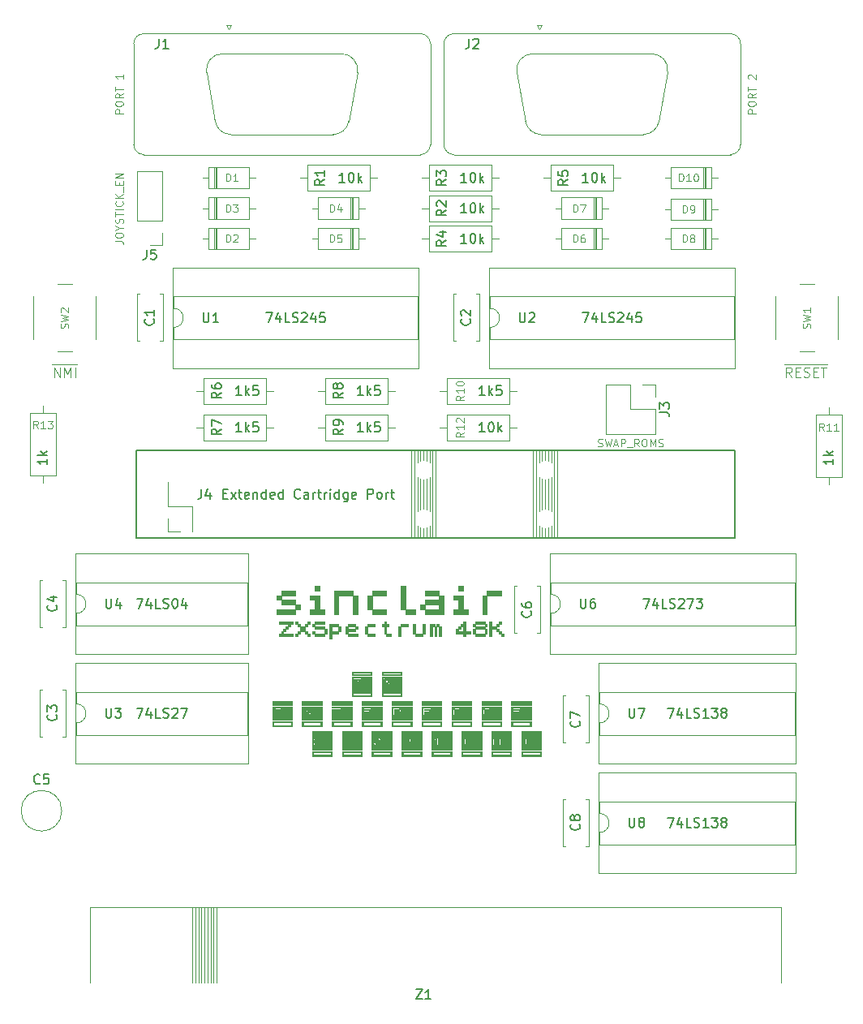
<source format=gto>
%TF.GenerationSoftware,KiCad,Pcbnew,(5.1.8)-1*%
%TF.CreationDate,2021-03-07T18:48:51+01:00*%
%TF.ProjectId,ZX Interface 2021,5a582049-6e74-4657-9266-616365203230,rev?*%
%TF.SameCoordinates,Original*%
%TF.FileFunction,Legend,Top*%
%TF.FilePolarity,Positive*%
%FSLAX46Y46*%
G04 Gerber Fmt 4.6, Leading zero omitted, Abs format (unit mm)*
G04 Created by KiCad (PCBNEW (5.1.8)-1) date 2021-03-07 18:48:51*
%MOMM*%
%LPD*%
G01*
G04 APERTURE LIST*
%ADD10C,0.010000*%
%ADD11C,0.120000*%
%ADD12C,0.150000*%
%ADD13C,0.100000*%
G04 APERTURE END LIST*
D10*
%TO.C,sinclair_title*%
G36*
X137295000Y-113735000D02*
G01*
X137425000Y-113735000D01*
X137425000Y-113865000D01*
X137295000Y-113865000D01*
X137295000Y-113735000D01*
G37*
X137295000Y-113735000D02*
X137425000Y-113735000D01*
X137425000Y-113865000D01*
X137295000Y-113865000D01*
X137295000Y-113735000D01*
G36*
X137425000Y-113735000D02*
G01*
X137555000Y-113735000D01*
X137555000Y-113865000D01*
X137425000Y-113865000D01*
X137425000Y-113735000D01*
G37*
X137425000Y-113735000D02*
X137555000Y-113735000D01*
X137555000Y-113865000D01*
X137425000Y-113865000D01*
X137425000Y-113735000D01*
G36*
X137555000Y-113735000D02*
G01*
X137685000Y-113735000D01*
X137685000Y-113865000D01*
X137555000Y-113865000D01*
X137555000Y-113735000D01*
G37*
X137555000Y-113735000D02*
X137685000Y-113735000D01*
X137685000Y-113865000D01*
X137555000Y-113865000D01*
X137555000Y-113735000D01*
G36*
X137685000Y-113735000D02*
G01*
X137815000Y-113735000D01*
X137815000Y-113865000D01*
X137685000Y-113865000D01*
X137685000Y-113735000D01*
G37*
X137685000Y-113735000D02*
X137815000Y-113735000D01*
X137815000Y-113865000D01*
X137685000Y-113865000D01*
X137685000Y-113735000D01*
G36*
X137815000Y-113735000D02*
G01*
X137945000Y-113735000D01*
X137945000Y-113865000D01*
X137815000Y-113865000D01*
X137815000Y-113735000D01*
G37*
X137815000Y-113735000D02*
X137945000Y-113735000D01*
X137945000Y-113865000D01*
X137815000Y-113865000D01*
X137815000Y-113735000D01*
G36*
X137945000Y-113735000D02*
G01*
X138075000Y-113735000D01*
X138075000Y-113865000D01*
X137945000Y-113865000D01*
X137945000Y-113735000D01*
G37*
X137945000Y-113735000D02*
X138075000Y-113735000D01*
X138075000Y-113865000D01*
X137945000Y-113865000D01*
X137945000Y-113735000D01*
G36*
X138075000Y-113735000D02*
G01*
X138205000Y-113735000D01*
X138205000Y-113865000D01*
X138075000Y-113865000D01*
X138075000Y-113735000D01*
G37*
X138075000Y-113735000D02*
X138205000Y-113735000D01*
X138205000Y-113865000D01*
X138075000Y-113865000D01*
X138075000Y-113735000D01*
G36*
X138205000Y-113735000D02*
G01*
X138335000Y-113735000D01*
X138335000Y-113865000D01*
X138205000Y-113865000D01*
X138205000Y-113735000D01*
G37*
X138205000Y-113735000D02*
X138335000Y-113735000D01*
X138335000Y-113865000D01*
X138205000Y-113865000D01*
X138205000Y-113735000D01*
G36*
X138335000Y-113735000D02*
G01*
X138465000Y-113735000D01*
X138465000Y-113865000D01*
X138335000Y-113865000D01*
X138335000Y-113735000D01*
G37*
X138335000Y-113735000D02*
X138465000Y-113735000D01*
X138465000Y-113865000D01*
X138335000Y-113865000D01*
X138335000Y-113735000D01*
G36*
X138465000Y-113735000D02*
G01*
X138595000Y-113735000D01*
X138595000Y-113865000D01*
X138465000Y-113865000D01*
X138465000Y-113735000D01*
G37*
X138465000Y-113735000D02*
X138595000Y-113735000D01*
X138595000Y-113865000D01*
X138465000Y-113865000D01*
X138465000Y-113735000D01*
G36*
X138595000Y-113735000D02*
G01*
X138725000Y-113735000D01*
X138725000Y-113865000D01*
X138595000Y-113865000D01*
X138595000Y-113735000D01*
G37*
X138595000Y-113735000D02*
X138725000Y-113735000D01*
X138725000Y-113865000D01*
X138595000Y-113865000D01*
X138595000Y-113735000D01*
G36*
X138725000Y-113735000D02*
G01*
X138855000Y-113735000D01*
X138855000Y-113865000D01*
X138725000Y-113865000D01*
X138725000Y-113735000D01*
G37*
X138725000Y-113735000D02*
X138855000Y-113735000D01*
X138855000Y-113865000D01*
X138725000Y-113865000D01*
X138725000Y-113735000D01*
G36*
X138855000Y-113735000D02*
G01*
X138985000Y-113735000D01*
X138985000Y-113865000D01*
X138855000Y-113865000D01*
X138855000Y-113735000D01*
G37*
X138855000Y-113735000D02*
X138985000Y-113735000D01*
X138985000Y-113865000D01*
X138855000Y-113865000D01*
X138855000Y-113735000D01*
G36*
X138985000Y-113735000D02*
G01*
X139115000Y-113735000D01*
X139115000Y-113865000D01*
X138985000Y-113865000D01*
X138985000Y-113735000D01*
G37*
X138985000Y-113735000D02*
X139115000Y-113735000D01*
X139115000Y-113865000D01*
X138985000Y-113865000D01*
X138985000Y-113735000D01*
G36*
X139115000Y-113735000D02*
G01*
X139245000Y-113735000D01*
X139245000Y-113865000D01*
X139115000Y-113865000D01*
X139115000Y-113735000D01*
G37*
X139115000Y-113735000D02*
X139245000Y-113735000D01*
X139245000Y-113865000D01*
X139115000Y-113865000D01*
X139115000Y-113735000D01*
G36*
X139245000Y-113735000D02*
G01*
X139375000Y-113735000D01*
X139375000Y-113865000D01*
X139245000Y-113865000D01*
X139245000Y-113735000D01*
G37*
X139245000Y-113735000D02*
X139375000Y-113735000D01*
X139375000Y-113865000D01*
X139245000Y-113865000D01*
X139245000Y-113735000D01*
G36*
X140415000Y-113735000D02*
G01*
X140545000Y-113735000D01*
X140545000Y-113865000D01*
X140415000Y-113865000D01*
X140415000Y-113735000D01*
G37*
X140415000Y-113735000D02*
X140545000Y-113735000D01*
X140545000Y-113865000D01*
X140415000Y-113865000D01*
X140415000Y-113735000D01*
G36*
X140545000Y-113735000D02*
G01*
X140675000Y-113735000D01*
X140675000Y-113865000D01*
X140545000Y-113865000D01*
X140545000Y-113735000D01*
G37*
X140545000Y-113735000D02*
X140675000Y-113735000D01*
X140675000Y-113865000D01*
X140545000Y-113865000D01*
X140545000Y-113735000D01*
G36*
X140675000Y-113735000D02*
G01*
X140805000Y-113735000D01*
X140805000Y-113865000D01*
X140675000Y-113865000D01*
X140675000Y-113735000D01*
G37*
X140675000Y-113735000D02*
X140805000Y-113735000D01*
X140805000Y-113865000D01*
X140675000Y-113865000D01*
X140675000Y-113735000D01*
G36*
X140805000Y-113735000D02*
G01*
X140935000Y-113735000D01*
X140935000Y-113865000D01*
X140805000Y-113865000D01*
X140805000Y-113735000D01*
G37*
X140805000Y-113735000D02*
X140935000Y-113735000D01*
X140935000Y-113865000D01*
X140805000Y-113865000D01*
X140805000Y-113735000D01*
G36*
X140935000Y-113735000D02*
G01*
X141065000Y-113735000D01*
X141065000Y-113865000D01*
X140935000Y-113865000D01*
X140935000Y-113735000D01*
G37*
X140935000Y-113735000D02*
X141065000Y-113735000D01*
X141065000Y-113865000D01*
X140935000Y-113865000D01*
X140935000Y-113735000D01*
G36*
X141065000Y-113735000D02*
G01*
X141195000Y-113735000D01*
X141195000Y-113865000D01*
X141065000Y-113865000D01*
X141065000Y-113735000D01*
G37*
X141065000Y-113735000D02*
X141195000Y-113735000D01*
X141195000Y-113865000D01*
X141065000Y-113865000D01*
X141065000Y-113735000D01*
G36*
X141195000Y-113735000D02*
G01*
X141325000Y-113735000D01*
X141325000Y-113865000D01*
X141195000Y-113865000D01*
X141195000Y-113735000D01*
G37*
X141195000Y-113735000D02*
X141325000Y-113735000D01*
X141325000Y-113865000D01*
X141195000Y-113865000D01*
X141195000Y-113735000D01*
G36*
X141325000Y-113735000D02*
G01*
X141455000Y-113735000D01*
X141455000Y-113865000D01*
X141325000Y-113865000D01*
X141325000Y-113735000D01*
G37*
X141325000Y-113735000D02*
X141455000Y-113735000D01*
X141455000Y-113865000D01*
X141325000Y-113865000D01*
X141325000Y-113735000D01*
G36*
X141455000Y-113735000D02*
G01*
X141585000Y-113735000D01*
X141585000Y-113865000D01*
X141455000Y-113865000D01*
X141455000Y-113735000D01*
G37*
X141455000Y-113735000D02*
X141585000Y-113735000D01*
X141585000Y-113865000D01*
X141455000Y-113865000D01*
X141455000Y-113735000D01*
G36*
X141585000Y-113735000D02*
G01*
X141715000Y-113735000D01*
X141715000Y-113865000D01*
X141585000Y-113865000D01*
X141585000Y-113735000D01*
G37*
X141585000Y-113735000D02*
X141715000Y-113735000D01*
X141715000Y-113865000D01*
X141585000Y-113865000D01*
X141585000Y-113735000D01*
G36*
X141715000Y-113735000D02*
G01*
X141845000Y-113735000D01*
X141845000Y-113865000D01*
X141715000Y-113865000D01*
X141715000Y-113735000D01*
G37*
X141715000Y-113735000D02*
X141845000Y-113735000D01*
X141845000Y-113865000D01*
X141715000Y-113865000D01*
X141715000Y-113735000D01*
G36*
X141845000Y-113735000D02*
G01*
X141975000Y-113735000D01*
X141975000Y-113865000D01*
X141845000Y-113865000D01*
X141845000Y-113735000D01*
G37*
X141845000Y-113735000D02*
X141975000Y-113735000D01*
X141975000Y-113865000D01*
X141845000Y-113865000D01*
X141845000Y-113735000D01*
G36*
X141975000Y-113735000D02*
G01*
X142105000Y-113735000D01*
X142105000Y-113865000D01*
X141975000Y-113865000D01*
X141975000Y-113735000D01*
G37*
X141975000Y-113735000D02*
X142105000Y-113735000D01*
X142105000Y-113865000D01*
X141975000Y-113865000D01*
X141975000Y-113735000D01*
G36*
X142105000Y-113735000D02*
G01*
X142235000Y-113735000D01*
X142235000Y-113865000D01*
X142105000Y-113865000D01*
X142105000Y-113735000D01*
G37*
X142105000Y-113735000D02*
X142235000Y-113735000D01*
X142235000Y-113865000D01*
X142105000Y-113865000D01*
X142105000Y-113735000D01*
G36*
X142235000Y-113735000D02*
G01*
X142365000Y-113735000D01*
X142365000Y-113865000D01*
X142235000Y-113865000D01*
X142235000Y-113735000D01*
G37*
X142235000Y-113735000D02*
X142365000Y-113735000D01*
X142365000Y-113865000D01*
X142235000Y-113865000D01*
X142235000Y-113735000D01*
G36*
X142365000Y-113735000D02*
G01*
X142495000Y-113735000D01*
X142495000Y-113865000D01*
X142365000Y-113865000D01*
X142365000Y-113735000D01*
G37*
X142365000Y-113735000D02*
X142495000Y-113735000D01*
X142495000Y-113865000D01*
X142365000Y-113865000D01*
X142365000Y-113735000D01*
G36*
X137295000Y-113865000D02*
G01*
X137425000Y-113865000D01*
X137425000Y-113995000D01*
X137295000Y-113995000D01*
X137295000Y-113865000D01*
G37*
X137295000Y-113865000D02*
X137425000Y-113865000D01*
X137425000Y-113995000D01*
X137295000Y-113995000D01*
X137295000Y-113865000D01*
G36*
X139245000Y-113865000D02*
G01*
X139375000Y-113865000D01*
X139375000Y-113995000D01*
X139245000Y-113995000D01*
X139245000Y-113865000D01*
G37*
X139245000Y-113865000D02*
X139375000Y-113865000D01*
X139375000Y-113995000D01*
X139245000Y-113995000D01*
X139245000Y-113865000D01*
G36*
X140415000Y-113865000D02*
G01*
X140545000Y-113865000D01*
X140545000Y-113995000D01*
X140415000Y-113995000D01*
X140415000Y-113865000D01*
G37*
X140415000Y-113865000D02*
X140545000Y-113865000D01*
X140545000Y-113995000D01*
X140415000Y-113995000D01*
X140415000Y-113865000D01*
G36*
X142365000Y-113865000D02*
G01*
X142495000Y-113865000D01*
X142495000Y-113995000D01*
X142365000Y-113995000D01*
X142365000Y-113865000D01*
G37*
X142365000Y-113865000D02*
X142495000Y-113865000D01*
X142495000Y-113995000D01*
X142365000Y-113995000D01*
X142365000Y-113865000D01*
G36*
X137295000Y-113995000D02*
G01*
X137425000Y-113995000D01*
X137425000Y-114125000D01*
X137295000Y-114125000D01*
X137295000Y-113995000D01*
G37*
X137295000Y-113995000D02*
X137425000Y-113995000D01*
X137425000Y-114125000D01*
X137295000Y-114125000D01*
X137295000Y-113995000D01*
G36*
X137425000Y-113995000D02*
G01*
X137555000Y-113995000D01*
X137555000Y-114125000D01*
X137425000Y-114125000D01*
X137425000Y-113995000D01*
G37*
X137425000Y-113995000D02*
X137555000Y-113995000D01*
X137555000Y-114125000D01*
X137425000Y-114125000D01*
X137425000Y-113995000D01*
G36*
X137555000Y-113995000D02*
G01*
X137685000Y-113995000D01*
X137685000Y-114125000D01*
X137555000Y-114125000D01*
X137555000Y-113995000D01*
G37*
X137555000Y-113995000D02*
X137685000Y-113995000D01*
X137685000Y-114125000D01*
X137555000Y-114125000D01*
X137555000Y-113995000D01*
G36*
X137685000Y-113995000D02*
G01*
X137815000Y-113995000D01*
X137815000Y-114125000D01*
X137685000Y-114125000D01*
X137685000Y-113995000D01*
G37*
X137685000Y-113995000D02*
X137815000Y-113995000D01*
X137815000Y-114125000D01*
X137685000Y-114125000D01*
X137685000Y-113995000D01*
G36*
X137815000Y-113995000D02*
G01*
X137945000Y-113995000D01*
X137945000Y-114125000D01*
X137815000Y-114125000D01*
X137815000Y-113995000D01*
G37*
X137815000Y-113995000D02*
X137945000Y-113995000D01*
X137945000Y-114125000D01*
X137815000Y-114125000D01*
X137815000Y-113995000D01*
G36*
X137945000Y-113995000D02*
G01*
X138075000Y-113995000D01*
X138075000Y-114125000D01*
X137945000Y-114125000D01*
X137945000Y-113995000D01*
G37*
X137945000Y-113995000D02*
X138075000Y-113995000D01*
X138075000Y-114125000D01*
X137945000Y-114125000D01*
X137945000Y-113995000D01*
G36*
X138075000Y-113995000D02*
G01*
X138205000Y-113995000D01*
X138205000Y-114125000D01*
X138075000Y-114125000D01*
X138075000Y-113995000D01*
G37*
X138075000Y-113995000D02*
X138205000Y-113995000D01*
X138205000Y-114125000D01*
X138075000Y-114125000D01*
X138075000Y-113995000D01*
G36*
X138205000Y-113995000D02*
G01*
X138335000Y-113995000D01*
X138335000Y-114125000D01*
X138205000Y-114125000D01*
X138205000Y-113995000D01*
G37*
X138205000Y-113995000D02*
X138335000Y-113995000D01*
X138335000Y-114125000D01*
X138205000Y-114125000D01*
X138205000Y-113995000D01*
G36*
X138335000Y-113995000D02*
G01*
X138465000Y-113995000D01*
X138465000Y-114125000D01*
X138335000Y-114125000D01*
X138335000Y-113995000D01*
G37*
X138335000Y-113995000D02*
X138465000Y-113995000D01*
X138465000Y-114125000D01*
X138335000Y-114125000D01*
X138335000Y-113995000D01*
G36*
X138465000Y-113995000D02*
G01*
X138595000Y-113995000D01*
X138595000Y-114125000D01*
X138465000Y-114125000D01*
X138465000Y-113995000D01*
G37*
X138465000Y-113995000D02*
X138595000Y-113995000D01*
X138595000Y-114125000D01*
X138465000Y-114125000D01*
X138465000Y-113995000D01*
G36*
X138595000Y-113995000D02*
G01*
X138725000Y-113995000D01*
X138725000Y-114125000D01*
X138595000Y-114125000D01*
X138595000Y-113995000D01*
G37*
X138595000Y-113995000D02*
X138725000Y-113995000D01*
X138725000Y-114125000D01*
X138595000Y-114125000D01*
X138595000Y-113995000D01*
G36*
X138725000Y-113995000D02*
G01*
X138855000Y-113995000D01*
X138855000Y-114125000D01*
X138725000Y-114125000D01*
X138725000Y-113995000D01*
G37*
X138725000Y-113995000D02*
X138855000Y-113995000D01*
X138855000Y-114125000D01*
X138725000Y-114125000D01*
X138725000Y-113995000D01*
G36*
X138855000Y-113995000D02*
G01*
X138985000Y-113995000D01*
X138985000Y-114125000D01*
X138855000Y-114125000D01*
X138855000Y-113995000D01*
G37*
X138855000Y-113995000D02*
X138985000Y-113995000D01*
X138985000Y-114125000D01*
X138855000Y-114125000D01*
X138855000Y-113995000D01*
G36*
X138985000Y-113995000D02*
G01*
X139115000Y-113995000D01*
X139115000Y-114125000D01*
X138985000Y-114125000D01*
X138985000Y-113995000D01*
G37*
X138985000Y-113995000D02*
X139115000Y-113995000D01*
X139115000Y-114125000D01*
X138985000Y-114125000D01*
X138985000Y-113995000D01*
G36*
X139115000Y-113995000D02*
G01*
X139245000Y-113995000D01*
X139245000Y-114125000D01*
X139115000Y-114125000D01*
X139115000Y-113995000D01*
G37*
X139115000Y-113995000D02*
X139245000Y-113995000D01*
X139245000Y-114125000D01*
X139115000Y-114125000D01*
X139115000Y-113995000D01*
G36*
X139245000Y-113995000D02*
G01*
X139375000Y-113995000D01*
X139375000Y-114125000D01*
X139245000Y-114125000D01*
X139245000Y-113995000D01*
G37*
X139245000Y-113995000D02*
X139375000Y-113995000D01*
X139375000Y-114125000D01*
X139245000Y-114125000D01*
X139245000Y-113995000D01*
G36*
X140415000Y-113995000D02*
G01*
X140545000Y-113995000D01*
X140545000Y-114125000D01*
X140415000Y-114125000D01*
X140415000Y-113995000D01*
G37*
X140415000Y-113995000D02*
X140545000Y-113995000D01*
X140545000Y-114125000D01*
X140415000Y-114125000D01*
X140415000Y-113995000D01*
G36*
X140545000Y-113995000D02*
G01*
X140675000Y-113995000D01*
X140675000Y-114125000D01*
X140545000Y-114125000D01*
X140545000Y-113995000D01*
G37*
X140545000Y-113995000D02*
X140675000Y-113995000D01*
X140675000Y-114125000D01*
X140545000Y-114125000D01*
X140545000Y-113995000D01*
G36*
X140675000Y-113995000D02*
G01*
X140805000Y-113995000D01*
X140805000Y-114125000D01*
X140675000Y-114125000D01*
X140675000Y-113995000D01*
G37*
X140675000Y-113995000D02*
X140805000Y-113995000D01*
X140805000Y-114125000D01*
X140675000Y-114125000D01*
X140675000Y-113995000D01*
G36*
X140805000Y-113995000D02*
G01*
X140935000Y-113995000D01*
X140935000Y-114125000D01*
X140805000Y-114125000D01*
X140805000Y-113995000D01*
G37*
X140805000Y-113995000D02*
X140935000Y-113995000D01*
X140935000Y-114125000D01*
X140805000Y-114125000D01*
X140805000Y-113995000D01*
G36*
X140935000Y-113995000D02*
G01*
X141065000Y-113995000D01*
X141065000Y-114125000D01*
X140935000Y-114125000D01*
X140935000Y-113995000D01*
G37*
X140935000Y-113995000D02*
X141065000Y-113995000D01*
X141065000Y-114125000D01*
X140935000Y-114125000D01*
X140935000Y-113995000D01*
G36*
X141065000Y-113995000D02*
G01*
X141195000Y-113995000D01*
X141195000Y-114125000D01*
X141065000Y-114125000D01*
X141065000Y-113995000D01*
G37*
X141065000Y-113995000D02*
X141195000Y-113995000D01*
X141195000Y-114125000D01*
X141065000Y-114125000D01*
X141065000Y-113995000D01*
G36*
X141195000Y-113995000D02*
G01*
X141325000Y-113995000D01*
X141325000Y-114125000D01*
X141195000Y-114125000D01*
X141195000Y-113995000D01*
G37*
X141195000Y-113995000D02*
X141325000Y-113995000D01*
X141325000Y-114125000D01*
X141195000Y-114125000D01*
X141195000Y-113995000D01*
G36*
X141325000Y-113995000D02*
G01*
X141455000Y-113995000D01*
X141455000Y-114125000D01*
X141325000Y-114125000D01*
X141325000Y-113995000D01*
G37*
X141325000Y-113995000D02*
X141455000Y-113995000D01*
X141455000Y-114125000D01*
X141325000Y-114125000D01*
X141325000Y-113995000D01*
G36*
X141455000Y-113995000D02*
G01*
X141585000Y-113995000D01*
X141585000Y-114125000D01*
X141455000Y-114125000D01*
X141455000Y-113995000D01*
G37*
X141455000Y-113995000D02*
X141585000Y-113995000D01*
X141585000Y-114125000D01*
X141455000Y-114125000D01*
X141455000Y-113995000D01*
G36*
X141585000Y-113995000D02*
G01*
X141715000Y-113995000D01*
X141715000Y-114125000D01*
X141585000Y-114125000D01*
X141585000Y-113995000D01*
G37*
X141585000Y-113995000D02*
X141715000Y-113995000D01*
X141715000Y-114125000D01*
X141585000Y-114125000D01*
X141585000Y-113995000D01*
G36*
X141715000Y-113995000D02*
G01*
X141845000Y-113995000D01*
X141845000Y-114125000D01*
X141715000Y-114125000D01*
X141715000Y-113995000D01*
G37*
X141715000Y-113995000D02*
X141845000Y-113995000D01*
X141845000Y-114125000D01*
X141715000Y-114125000D01*
X141715000Y-113995000D01*
G36*
X141845000Y-113995000D02*
G01*
X141975000Y-113995000D01*
X141975000Y-114125000D01*
X141845000Y-114125000D01*
X141845000Y-113995000D01*
G37*
X141845000Y-113995000D02*
X141975000Y-113995000D01*
X141975000Y-114125000D01*
X141845000Y-114125000D01*
X141845000Y-113995000D01*
G36*
X141975000Y-113995000D02*
G01*
X142105000Y-113995000D01*
X142105000Y-114125000D01*
X141975000Y-114125000D01*
X141975000Y-113995000D01*
G37*
X141975000Y-113995000D02*
X142105000Y-113995000D01*
X142105000Y-114125000D01*
X141975000Y-114125000D01*
X141975000Y-113995000D01*
G36*
X142105000Y-113995000D02*
G01*
X142235000Y-113995000D01*
X142235000Y-114125000D01*
X142105000Y-114125000D01*
X142105000Y-113995000D01*
G37*
X142105000Y-113995000D02*
X142235000Y-113995000D01*
X142235000Y-114125000D01*
X142105000Y-114125000D01*
X142105000Y-113995000D01*
G36*
X142235000Y-113995000D02*
G01*
X142365000Y-113995000D01*
X142365000Y-114125000D01*
X142235000Y-114125000D01*
X142235000Y-113995000D01*
G37*
X142235000Y-113995000D02*
X142365000Y-113995000D01*
X142365000Y-114125000D01*
X142235000Y-114125000D01*
X142235000Y-113995000D01*
G36*
X142365000Y-113995000D02*
G01*
X142495000Y-113995000D01*
X142495000Y-114125000D01*
X142365000Y-114125000D01*
X142365000Y-113995000D01*
G37*
X142365000Y-113995000D02*
X142495000Y-113995000D01*
X142495000Y-114125000D01*
X142365000Y-114125000D01*
X142365000Y-113995000D01*
G36*
X137295000Y-114255000D02*
G01*
X137425000Y-114255000D01*
X137425000Y-114385000D01*
X137295000Y-114385000D01*
X137295000Y-114255000D01*
G37*
X137295000Y-114255000D02*
X137425000Y-114255000D01*
X137425000Y-114385000D01*
X137295000Y-114385000D01*
X137295000Y-114255000D01*
G36*
X137425000Y-114255000D02*
G01*
X137555000Y-114255000D01*
X137555000Y-114385000D01*
X137425000Y-114385000D01*
X137425000Y-114255000D01*
G37*
X137425000Y-114255000D02*
X137555000Y-114255000D01*
X137555000Y-114385000D01*
X137425000Y-114385000D01*
X137425000Y-114255000D01*
G36*
X137555000Y-114255000D02*
G01*
X137685000Y-114255000D01*
X137685000Y-114385000D01*
X137555000Y-114385000D01*
X137555000Y-114255000D01*
G37*
X137555000Y-114255000D02*
X137685000Y-114255000D01*
X137685000Y-114385000D01*
X137555000Y-114385000D01*
X137555000Y-114255000D01*
G36*
X137685000Y-114255000D02*
G01*
X137815000Y-114255000D01*
X137815000Y-114385000D01*
X137685000Y-114385000D01*
X137685000Y-114255000D01*
G37*
X137685000Y-114255000D02*
X137815000Y-114255000D01*
X137815000Y-114385000D01*
X137685000Y-114385000D01*
X137685000Y-114255000D01*
G36*
X137815000Y-114255000D02*
G01*
X137945000Y-114255000D01*
X137945000Y-114385000D01*
X137815000Y-114385000D01*
X137815000Y-114255000D01*
G37*
X137815000Y-114255000D02*
X137945000Y-114255000D01*
X137945000Y-114385000D01*
X137815000Y-114385000D01*
X137815000Y-114255000D01*
G36*
X137945000Y-114255000D02*
G01*
X138075000Y-114255000D01*
X138075000Y-114385000D01*
X137945000Y-114385000D01*
X137945000Y-114255000D01*
G37*
X137945000Y-114255000D02*
X138075000Y-114255000D01*
X138075000Y-114385000D01*
X137945000Y-114385000D01*
X137945000Y-114255000D01*
G36*
X138075000Y-114255000D02*
G01*
X138205000Y-114255000D01*
X138205000Y-114385000D01*
X138075000Y-114385000D01*
X138075000Y-114255000D01*
G37*
X138075000Y-114255000D02*
X138205000Y-114255000D01*
X138205000Y-114385000D01*
X138075000Y-114385000D01*
X138075000Y-114255000D01*
G36*
X138205000Y-114255000D02*
G01*
X138335000Y-114255000D01*
X138335000Y-114385000D01*
X138205000Y-114385000D01*
X138205000Y-114255000D01*
G37*
X138205000Y-114255000D02*
X138335000Y-114255000D01*
X138335000Y-114385000D01*
X138205000Y-114385000D01*
X138205000Y-114255000D01*
G36*
X138335000Y-114255000D02*
G01*
X138465000Y-114255000D01*
X138465000Y-114385000D01*
X138335000Y-114385000D01*
X138335000Y-114255000D01*
G37*
X138335000Y-114255000D02*
X138465000Y-114255000D01*
X138465000Y-114385000D01*
X138335000Y-114385000D01*
X138335000Y-114255000D01*
G36*
X138465000Y-114255000D02*
G01*
X138595000Y-114255000D01*
X138595000Y-114385000D01*
X138465000Y-114385000D01*
X138465000Y-114255000D01*
G37*
X138465000Y-114255000D02*
X138595000Y-114255000D01*
X138595000Y-114385000D01*
X138465000Y-114385000D01*
X138465000Y-114255000D01*
G36*
X138595000Y-114255000D02*
G01*
X138725000Y-114255000D01*
X138725000Y-114385000D01*
X138595000Y-114385000D01*
X138595000Y-114255000D01*
G37*
X138595000Y-114255000D02*
X138725000Y-114255000D01*
X138725000Y-114385000D01*
X138595000Y-114385000D01*
X138595000Y-114255000D01*
G36*
X138725000Y-114255000D02*
G01*
X138855000Y-114255000D01*
X138855000Y-114385000D01*
X138725000Y-114385000D01*
X138725000Y-114255000D01*
G37*
X138725000Y-114255000D02*
X138855000Y-114255000D01*
X138855000Y-114385000D01*
X138725000Y-114385000D01*
X138725000Y-114255000D01*
G36*
X138855000Y-114255000D02*
G01*
X138985000Y-114255000D01*
X138985000Y-114385000D01*
X138855000Y-114385000D01*
X138855000Y-114255000D01*
G37*
X138855000Y-114255000D02*
X138985000Y-114255000D01*
X138985000Y-114385000D01*
X138855000Y-114385000D01*
X138855000Y-114255000D01*
G36*
X138985000Y-114255000D02*
G01*
X139115000Y-114255000D01*
X139115000Y-114385000D01*
X138985000Y-114385000D01*
X138985000Y-114255000D01*
G37*
X138985000Y-114255000D02*
X139115000Y-114255000D01*
X139115000Y-114385000D01*
X138985000Y-114385000D01*
X138985000Y-114255000D01*
G36*
X139115000Y-114255000D02*
G01*
X139245000Y-114255000D01*
X139245000Y-114385000D01*
X139115000Y-114385000D01*
X139115000Y-114255000D01*
G37*
X139115000Y-114255000D02*
X139245000Y-114255000D01*
X139245000Y-114385000D01*
X139115000Y-114385000D01*
X139115000Y-114255000D01*
G36*
X139245000Y-114255000D02*
G01*
X139375000Y-114255000D01*
X139375000Y-114385000D01*
X139245000Y-114385000D01*
X139245000Y-114255000D01*
G37*
X139245000Y-114255000D02*
X139375000Y-114255000D01*
X139375000Y-114385000D01*
X139245000Y-114385000D01*
X139245000Y-114255000D01*
G36*
X140415000Y-114255000D02*
G01*
X140545000Y-114255000D01*
X140545000Y-114385000D01*
X140415000Y-114385000D01*
X140415000Y-114255000D01*
G37*
X140415000Y-114255000D02*
X140545000Y-114255000D01*
X140545000Y-114385000D01*
X140415000Y-114385000D01*
X140415000Y-114255000D01*
G36*
X140545000Y-114255000D02*
G01*
X140675000Y-114255000D01*
X140675000Y-114385000D01*
X140545000Y-114385000D01*
X140545000Y-114255000D01*
G37*
X140545000Y-114255000D02*
X140675000Y-114255000D01*
X140675000Y-114385000D01*
X140545000Y-114385000D01*
X140545000Y-114255000D01*
G36*
X140675000Y-114255000D02*
G01*
X140805000Y-114255000D01*
X140805000Y-114385000D01*
X140675000Y-114385000D01*
X140675000Y-114255000D01*
G37*
X140675000Y-114255000D02*
X140805000Y-114255000D01*
X140805000Y-114385000D01*
X140675000Y-114385000D01*
X140675000Y-114255000D01*
G36*
X140805000Y-114255000D02*
G01*
X140935000Y-114255000D01*
X140935000Y-114385000D01*
X140805000Y-114385000D01*
X140805000Y-114255000D01*
G37*
X140805000Y-114255000D02*
X140935000Y-114255000D01*
X140935000Y-114385000D01*
X140805000Y-114385000D01*
X140805000Y-114255000D01*
G36*
X140935000Y-114255000D02*
G01*
X141065000Y-114255000D01*
X141065000Y-114385000D01*
X140935000Y-114385000D01*
X140935000Y-114255000D01*
G37*
X140935000Y-114255000D02*
X141065000Y-114255000D01*
X141065000Y-114385000D01*
X140935000Y-114385000D01*
X140935000Y-114255000D01*
G36*
X141065000Y-114255000D02*
G01*
X141195000Y-114255000D01*
X141195000Y-114385000D01*
X141065000Y-114385000D01*
X141065000Y-114255000D01*
G37*
X141065000Y-114255000D02*
X141195000Y-114255000D01*
X141195000Y-114385000D01*
X141065000Y-114385000D01*
X141065000Y-114255000D01*
G36*
X141195000Y-114255000D02*
G01*
X141325000Y-114255000D01*
X141325000Y-114385000D01*
X141195000Y-114385000D01*
X141195000Y-114255000D01*
G37*
X141195000Y-114255000D02*
X141325000Y-114255000D01*
X141325000Y-114385000D01*
X141195000Y-114385000D01*
X141195000Y-114255000D01*
G36*
X141325000Y-114255000D02*
G01*
X141455000Y-114255000D01*
X141455000Y-114385000D01*
X141325000Y-114385000D01*
X141325000Y-114255000D01*
G37*
X141325000Y-114255000D02*
X141455000Y-114255000D01*
X141455000Y-114385000D01*
X141325000Y-114385000D01*
X141325000Y-114255000D01*
G36*
X141455000Y-114255000D02*
G01*
X141585000Y-114255000D01*
X141585000Y-114385000D01*
X141455000Y-114385000D01*
X141455000Y-114255000D01*
G37*
X141455000Y-114255000D02*
X141585000Y-114255000D01*
X141585000Y-114385000D01*
X141455000Y-114385000D01*
X141455000Y-114255000D01*
G36*
X141585000Y-114255000D02*
G01*
X141715000Y-114255000D01*
X141715000Y-114385000D01*
X141585000Y-114385000D01*
X141585000Y-114255000D01*
G37*
X141585000Y-114255000D02*
X141715000Y-114255000D01*
X141715000Y-114385000D01*
X141585000Y-114385000D01*
X141585000Y-114255000D01*
G36*
X141715000Y-114255000D02*
G01*
X141845000Y-114255000D01*
X141845000Y-114385000D01*
X141715000Y-114385000D01*
X141715000Y-114255000D01*
G37*
X141715000Y-114255000D02*
X141845000Y-114255000D01*
X141845000Y-114385000D01*
X141715000Y-114385000D01*
X141715000Y-114255000D01*
G36*
X141845000Y-114255000D02*
G01*
X141975000Y-114255000D01*
X141975000Y-114385000D01*
X141845000Y-114385000D01*
X141845000Y-114255000D01*
G37*
X141845000Y-114255000D02*
X141975000Y-114255000D01*
X141975000Y-114385000D01*
X141845000Y-114385000D01*
X141845000Y-114255000D01*
G36*
X141975000Y-114255000D02*
G01*
X142105000Y-114255000D01*
X142105000Y-114385000D01*
X141975000Y-114385000D01*
X141975000Y-114255000D01*
G37*
X141975000Y-114255000D02*
X142105000Y-114255000D01*
X142105000Y-114385000D01*
X141975000Y-114385000D01*
X141975000Y-114255000D01*
G36*
X142105000Y-114255000D02*
G01*
X142235000Y-114255000D01*
X142235000Y-114385000D01*
X142105000Y-114385000D01*
X142105000Y-114255000D01*
G37*
X142105000Y-114255000D02*
X142235000Y-114255000D01*
X142235000Y-114385000D01*
X142105000Y-114385000D01*
X142105000Y-114255000D01*
G36*
X142235000Y-114255000D02*
G01*
X142365000Y-114255000D01*
X142365000Y-114385000D01*
X142235000Y-114385000D01*
X142235000Y-114255000D01*
G37*
X142235000Y-114255000D02*
X142365000Y-114255000D01*
X142365000Y-114385000D01*
X142235000Y-114385000D01*
X142235000Y-114255000D01*
G36*
X142365000Y-114255000D02*
G01*
X142495000Y-114255000D01*
X142495000Y-114385000D01*
X142365000Y-114385000D01*
X142365000Y-114255000D01*
G37*
X142365000Y-114255000D02*
X142495000Y-114255000D01*
X142495000Y-114385000D01*
X142365000Y-114385000D01*
X142365000Y-114255000D01*
G36*
X137295000Y-114385000D02*
G01*
X137425000Y-114385000D01*
X137425000Y-114515000D01*
X137295000Y-114515000D01*
X137295000Y-114385000D01*
G37*
X137295000Y-114385000D02*
X137425000Y-114385000D01*
X137425000Y-114515000D01*
X137295000Y-114515000D01*
X137295000Y-114385000D01*
G36*
X138205000Y-114385000D02*
G01*
X138335000Y-114385000D01*
X138335000Y-114515000D01*
X138205000Y-114515000D01*
X138205000Y-114385000D01*
G37*
X138205000Y-114385000D02*
X138335000Y-114385000D01*
X138335000Y-114515000D01*
X138205000Y-114515000D01*
X138205000Y-114385000D01*
G36*
X138335000Y-114385000D02*
G01*
X138465000Y-114385000D01*
X138465000Y-114515000D01*
X138335000Y-114515000D01*
X138335000Y-114385000D01*
G37*
X138335000Y-114385000D02*
X138465000Y-114385000D01*
X138465000Y-114515000D01*
X138335000Y-114515000D01*
X138335000Y-114385000D01*
G36*
X138465000Y-114385000D02*
G01*
X138595000Y-114385000D01*
X138595000Y-114515000D01*
X138465000Y-114515000D01*
X138465000Y-114385000D01*
G37*
X138465000Y-114385000D02*
X138595000Y-114385000D01*
X138595000Y-114515000D01*
X138465000Y-114515000D01*
X138465000Y-114385000D01*
G36*
X138595000Y-114385000D02*
G01*
X138725000Y-114385000D01*
X138725000Y-114515000D01*
X138595000Y-114515000D01*
X138595000Y-114385000D01*
G37*
X138595000Y-114385000D02*
X138725000Y-114385000D01*
X138725000Y-114515000D01*
X138595000Y-114515000D01*
X138595000Y-114385000D01*
G36*
X138725000Y-114385000D02*
G01*
X138855000Y-114385000D01*
X138855000Y-114515000D01*
X138725000Y-114515000D01*
X138725000Y-114385000D01*
G37*
X138725000Y-114385000D02*
X138855000Y-114385000D01*
X138855000Y-114515000D01*
X138725000Y-114515000D01*
X138725000Y-114385000D01*
G36*
X138855000Y-114385000D02*
G01*
X138985000Y-114385000D01*
X138985000Y-114515000D01*
X138855000Y-114515000D01*
X138855000Y-114385000D01*
G37*
X138855000Y-114385000D02*
X138985000Y-114385000D01*
X138985000Y-114515000D01*
X138855000Y-114515000D01*
X138855000Y-114385000D01*
G36*
X138985000Y-114385000D02*
G01*
X139115000Y-114385000D01*
X139115000Y-114515000D01*
X138985000Y-114515000D01*
X138985000Y-114385000D01*
G37*
X138985000Y-114385000D02*
X139115000Y-114385000D01*
X139115000Y-114515000D01*
X138985000Y-114515000D01*
X138985000Y-114385000D01*
G36*
X139115000Y-114385000D02*
G01*
X139245000Y-114385000D01*
X139245000Y-114515000D01*
X139115000Y-114515000D01*
X139115000Y-114385000D01*
G37*
X139115000Y-114385000D02*
X139245000Y-114385000D01*
X139245000Y-114515000D01*
X139115000Y-114515000D01*
X139115000Y-114385000D01*
G36*
X139245000Y-114385000D02*
G01*
X139375000Y-114385000D01*
X139375000Y-114515000D01*
X139245000Y-114515000D01*
X139245000Y-114385000D01*
G37*
X139245000Y-114385000D02*
X139375000Y-114385000D01*
X139375000Y-114515000D01*
X139245000Y-114515000D01*
X139245000Y-114385000D01*
G36*
X140415000Y-114385000D02*
G01*
X140545000Y-114385000D01*
X140545000Y-114515000D01*
X140415000Y-114515000D01*
X140415000Y-114385000D01*
G37*
X140415000Y-114385000D02*
X140545000Y-114385000D01*
X140545000Y-114515000D01*
X140415000Y-114515000D01*
X140415000Y-114385000D01*
G36*
X140675000Y-114385000D02*
G01*
X140805000Y-114385000D01*
X140805000Y-114515000D01*
X140675000Y-114515000D01*
X140675000Y-114385000D01*
G37*
X140675000Y-114385000D02*
X140805000Y-114385000D01*
X140805000Y-114515000D01*
X140675000Y-114515000D01*
X140675000Y-114385000D01*
G36*
X140805000Y-114385000D02*
G01*
X140935000Y-114385000D01*
X140935000Y-114515000D01*
X140805000Y-114515000D01*
X140805000Y-114385000D01*
G37*
X140805000Y-114385000D02*
X140935000Y-114385000D01*
X140935000Y-114515000D01*
X140805000Y-114515000D01*
X140805000Y-114385000D01*
G36*
X140935000Y-114385000D02*
G01*
X141065000Y-114385000D01*
X141065000Y-114515000D01*
X140935000Y-114515000D01*
X140935000Y-114385000D01*
G37*
X140935000Y-114385000D02*
X141065000Y-114385000D01*
X141065000Y-114515000D01*
X140935000Y-114515000D01*
X140935000Y-114385000D01*
G36*
X141065000Y-114385000D02*
G01*
X141195000Y-114385000D01*
X141195000Y-114515000D01*
X141065000Y-114515000D01*
X141065000Y-114385000D01*
G37*
X141065000Y-114385000D02*
X141195000Y-114385000D01*
X141195000Y-114515000D01*
X141065000Y-114515000D01*
X141065000Y-114385000D01*
G36*
X141325000Y-114385000D02*
G01*
X141455000Y-114385000D01*
X141455000Y-114515000D01*
X141325000Y-114515000D01*
X141325000Y-114385000D01*
G37*
X141325000Y-114385000D02*
X141455000Y-114385000D01*
X141455000Y-114515000D01*
X141325000Y-114515000D01*
X141325000Y-114385000D01*
G36*
X141455000Y-114385000D02*
G01*
X141585000Y-114385000D01*
X141585000Y-114515000D01*
X141455000Y-114515000D01*
X141455000Y-114385000D01*
G37*
X141455000Y-114385000D02*
X141585000Y-114385000D01*
X141585000Y-114515000D01*
X141455000Y-114515000D01*
X141455000Y-114385000D01*
G36*
X141585000Y-114385000D02*
G01*
X141715000Y-114385000D01*
X141715000Y-114515000D01*
X141585000Y-114515000D01*
X141585000Y-114385000D01*
G37*
X141585000Y-114385000D02*
X141715000Y-114385000D01*
X141715000Y-114515000D01*
X141585000Y-114515000D01*
X141585000Y-114385000D01*
G36*
X141715000Y-114385000D02*
G01*
X141845000Y-114385000D01*
X141845000Y-114515000D01*
X141715000Y-114515000D01*
X141715000Y-114385000D01*
G37*
X141715000Y-114385000D02*
X141845000Y-114385000D01*
X141845000Y-114515000D01*
X141715000Y-114515000D01*
X141715000Y-114385000D01*
G36*
X141845000Y-114385000D02*
G01*
X141975000Y-114385000D01*
X141975000Y-114515000D01*
X141845000Y-114515000D01*
X141845000Y-114385000D01*
G37*
X141845000Y-114385000D02*
X141975000Y-114385000D01*
X141975000Y-114515000D01*
X141845000Y-114515000D01*
X141845000Y-114385000D01*
G36*
X141975000Y-114385000D02*
G01*
X142105000Y-114385000D01*
X142105000Y-114515000D01*
X141975000Y-114515000D01*
X141975000Y-114385000D01*
G37*
X141975000Y-114385000D02*
X142105000Y-114385000D01*
X142105000Y-114515000D01*
X141975000Y-114515000D01*
X141975000Y-114385000D01*
G36*
X142105000Y-114385000D02*
G01*
X142235000Y-114385000D01*
X142235000Y-114515000D01*
X142105000Y-114515000D01*
X142105000Y-114385000D01*
G37*
X142105000Y-114385000D02*
X142235000Y-114385000D01*
X142235000Y-114515000D01*
X142105000Y-114515000D01*
X142105000Y-114385000D01*
G36*
X142235000Y-114385000D02*
G01*
X142365000Y-114385000D01*
X142365000Y-114515000D01*
X142235000Y-114515000D01*
X142235000Y-114385000D01*
G37*
X142235000Y-114385000D02*
X142365000Y-114385000D01*
X142365000Y-114515000D01*
X142235000Y-114515000D01*
X142235000Y-114385000D01*
G36*
X142365000Y-114385000D02*
G01*
X142495000Y-114385000D01*
X142495000Y-114515000D01*
X142365000Y-114515000D01*
X142365000Y-114385000D01*
G37*
X142365000Y-114385000D02*
X142495000Y-114385000D01*
X142495000Y-114515000D01*
X142365000Y-114515000D01*
X142365000Y-114385000D01*
G36*
X137295000Y-114515000D02*
G01*
X137425000Y-114515000D01*
X137425000Y-114645000D01*
X137295000Y-114645000D01*
X137295000Y-114515000D01*
G37*
X137295000Y-114515000D02*
X137425000Y-114515000D01*
X137425000Y-114645000D01*
X137295000Y-114645000D01*
X137295000Y-114515000D01*
G36*
X137425000Y-114515000D02*
G01*
X137555000Y-114515000D01*
X137555000Y-114645000D01*
X137425000Y-114645000D01*
X137425000Y-114515000D01*
G37*
X137425000Y-114515000D02*
X137555000Y-114515000D01*
X137555000Y-114645000D01*
X137425000Y-114645000D01*
X137425000Y-114515000D01*
G36*
X137555000Y-114515000D02*
G01*
X137685000Y-114515000D01*
X137685000Y-114645000D01*
X137555000Y-114645000D01*
X137555000Y-114515000D01*
G37*
X137555000Y-114515000D02*
X137685000Y-114515000D01*
X137685000Y-114645000D01*
X137555000Y-114645000D01*
X137555000Y-114515000D01*
G36*
X137685000Y-114515000D02*
G01*
X137815000Y-114515000D01*
X137815000Y-114645000D01*
X137685000Y-114645000D01*
X137685000Y-114515000D01*
G37*
X137685000Y-114515000D02*
X137815000Y-114515000D01*
X137815000Y-114645000D01*
X137685000Y-114645000D01*
X137685000Y-114515000D01*
G36*
X137815000Y-114515000D02*
G01*
X137945000Y-114515000D01*
X137945000Y-114645000D01*
X137815000Y-114645000D01*
X137815000Y-114515000D01*
G37*
X137815000Y-114515000D02*
X137945000Y-114515000D01*
X137945000Y-114645000D01*
X137815000Y-114645000D01*
X137815000Y-114515000D01*
G36*
X138075000Y-114515000D02*
G01*
X138205000Y-114515000D01*
X138205000Y-114645000D01*
X138075000Y-114645000D01*
X138075000Y-114515000D01*
G37*
X138075000Y-114515000D02*
X138205000Y-114515000D01*
X138205000Y-114645000D01*
X138075000Y-114645000D01*
X138075000Y-114515000D01*
G36*
X138205000Y-114515000D02*
G01*
X138335000Y-114515000D01*
X138335000Y-114645000D01*
X138205000Y-114645000D01*
X138205000Y-114515000D01*
G37*
X138205000Y-114515000D02*
X138335000Y-114515000D01*
X138335000Y-114645000D01*
X138205000Y-114645000D01*
X138205000Y-114515000D01*
G36*
X138335000Y-114515000D02*
G01*
X138465000Y-114515000D01*
X138465000Y-114645000D01*
X138335000Y-114645000D01*
X138335000Y-114515000D01*
G37*
X138335000Y-114515000D02*
X138465000Y-114515000D01*
X138465000Y-114645000D01*
X138335000Y-114645000D01*
X138335000Y-114515000D01*
G36*
X138465000Y-114515000D02*
G01*
X138595000Y-114515000D01*
X138595000Y-114645000D01*
X138465000Y-114645000D01*
X138465000Y-114515000D01*
G37*
X138465000Y-114515000D02*
X138595000Y-114515000D01*
X138595000Y-114645000D01*
X138465000Y-114645000D01*
X138465000Y-114515000D01*
G36*
X138595000Y-114515000D02*
G01*
X138725000Y-114515000D01*
X138725000Y-114645000D01*
X138595000Y-114645000D01*
X138595000Y-114515000D01*
G37*
X138595000Y-114515000D02*
X138725000Y-114515000D01*
X138725000Y-114645000D01*
X138595000Y-114645000D01*
X138595000Y-114515000D01*
G36*
X138725000Y-114515000D02*
G01*
X138855000Y-114515000D01*
X138855000Y-114645000D01*
X138725000Y-114645000D01*
X138725000Y-114515000D01*
G37*
X138725000Y-114515000D02*
X138855000Y-114515000D01*
X138855000Y-114645000D01*
X138725000Y-114645000D01*
X138725000Y-114515000D01*
G36*
X138855000Y-114515000D02*
G01*
X138985000Y-114515000D01*
X138985000Y-114645000D01*
X138855000Y-114645000D01*
X138855000Y-114515000D01*
G37*
X138855000Y-114515000D02*
X138985000Y-114515000D01*
X138985000Y-114645000D01*
X138855000Y-114645000D01*
X138855000Y-114515000D01*
G36*
X138985000Y-114515000D02*
G01*
X139115000Y-114515000D01*
X139115000Y-114645000D01*
X138985000Y-114645000D01*
X138985000Y-114515000D01*
G37*
X138985000Y-114515000D02*
X139115000Y-114515000D01*
X139115000Y-114645000D01*
X138985000Y-114645000D01*
X138985000Y-114515000D01*
G36*
X139115000Y-114515000D02*
G01*
X139245000Y-114515000D01*
X139245000Y-114645000D01*
X139115000Y-114645000D01*
X139115000Y-114515000D01*
G37*
X139115000Y-114515000D02*
X139245000Y-114515000D01*
X139245000Y-114645000D01*
X139115000Y-114645000D01*
X139115000Y-114515000D01*
G36*
X139245000Y-114515000D02*
G01*
X139375000Y-114515000D01*
X139375000Y-114645000D01*
X139245000Y-114645000D01*
X139245000Y-114515000D01*
G37*
X139245000Y-114515000D02*
X139375000Y-114515000D01*
X139375000Y-114645000D01*
X139245000Y-114645000D01*
X139245000Y-114515000D01*
G36*
X140415000Y-114515000D02*
G01*
X140545000Y-114515000D01*
X140545000Y-114645000D01*
X140415000Y-114645000D01*
X140415000Y-114515000D01*
G37*
X140415000Y-114515000D02*
X140545000Y-114515000D01*
X140545000Y-114645000D01*
X140415000Y-114645000D01*
X140415000Y-114515000D01*
G36*
X140545000Y-114515000D02*
G01*
X140675000Y-114515000D01*
X140675000Y-114645000D01*
X140545000Y-114645000D01*
X140545000Y-114515000D01*
G37*
X140545000Y-114515000D02*
X140675000Y-114515000D01*
X140675000Y-114645000D01*
X140545000Y-114645000D01*
X140545000Y-114515000D01*
G36*
X140805000Y-114515000D02*
G01*
X140935000Y-114515000D01*
X140935000Y-114645000D01*
X140805000Y-114645000D01*
X140805000Y-114515000D01*
G37*
X140805000Y-114515000D02*
X140935000Y-114515000D01*
X140935000Y-114645000D01*
X140805000Y-114645000D01*
X140805000Y-114515000D01*
G36*
X140935000Y-114515000D02*
G01*
X141065000Y-114515000D01*
X141065000Y-114645000D01*
X140935000Y-114645000D01*
X140935000Y-114515000D01*
G37*
X140935000Y-114515000D02*
X141065000Y-114515000D01*
X141065000Y-114645000D01*
X140935000Y-114645000D01*
X140935000Y-114515000D01*
G36*
X141195000Y-114515000D02*
G01*
X141325000Y-114515000D01*
X141325000Y-114645000D01*
X141195000Y-114645000D01*
X141195000Y-114515000D01*
G37*
X141195000Y-114515000D02*
X141325000Y-114515000D01*
X141325000Y-114645000D01*
X141195000Y-114645000D01*
X141195000Y-114515000D01*
G36*
X141325000Y-114515000D02*
G01*
X141455000Y-114515000D01*
X141455000Y-114645000D01*
X141325000Y-114645000D01*
X141325000Y-114515000D01*
G37*
X141325000Y-114515000D02*
X141455000Y-114515000D01*
X141455000Y-114645000D01*
X141325000Y-114645000D01*
X141325000Y-114515000D01*
G36*
X141455000Y-114515000D02*
G01*
X141585000Y-114515000D01*
X141585000Y-114645000D01*
X141455000Y-114645000D01*
X141455000Y-114515000D01*
G37*
X141455000Y-114515000D02*
X141585000Y-114515000D01*
X141585000Y-114645000D01*
X141455000Y-114645000D01*
X141455000Y-114515000D01*
G36*
X141585000Y-114515000D02*
G01*
X141715000Y-114515000D01*
X141715000Y-114645000D01*
X141585000Y-114645000D01*
X141585000Y-114515000D01*
G37*
X141585000Y-114515000D02*
X141715000Y-114515000D01*
X141715000Y-114645000D01*
X141585000Y-114645000D01*
X141585000Y-114515000D01*
G36*
X141715000Y-114515000D02*
G01*
X141845000Y-114515000D01*
X141845000Y-114645000D01*
X141715000Y-114645000D01*
X141715000Y-114515000D01*
G37*
X141715000Y-114515000D02*
X141845000Y-114515000D01*
X141845000Y-114645000D01*
X141715000Y-114645000D01*
X141715000Y-114515000D01*
G36*
X141845000Y-114515000D02*
G01*
X141975000Y-114515000D01*
X141975000Y-114645000D01*
X141845000Y-114645000D01*
X141845000Y-114515000D01*
G37*
X141845000Y-114515000D02*
X141975000Y-114515000D01*
X141975000Y-114645000D01*
X141845000Y-114645000D01*
X141845000Y-114515000D01*
G36*
X141975000Y-114515000D02*
G01*
X142105000Y-114515000D01*
X142105000Y-114645000D01*
X141975000Y-114645000D01*
X141975000Y-114515000D01*
G37*
X141975000Y-114515000D02*
X142105000Y-114515000D01*
X142105000Y-114645000D01*
X141975000Y-114645000D01*
X141975000Y-114515000D01*
G36*
X142105000Y-114515000D02*
G01*
X142235000Y-114515000D01*
X142235000Y-114645000D01*
X142105000Y-114645000D01*
X142105000Y-114515000D01*
G37*
X142105000Y-114515000D02*
X142235000Y-114515000D01*
X142235000Y-114645000D01*
X142105000Y-114645000D01*
X142105000Y-114515000D01*
G36*
X142235000Y-114515000D02*
G01*
X142365000Y-114515000D01*
X142365000Y-114645000D01*
X142235000Y-114645000D01*
X142235000Y-114515000D01*
G37*
X142235000Y-114515000D02*
X142365000Y-114515000D01*
X142365000Y-114645000D01*
X142235000Y-114645000D01*
X142235000Y-114515000D01*
G36*
X142365000Y-114515000D02*
G01*
X142495000Y-114515000D01*
X142495000Y-114645000D01*
X142365000Y-114645000D01*
X142365000Y-114515000D01*
G37*
X142365000Y-114515000D02*
X142495000Y-114515000D01*
X142495000Y-114645000D01*
X142365000Y-114645000D01*
X142365000Y-114515000D01*
G36*
X137295000Y-114645000D02*
G01*
X137425000Y-114645000D01*
X137425000Y-114775000D01*
X137295000Y-114775000D01*
X137295000Y-114645000D01*
G37*
X137295000Y-114645000D02*
X137425000Y-114645000D01*
X137425000Y-114775000D01*
X137295000Y-114775000D01*
X137295000Y-114645000D01*
G36*
X137425000Y-114645000D02*
G01*
X137555000Y-114645000D01*
X137555000Y-114775000D01*
X137425000Y-114775000D01*
X137425000Y-114645000D01*
G37*
X137425000Y-114645000D02*
X137555000Y-114645000D01*
X137555000Y-114775000D01*
X137425000Y-114775000D01*
X137425000Y-114645000D01*
G36*
X137555000Y-114645000D02*
G01*
X137685000Y-114645000D01*
X137685000Y-114775000D01*
X137555000Y-114775000D01*
X137555000Y-114645000D01*
G37*
X137555000Y-114645000D02*
X137685000Y-114645000D01*
X137685000Y-114775000D01*
X137555000Y-114775000D01*
X137555000Y-114645000D01*
G36*
X137685000Y-114645000D02*
G01*
X137815000Y-114645000D01*
X137815000Y-114775000D01*
X137685000Y-114775000D01*
X137685000Y-114645000D01*
G37*
X137685000Y-114645000D02*
X137815000Y-114645000D01*
X137815000Y-114775000D01*
X137685000Y-114775000D01*
X137685000Y-114645000D01*
G36*
X137945000Y-114645000D02*
G01*
X138075000Y-114645000D01*
X138075000Y-114775000D01*
X137945000Y-114775000D01*
X137945000Y-114645000D01*
G37*
X137945000Y-114645000D02*
X138075000Y-114645000D01*
X138075000Y-114775000D01*
X137945000Y-114775000D01*
X137945000Y-114645000D01*
G36*
X138075000Y-114645000D02*
G01*
X138205000Y-114645000D01*
X138205000Y-114775000D01*
X138075000Y-114775000D01*
X138075000Y-114645000D01*
G37*
X138075000Y-114645000D02*
X138205000Y-114645000D01*
X138205000Y-114775000D01*
X138075000Y-114775000D01*
X138075000Y-114645000D01*
G36*
X138205000Y-114645000D02*
G01*
X138335000Y-114645000D01*
X138335000Y-114775000D01*
X138205000Y-114775000D01*
X138205000Y-114645000D01*
G37*
X138205000Y-114645000D02*
X138335000Y-114645000D01*
X138335000Y-114775000D01*
X138205000Y-114775000D01*
X138205000Y-114645000D01*
G36*
X138335000Y-114645000D02*
G01*
X138465000Y-114645000D01*
X138465000Y-114775000D01*
X138335000Y-114775000D01*
X138335000Y-114645000D01*
G37*
X138335000Y-114645000D02*
X138465000Y-114645000D01*
X138465000Y-114775000D01*
X138335000Y-114775000D01*
X138335000Y-114645000D01*
G36*
X138465000Y-114645000D02*
G01*
X138595000Y-114645000D01*
X138595000Y-114775000D01*
X138465000Y-114775000D01*
X138465000Y-114645000D01*
G37*
X138465000Y-114645000D02*
X138595000Y-114645000D01*
X138595000Y-114775000D01*
X138465000Y-114775000D01*
X138465000Y-114645000D01*
G36*
X138595000Y-114645000D02*
G01*
X138725000Y-114645000D01*
X138725000Y-114775000D01*
X138595000Y-114775000D01*
X138595000Y-114645000D01*
G37*
X138595000Y-114645000D02*
X138725000Y-114645000D01*
X138725000Y-114775000D01*
X138595000Y-114775000D01*
X138595000Y-114645000D01*
G36*
X138725000Y-114645000D02*
G01*
X138855000Y-114645000D01*
X138855000Y-114775000D01*
X138725000Y-114775000D01*
X138725000Y-114645000D01*
G37*
X138725000Y-114645000D02*
X138855000Y-114645000D01*
X138855000Y-114775000D01*
X138725000Y-114775000D01*
X138725000Y-114645000D01*
G36*
X138855000Y-114645000D02*
G01*
X138985000Y-114645000D01*
X138985000Y-114775000D01*
X138855000Y-114775000D01*
X138855000Y-114645000D01*
G37*
X138855000Y-114645000D02*
X138985000Y-114645000D01*
X138985000Y-114775000D01*
X138855000Y-114775000D01*
X138855000Y-114645000D01*
G36*
X138985000Y-114645000D02*
G01*
X139115000Y-114645000D01*
X139115000Y-114775000D01*
X138985000Y-114775000D01*
X138985000Y-114645000D01*
G37*
X138985000Y-114645000D02*
X139115000Y-114645000D01*
X139115000Y-114775000D01*
X138985000Y-114775000D01*
X138985000Y-114645000D01*
G36*
X139115000Y-114645000D02*
G01*
X139245000Y-114645000D01*
X139245000Y-114775000D01*
X139115000Y-114775000D01*
X139115000Y-114645000D01*
G37*
X139115000Y-114645000D02*
X139245000Y-114645000D01*
X139245000Y-114775000D01*
X139115000Y-114775000D01*
X139115000Y-114645000D01*
G36*
X139245000Y-114645000D02*
G01*
X139375000Y-114645000D01*
X139375000Y-114775000D01*
X139245000Y-114775000D01*
X139245000Y-114645000D01*
G37*
X139245000Y-114645000D02*
X139375000Y-114645000D01*
X139375000Y-114775000D01*
X139245000Y-114775000D01*
X139245000Y-114645000D01*
G36*
X140415000Y-114645000D02*
G01*
X140545000Y-114645000D01*
X140545000Y-114775000D01*
X140415000Y-114775000D01*
X140415000Y-114645000D01*
G37*
X140415000Y-114645000D02*
X140545000Y-114645000D01*
X140545000Y-114775000D01*
X140415000Y-114775000D01*
X140415000Y-114645000D01*
G36*
X140545000Y-114645000D02*
G01*
X140675000Y-114645000D01*
X140675000Y-114775000D01*
X140545000Y-114775000D01*
X140545000Y-114645000D01*
G37*
X140545000Y-114645000D02*
X140675000Y-114645000D01*
X140675000Y-114775000D01*
X140545000Y-114775000D01*
X140545000Y-114645000D01*
G36*
X140675000Y-114645000D02*
G01*
X140805000Y-114645000D01*
X140805000Y-114775000D01*
X140675000Y-114775000D01*
X140675000Y-114645000D01*
G37*
X140675000Y-114645000D02*
X140805000Y-114645000D01*
X140805000Y-114775000D01*
X140675000Y-114775000D01*
X140675000Y-114645000D01*
G36*
X141065000Y-114645000D02*
G01*
X141195000Y-114645000D01*
X141195000Y-114775000D01*
X141065000Y-114775000D01*
X141065000Y-114645000D01*
G37*
X141065000Y-114645000D02*
X141195000Y-114645000D01*
X141195000Y-114775000D01*
X141065000Y-114775000D01*
X141065000Y-114645000D01*
G36*
X141195000Y-114645000D02*
G01*
X141325000Y-114645000D01*
X141325000Y-114775000D01*
X141195000Y-114775000D01*
X141195000Y-114645000D01*
G37*
X141195000Y-114645000D02*
X141325000Y-114645000D01*
X141325000Y-114775000D01*
X141195000Y-114775000D01*
X141195000Y-114645000D01*
G36*
X141325000Y-114645000D02*
G01*
X141455000Y-114645000D01*
X141455000Y-114775000D01*
X141325000Y-114775000D01*
X141325000Y-114645000D01*
G37*
X141325000Y-114645000D02*
X141455000Y-114645000D01*
X141455000Y-114775000D01*
X141325000Y-114775000D01*
X141325000Y-114645000D01*
G36*
X141455000Y-114645000D02*
G01*
X141585000Y-114645000D01*
X141585000Y-114775000D01*
X141455000Y-114775000D01*
X141455000Y-114645000D01*
G37*
X141455000Y-114645000D02*
X141585000Y-114645000D01*
X141585000Y-114775000D01*
X141455000Y-114775000D01*
X141455000Y-114645000D01*
G36*
X141585000Y-114645000D02*
G01*
X141715000Y-114645000D01*
X141715000Y-114775000D01*
X141585000Y-114775000D01*
X141585000Y-114645000D01*
G37*
X141585000Y-114645000D02*
X141715000Y-114645000D01*
X141715000Y-114775000D01*
X141585000Y-114775000D01*
X141585000Y-114645000D01*
G36*
X141715000Y-114645000D02*
G01*
X141845000Y-114645000D01*
X141845000Y-114775000D01*
X141715000Y-114775000D01*
X141715000Y-114645000D01*
G37*
X141715000Y-114645000D02*
X141845000Y-114645000D01*
X141845000Y-114775000D01*
X141715000Y-114775000D01*
X141715000Y-114645000D01*
G36*
X141845000Y-114645000D02*
G01*
X141975000Y-114645000D01*
X141975000Y-114775000D01*
X141845000Y-114775000D01*
X141845000Y-114645000D01*
G37*
X141845000Y-114645000D02*
X141975000Y-114645000D01*
X141975000Y-114775000D01*
X141845000Y-114775000D01*
X141845000Y-114645000D01*
G36*
X141975000Y-114645000D02*
G01*
X142105000Y-114645000D01*
X142105000Y-114775000D01*
X141975000Y-114775000D01*
X141975000Y-114645000D01*
G37*
X141975000Y-114645000D02*
X142105000Y-114645000D01*
X142105000Y-114775000D01*
X141975000Y-114775000D01*
X141975000Y-114645000D01*
G36*
X142105000Y-114645000D02*
G01*
X142235000Y-114645000D01*
X142235000Y-114775000D01*
X142105000Y-114775000D01*
X142105000Y-114645000D01*
G37*
X142105000Y-114645000D02*
X142235000Y-114645000D01*
X142235000Y-114775000D01*
X142105000Y-114775000D01*
X142105000Y-114645000D01*
G36*
X142235000Y-114645000D02*
G01*
X142365000Y-114645000D01*
X142365000Y-114775000D01*
X142235000Y-114775000D01*
X142235000Y-114645000D01*
G37*
X142235000Y-114645000D02*
X142365000Y-114645000D01*
X142365000Y-114775000D01*
X142235000Y-114775000D01*
X142235000Y-114645000D01*
G36*
X142365000Y-114645000D02*
G01*
X142495000Y-114645000D01*
X142495000Y-114775000D01*
X142365000Y-114775000D01*
X142365000Y-114645000D01*
G37*
X142365000Y-114645000D02*
X142495000Y-114645000D01*
X142495000Y-114775000D01*
X142365000Y-114775000D01*
X142365000Y-114645000D01*
G36*
X137295000Y-114775000D02*
G01*
X137425000Y-114775000D01*
X137425000Y-114905000D01*
X137295000Y-114905000D01*
X137295000Y-114775000D01*
G37*
X137295000Y-114775000D02*
X137425000Y-114775000D01*
X137425000Y-114905000D01*
X137295000Y-114905000D01*
X137295000Y-114775000D01*
G36*
X137425000Y-114775000D02*
G01*
X137555000Y-114775000D01*
X137555000Y-114905000D01*
X137425000Y-114905000D01*
X137425000Y-114775000D01*
G37*
X137425000Y-114775000D02*
X137555000Y-114775000D01*
X137555000Y-114905000D01*
X137425000Y-114905000D01*
X137425000Y-114775000D01*
G36*
X137555000Y-114775000D02*
G01*
X137685000Y-114775000D01*
X137685000Y-114905000D01*
X137555000Y-114905000D01*
X137555000Y-114775000D01*
G37*
X137555000Y-114775000D02*
X137685000Y-114775000D01*
X137685000Y-114905000D01*
X137555000Y-114905000D01*
X137555000Y-114775000D01*
G36*
X137815000Y-114775000D02*
G01*
X137945000Y-114775000D01*
X137945000Y-114905000D01*
X137815000Y-114905000D01*
X137815000Y-114775000D01*
G37*
X137815000Y-114775000D02*
X137945000Y-114775000D01*
X137945000Y-114905000D01*
X137815000Y-114905000D01*
X137815000Y-114775000D01*
G36*
X137945000Y-114775000D02*
G01*
X138075000Y-114775000D01*
X138075000Y-114905000D01*
X137945000Y-114905000D01*
X137945000Y-114775000D01*
G37*
X137945000Y-114775000D02*
X138075000Y-114775000D01*
X138075000Y-114905000D01*
X137945000Y-114905000D01*
X137945000Y-114775000D01*
G36*
X138075000Y-114775000D02*
G01*
X138205000Y-114775000D01*
X138205000Y-114905000D01*
X138075000Y-114905000D01*
X138075000Y-114775000D01*
G37*
X138075000Y-114775000D02*
X138205000Y-114775000D01*
X138205000Y-114905000D01*
X138075000Y-114905000D01*
X138075000Y-114775000D01*
G36*
X138205000Y-114775000D02*
G01*
X138335000Y-114775000D01*
X138335000Y-114905000D01*
X138205000Y-114905000D01*
X138205000Y-114775000D01*
G37*
X138205000Y-114775000D02*
X138335000Y-114775000D01*
X138335000Y-114905000D01*
X138205000Y-114905000D01*
X138205000Y-114775000D01*
G36*
X138335000Y-114775000D02*
G01*
X138465000Y-114775000D01*
X138465000Y-114905000D01*
X138335000Y-114905000D01*
X138335000Y-114775000D01*
G37*
X138335000Y-114775000D02*
X138465000Y-114775000D01*
X138465000Y-114905000D01*
X138335000Y-114905000D01*
X138335000Y-114775000D01*
G36*
X138465000Y-114775000D02*
G01*
X138595000Y-114775000D01*
X138595000Y-114905000D01*
X138465000Y-114905000D01*
X138465000Y-114775000D01*
G37*
X138465000Y-114775000D02*
X138595000Y-114775000D01*
X138595000Y-114905000D01*
X138465000Y-114905000D01*
X138465000Y-114775000D01*
G36*
X138595000Y-114775000D02*
G01*
X138725000Y-114775000D01*
X138725000Y-114905000D01*
X138595000Y-114905000D01*
X138595000Y-114775000D01*
G37*
X138595000Y-114775000D02*
X138725000Y-114775000D01*
X138725000Y-114905000D01*
X138595000Y-114905000D01*
X138595000Y-114775000D01*
G36*
X138725000Y-114775000D02*
G01*
X138855000Y-114775000D01*
X138855000Y-114905000D01*
X138725000Y-114905000D01*
X138725000Y-114775000D01*
G37*
X138725000Y-114775000D02*
X138855000Y-114775000D01*
X138855000Y-114905000D01*
X138725000Y-114905000D01*
X138725000Y-114775000D01*
G36*
X138855000Y-114775000D02*
G01*
X138985000Y-114775000D01*
X138985000Y-114905000D01*
X138855000Y-114905000D01*
X138855000Y-114775000D01*
G37*
X138855000Y-114775000D02*
X138985000Y-114775000D01*
X138985000Y-114905000D01*
X138855000Y-114905000D01*
X138855000Y-114775000D01*
G36*
X138985000Y-114775000D02*
G01*
X139115000Y-114775000D01*
X139115000Y-114905000D01*
X138985000Y-114905000D01*
X138985000Y-114775000D01*
G37*
X138985000Y-114775000D02*
X139115000Y-114775000D01*
X139115000Y-114905000D01*
X138985000Y-114905000D01*
X138985000Y-114775000D01*
G36*
X139115000Y-114775000D02*
G01*
X139245000Y-114775000D01*
X139245000Y-114905000D01*
X139115000Y-114905000D01*
X139115000Y-114775000D01*
G37*
X139115000Y-114775000D02*
X139245000Y-114775000D01*
X139245000Y-114905000D01*
X139115000Y-114905000D01*
X139115000Y-114775000D01*
G36*
X139245000Y-114775000D02*
G01*
X139375000Y-114775000D01*
X139375000Y-114905000D01*
X139245000Y-114905000D01*
X139245000Y-114775000D01*
G37*
X139245000Y-114775000D02*
X139375000Y-114775000D01*
X139375000Y-114905000D01*
X139245000Y-114905000D01*
X139245000Y-114775000D01*
G36*
X140415000Y-114775000D02*
G01*
X140545000Y-114775000D01*
X140545000Y-114905000D01*
X140415000Y-114905000D01*
X140415000Y-114775000D01*
G37*
X140415000Y-114775000D02*
X140545000Y-114775000D01*
X140545000Y-114905000D01*
X140415000Y-114905000D01*
X140415000Y-114775000D01*
G36*
X140545000Y-114775000D02*
G01*
X140675000Y-114775000D01*
X140675000Y-114905000D01*
X140545000Y-114905000D01*
X140545000Y-114775000D01*
G37*
X140545000Y-114775000D02*
X140675000Y-114775000D01*
X140675000Y-114905000D01*
X140545000Y-114905000D01*
X140545000Y-114775000D01*
G36*
X140675000Y-114775000D02*
G01*
X140805000Y-114775000D01*
X140805000Y-114905000D01*
X140675000Y-114905000D01*
X140675000Y-114775000D01*
G37*
X140675000Y-114775000D02*
X140805000Y-114775000D01*
X140805000Y-114905000D01*
X140675000Y-114905000D01*
X140675000Y-114775000D01*
G36*
X141065000Y-114775000D02*
G01*
X141195000Y-114775000D01*
X141195000Y-114905000D01*
X141065000Y-114905000D01*
X141065000Y-114775000D01*
G37*
X141065000Y-114775000D02*
X141195000Y-114775000D01*
X141195000Y-114905000D01*
X141065000Y-114905000D01*
X141065000Y-114775000D01*
G36*
X141195000Y-114775000D02*
G01*
X141325000Y-114775000D01*
X141325000Y-114905000D01*
X141195000Y-114905000D01*
X141195000Y-114775000D01*
G37*
X141195000Y-114775000D02*
X141325000Y-114775000D01*
X141325000Y-114905000D01*
X141195000Y-114905000D01*
X141195000Y-114775000D01*
G36*
X141325000Y-114775000D02*
G01*
X141455000Y-114775000D01*
X141455000Y-114905000D01*
X141325000Y-114905000D01*
X141325000Y-114775000D01*
G37*
X141325000Y-114775000D02*
X141455000Y-114775000D01*
X141455000Y-114905000D01*
X141325000Y-114905000D01*
X141325000Y-114775000D01*
G36*
X141455000Y-114775000D02*
G01*
X141585000Y-114775000D01*
X141585000Y-114905000D01*
X141455000Y-114905000D01*
X141455000Y-114775000D01*
G37*
X141455000Y-114775000D02*
X141585000Y-114775000D01*
X141585000Y-114905000D01*
X141455000Y-114905000D01*
X141455000Y-114775000D01*
G36*
X141585000Y-114775000D02*
G01*
X141715000Y-114775000D01*
X141715000Y-114905000D01*
X141585000Y-114905000D01*
X141585000Y-114775000D01*
G37*
X141585000Y-114775000D02*
X141715000Y-114775000D01*
X141715000Y-114905000D01*
X141585000Y-114905000D01*
X141585000Y-114775000D01*
G36*
X141715000Y-114775000D02*
G01*
X141845000Y-114775000D01*
X141845000Y-114905000D01*
X141715000Y-114905000D01*
X141715000Y-114775000D01*
G37*
X141715000Y-114775000D02*
X141845000Y-114775000D01*
X141845000Y-114905000D01*
X141715000Y-114905000D01*
X141715000Y-114775000D01*
G36*
X141845000Y-114775000D02*
G01*
X141975000Y-114775000D01*
X141975000Y-114905000D01*
X141845000Y-114905000D01*
X141845000Y-114775000D01*
G37*
X141845000Y-114775000D02*
X141975000Y-114775000D01*
X141975000Y-114905000D01*
X141845000Y-114905000D01*
X141845000Y-114775000D01*
G36*
X141975000Y-114775000D02*
G01*
X142105000Y-114775000D01*
X142105000Y-114905000D01*
X141975000Y-114905000D01*
X141975000Y-114775000D01*
G37*
X141975000Y-114775000D02*
X142105000Y-114775000D01*
X142105000Y-114905000D01*
X141975000Y-114905000D01*
X141975000Y-114775000D01*
G36*
X142105000Y-114775000D02*
G01*
X142235000Y-114775000D01*
X142235000Y-114905000D01*
X142105000Y-114905000D01*
X142105000Y-114775000D01*
G37*
X142105000Y-114775000D02*
X142235000Y-114775000D01*
X142235000Y-114905000D01*
X142105000Y-114905000D01*
X142105000Y-114775000D01*
G36*
X142235000Y-114775000D02*
G01*
X142365000Y-114775000D01*
X142365000Y-114905000D01*
X142235000Y-114905000D01*
X142235000Y-114775000D01*
G37*
X142235000Y-114775000D02*
X142365000Y-114775000D01*
X142365000Y-114905000D01*
X142235000Y-114905000D01*
X142235000Y-114775000D01*
G36*
X142365000Y-114775000D02*
G01*
X142495000Y-114775000D01*
X142495000Y-114905000D01*
X142365000Y-114905000D01*
X142365000Y-114775000D01*
G37*
X142365000Y-114775000D02*
X142495000Y-114775000D01*
X142495000Y-114905000D01*
X142365000Y-114905000D01*
X142365000Y-114775000D01*
G36*
X137295000Y-114905000D02*
G01*
X137425000Y-114905000D01*
X137425000Y-115035000D01*
X137295000Y-115035000D01*
X137295000Y-114905000D01*
G37*
X137295000Y-114905000D02*
X137425000Y-114905000D01*
X137425000Y-115035000D01*
X137295000Y-115035000D01*
X137295000Y-114905000D01*
G36*
X137425000Y-114905000D02*
G01*
X137555000Y-114905000D01*
X137555000Y-115035000D01*
X137425000Y-115035000D01*
X137425000Y-114905000D01*
G37*
X137425000Y-114905000D02*
X137555000Y-114905000D01*
X137555000Y-115035000D01*
X137425000Y-115035000D01*
X137425000Y-114905000D01*
G36*
X137685000Y-114905000D02*
G01*
X137815000Y-114905000D01*
X137815000Y-115035000D01*
X137685000Y-115035000D01*
X137685000Y-114905000D01*
G37*
X137685000Y-114905000D02*
X137815000Y-114905000D01*
X137815000Y-115035000D01*
X137685000Y-115035000D01*
X137685000Y-114905000D01*
G36*
X137815000Y-114905000D02*
G01*
X137945000Y-114905000D01*
X137945000Y-115035000D01*
X137815000Y-115035000D01*
X137815000Y-114905000D01*
G37*
X137815000Y-114905000D02*
X137945000Y-114905000D01*
X137945000Y-115035000D01*
X137815000Y-115035000D01*
X137815000Y-114905000D01*
G36*
X137945000Y-114905000D02*
G01*
X138075000Y-114905000D01*
X138075000Y-115035000D01*
X137945000Y-115035000D01*
X137945000Y-114905000D01*
G37*
X137945000Y-114905000D02*
X138075000Y-114905000D01*
X138075000Y-115035000D01*
X137945000Y-115035000D01*
X137945000Y-114905000D01*
G36*
X138075000Y-114905000D02*
G01*
X138205000Y-114905000D01*
X138205000Y-115035000D01*
X138075000Y-115035000D01*
X138075000Y-114905000D01*
G37*
X138075000Y-114905000D02*
X138205000Y-114905000D01*
X138205000Y-115035000D01*
X138075000Y-115035000D01*
X138075000Y-114905000D01*
G36*
X138205000Y-114905000D02*
G01*
X138335000Y-114905000D01*
X138335000Y-115035000D01*
X138205000Y-115035000D01*
X138205000Y-114905000D01*
G37*
X138205000Y-114905000D02*
X138335000Y-114905000D01*
X138335000Y-115035000D01*
X138205000Y-115035000D01*
X138205000Y-114905000D01*
G36*
X138335000Y-114905000D02*
G01*
X138465000Y-114905000D01*
X138465000Y-115035000D01*
X138335000Y-115035000D01*
X138335000Y-114905000D01*
G37*
X138335000Y-114905000D02*
X138465000Y-114905000D01*
X138465000Y-115035000D01*
X138335000Y-115035000D01*
X138335000Y-114905000D01*
G36*
X138465000Y-114905000D02*
G01*
X138595000Y-114905000D01*
X138595000Y-115035000D01*
X138465000Y-115035000D01*
X138465000Y-114905000D01*
G37*
X138465000Y-114905000D02*
X138595000Y-114905000D01*
X138595000Y-115035000D01*
X138465000Y-115035000D01*
X138465000Y-114905000D01*
G36*
X138595000Y-114905000D02*
G01*
X138725000Y-114905000D01*
X138725000Y-115035000D01*
X138595000Y-115035000D01*
X138595000Y-114905000D01*
G37*
X138595000Y-114905000D02*
X138725000Y-114905000D01*
X138725000Y-115035000D01*
X138595000Y-115035000D01*
X138595000Y-114905000D01*
G36*
X138725000Y-114905000D02*
G01*
X138855000Y-114905000D01*
X138855000Y-115035000D01*
X138725000Y-115035000D01*
X138725000Y-114905000D01*
G37*
X138725000Y-114905000D02*
X138855000Y-114905000D01*
X138855000Y-115035000D01*
X138725000Y-115035000D01*
X138725000Y-114905000D01*
G36*
X138855000Y-114905000D02*
G01*
X138985000Y-114905000D01*
X138985000Y-115035000D01*
X138855000Y-115035000D01*
X138855000Y-114905000D01*
G37*
X138855000Y-114905000D02*
X138985000Y-114905000D01*
X138985000Y-115035000D01*
X138855000Y-115035000D01*
X138855000Y-114905000D01*
G36*
X138985000Y-114905000D02*
G01*
X139115000Y-114905000D01*
X139115000Y-115035000D01*
X138985000Y-115035000D01*
X138985000Y-114905000D01*
G37*
X138985000Y-114905000D02*
X139115000Y-114905000D01*
X139115000Y-115035000D01*
X138985000Y-115035000D01*
X138985000Y-114905000D01*
G36*
X139115000Y-114905000D02*
G01*
X139245000Y-114905000D01*
X139245000Y-115035000D01*
X139115000Y-115035000D01*
X139115000Y-114905000D01*
G37*
X139115000Y-114905000D02*
X139245000Y-114905000D01*
X139245000Y-115035000D01*
X139115000Y-115035000D01*
X139115000Y-114905000D01*
G36*
X139245000Y-114905000D02*
G01*
X139375000Y-114905000D01*
X139375000Y-115035000D01*
X139245000Y-115035000D01*
X139245000Y-114905000D01*
G37*
X139245000Y-114905000D02*
X139375000Y-114905000D01*
X139375000Y-115035000D01*
X139245000Y-115035000D01*
X139245000Y-114905000D01*
G36*
X140415000Y-114905000D02*
G01*
X140545000Y-114905000D01*
X140545000Y-115035000D01*
X140415000Y-115035000D01*
X140415000Y-114905000D01*
G37*
X140415000Y-114905000D02*
X140545000Y-114905000D01*
X140545000Y-115035000D01*
X140415000Y-115035000D01*
X140415000Y-114905000D01*
G36*
X140545000Y-114905000D02*
G01*
X140675000Y-114905000D01*
X140675000Y-115035000D01*
X140545000Y-115035000D01*
X140545000Y-114905000D01*
G37*
X140545000Y-114905000D02*
X140675000Y-114905000D01*
X140675000Y-115035000D01*
X140545000Y-115035000D01*
X140545000Y-114905000D01*
G36*
X140805000Y-114905000D02*
G01*
X140935000Y-114905000D01*
X140935000Y-115035000D01*
X140805000Y-115035000D01*
X140805000Y-114905000D01*
G37*
X140805000Y-114905000D02*
X140935000Y-114905000D01*
X140935000Y-115035000D01*
X140805000Y-115035000D01*
X140805000Y-114905000D01*
G36*
X140935000Y-114905000D02*
G01*
X141065000Y-114905000D01*
X141065000Y-115035000D01*
X140935000Y-115035000D01*
X140935000Y-114905000D01*
G37*
X140935000Y-114905000D02*
X141065000Y-114905000D01*
X141065000Y-115035000D01*
X140935000Y-115035000D01*
X140935000Y-114905000D01*
G36*
X141195000Y-114905000D02*
G01*
X141325000Y-114905000D01*
X141325000Y-115035000D01*
X141195000Y-115035000D01*
X141195000Y-114905000D01*
G37*
X141195000Y-114905000D02*
X141325000Y-114905000D01*
X141325000Y-115035000D01*
X141195000Y-115035000D01*
X141195000Y-114905000D01*
G36*
X141325000Y-114905000D02*
G01*
X141455000Y-114905000D01*
X141455000Y-115035000D01*
X141325000Y-115035000D01*
X141325000Y-114905000D01*
G37*
X141325000Y-114905000D02*
X141455000Y-114905000D01*
X141455000Y-115035000D01*
X141325000Y-115035000D01*
X141325000Y-114905000D01*
G36*
X141455000Y-114905000D02*
G01*
X141585000Y-114905000D01*
X141585000Y-115035000D01*
X141455000Y-115035000D01*
X141455000Y-114905000D01*
G37*
X141455000Y-114905000D02*
X141585000Y-114905000D01*
X141585000Y-115035000D01*
X141455000Y-115035000D01*
X141455000Y-114905000D01*
G36*
X141585000Y-114905000D02*
G01*
X141715000Y-114905000D01*
X141715000Y-115035000D01*
X141585000Y-115035000D01*
X141585000Y-114905000D01*
G37*
X141585000Y-114905000D02*
X141715000Y-114905000D01*
X141715000Y-115035000D01*
X141585000Y-115035000D01*
X141585000Y-114905000D01*
G36*
X141715000Y-114905000D02*
G01*
X141845000Y-114905000D01*
X141845000Y-115035000D01*
X141715000Y-115035000D01*
X141715000Y-114905000D01*
G37*
X141715000Y-114905000D02*
X141845000Y-114905000D01*
X141845000Y-115035000D01*
X141715000Y-115035000D01*
X141715000Y-114905000D01*
G36*
X141845000Y-114905000D02*
G01*
X141975000Y-114905000D01*
X141975000Y-115035000D01*
X141845000Y-115035000D01*
X141845000Y-114905000D01*
G37*
X141845000Y-114905000D02*
X141975000Y-114905000D01*
X141975000Y-115035000D01*
X141845000Y-115035000D01*
X141845000Y-114905000D01*
G36*
X141975000Y-114905000D02*
G01*
X142105000Y-114905000D01*
X142105000Y-115035000D01*
X141975000Y-115035000D01*
X141975000Y-114905000D01*
G37*
X141975000Y-114905000D02*
X142105000Y-114905000D01*
X142105000Y-115035000D01*
X141975000Y-115035000D01*
X141975000Y-114905000D01*
G36*
X142105000Y-114905000D02*
G01*
X142235000Y-114905000D01*
X142235000Y-115035000D01*
X142105000Y-115035000D01*
X142105000Y-114905000D01*
G37*
X142105000Y-114905000D02*
X142235000Y-114905000D01*
X142235000Y-115035000D01*
X142105000Y-115035000D01*
X142105000Y-114905000D01*
G36*
X142235000Y-114905000D02*
G01*
X142365000Y-114905000D01*
X142365000Y-115035000D01*
X142235000Y-115035000D01*
X142235000Y-114905000D01*
G37*
X142235000Y-114905000D02*
X142365000Y-114905000D01*
X142365000Y-115035000D01*
X142235000Y-115035000D01*
X142235000Y-114905000D01*
G36*
X142365000Y-114905000D02*
G01*
X142495000Y-114905000D01*
X142495000Y-115035000D01*
X142365000Y-115035000D01*
X142365000Y-114905000D01*
G37*
X142365000Y-114905000D02*
X142495000Y-114905000D01*
X142495000Y-115035000D01*
X142365000Y-115035000D01*
X142365000Y-114905000D01*
G36*
X137295000Y-115035000D02*
G01*
X137425000Y-115035000D01*
X137425000Y-115165000D01*
X137295000Y-115165000D01*
X137295000Y-115035000D01*
G37*
X137295000Y-115035000D02*
X137425000Y-115035000D01*
X137425000Y-115165000D01*
X137295000Y-115165000D01*
X137295000Y-115035000D01*
G36*
X138205000Y-115035000D02*
G01*
X138335000Y-115035000D01*
X138335000Y-115165000D01*
X138205000Y-115165000D01*
X138205000Y-115035000D01*
G37*
X138205000Y-115035000D02*
X138335000Y-115035000D01*
X138335000Y-115165000D01*
X138205000Y-115165000D01*
X138205000Y-115035000D01*
G36*
X138335000Y-115035000D02*
G01*
X138465000Y-115035000D01*
X138465000Y-115165000D01*
X138335000Y-115165000D01*
X138335000Y-115035000D01*
G37*
X138335000Y-115035000D02*
X138465000Y-115035000D01*
X138465000Y-115165000D01*
X138335000Y-115165000D01*
X138335000Y-115035000D01*
G36*
X138465000Y-115035000D02*
G01*
X138595000Y-115035000D01*
X138595000Y-115165000D01*
X138465000Y-115165000D01*
X138465000Y-115035000D01*
G37*
X138465000Y-115035000D02*
X138595000Y-115035000D01*
X138595000Y-115165000D01*
X138465000Y-115165000D01*
X138465000Y-115035000D01*
G36*
X138595000Y-115035000D02*
G01*
X138725000Y-115035000D01*
X138725000Y-115165000D01*
X138595000Y-115165000D01*
X138595000Y-115035000D01*
G37*
X138595000Y-115035000D02*
X138725000Y-115035000D01*
X138725000Y-115165000D01*
X138595000Y-115165000D01*
X138595000Y-115035000D01*
G36*
X138725000Y-115035000D02*
G01*
X138855000Y-115035000D01*
X138855000Y-115165000D01*
X138725000Y-115165000D01*
X138725000Y-115035000D01*
G37*
X138725000Y-115035000D02*
X138855000Y-115035000D01*
X138855000Y-115165000D01*
X138725000Y-115165000D01*
X138725000Y-115035000D01*
G36*
X138855000Y-115035000D02*
G01*
X138985000Y-115035000D01*
X138985000Y-115165000D01*
X138855000Y-115165000D01*
X138855000Y-115035000D01*
G37*
X138855000Y-115035000D02*
X138985000Y-115035000D01*
X138985000Y-115165000D01*
X138855000Y-115165000D01*
X138855000Y-115035000D01*
G36*
X138985000Y-115035000D02*
G01*
X139115000Y-115035000D01*
X139115000Y-115165000D01*
X138985000Y-115165000D01*
X138985000Y-115035000D01*
G37*
X138985000Y-115035000D02*
X139115000Y-115035000D01*
X139115000Y-115165000D01*
X138985000Y-115165000D01*
X138985000Y-115035000D01*
G36*
X139115000Y-115035000D02*
G01*
X139245000Y-115035000D01*
X139245000Y-115165000D01*
X139115000Y-115165000D01*
X139115000Y-115035000D01*
G37*
X139115000Y-115035000D02*
X139245000Y-115035000D01*
X139245000Y-115165000D01*
X139115000Y-115165000D01*
X139115000Y-115035000D01*
G36*
X139245000Y-115035000D02*
G01*
X139375000Y-115035000D01*
X139375000Y-115165000D01*
X139245000Y-115165000D01*
X139245000Y-115035000D01*
G37*
X139245000Y-115035000D02*
X139375000Y-115035000D01*
X139375000Y-115165000D01*
X139245000Y-115165000D01*
X139245000Y-115035000D01*
G36*
X140415000Y-115035000D02*
G01*
X140545000Y-115035000D01*
X140545000Y-115165000D01*
X140415000Y-115165000D01*
X140415000Y-115035000D01*
G37*
X140415000Y-115035000D02*
X140545000Y-115035000D01*
X140545000Y-115165000D01*
X140415000Y-115165000D01*
X140415000Y-115035000D01*
G36*
X140675000Y-115035000D02*
G01*
X140805000Y-115035000D01*
X140805000Y-115165000D01*
X140675000Y-115165000D01*
X140675000Y-115035000D01*
G37*
X140675000Y-115035000D02*
X140805000Y-115035000D01*
X140805000Y-115165000D01*
X140675000Y-115165000D01*
X140675000Y-115035000D01*
G36*
X140805000Y-115035000D02*
G01*
X140935000Y-115035000D01*
X140935000Y-115165000D01*
X140805000Y-115165000D01*
X140805000Y-115035000D01*
G37*
X140805000Y-115035000D02*
X140935000Y-115035000D01*
X140935000Y-115165000D01*
X140805000Y-115165000D01*
X140805000Y-115035000D01*
G36*
X140935000Y-115035000D02*
G01*
X141065000Y-115035000D01*
X141065000Y-115165000D01*
X140935000Y-115165000D01*
X140935000Y-115035000D01*
G37*
X140935000Y-115035000D02*
X141065000Y-115035000D01*
X141065000Y-115165000D01*
X140935000Y-115165000D01*
X140935000Y-115035000D01*
G36*
X141065000Y-115035000D02*
G01*
X141195000Y-115035000D01*
X141195000Y-115165000D01*
X141065000Y-115165000D01*
X141065000Y-115035000D01*
G37*
X141065000Y-115035000D02*
X141195000Y-115035000D01*
X141195000Y-115165000D01*
X141065000Y-115165000D01*
X141065000Y-115035000D01*
G36*
X141325000Y-115035000D02*
G01*
X141455000Y-115035000D01*
X141455000Y-115165000D01*
X141325000Y-115165000D01*
X141325000Y-115035000D01*
G37*
X141325000Y-115035000D02*
X141455000Y-115035000D01*
X141455000Y-115165000D01*
X141325000Y-115165000D01*
X141325000Y-115035000D01*
G36*
X141455000Y-115035000D02*
G01*
X141585000Y-115035000D01*
X141585000Y-115165000D01*
X141455000Y-115165000D01*
X141455000Y-115035000D01*
G37*
X141455000Y-115035000D02*
X141585000Y-115035000D01*
X141585000Y-115165000D01*
X141455000Y-115165000D01*
X141455000Y-115035000D01*
G36*
X141585000Y-115035000D02*
G01*
X141715000Y-115035000D01*
X141715000Y-115165000D01*
X141585000Y-115165000D01*
X141585000Y-115035000D01*
G37*
X141585000Y-115035000D02*
X141715000Y-115035000D01*
X141715000Y-115165000D01*
X141585000Y-115165000D01*
X141585000Y-115035000D01*
G36*
X141715000Y-115035000D02*
G01*
X141845000Y-115035000D01*
X141845000Y-115165000D01*
X141715000Y-115165000D01*
X141715000Y-115035000D01*
G37*
X141715000Y-115035000D02*
X141845000Y-115035000D01*
X141845000Y-115165000D01*
X141715000Y-115165000D01*
X141715000Y-115035000D01*
G36*
X141845000Y-115035000D02*
G01*
X141975000Y-115035000D01*
X141975000Y-115165000D01*
X141845000Y-115165000D01*
X141845000Y-115035000D01*
G37*
X141845000Y-115035000D02*
X141975000Y-115035000D01*
X141975000Y-115165000D01*
X141845000Y-115165000D01*
X141845000Y-115035000D01*
G36*
X141975000Y-115035000D02*
G01*
X142105000Y-115035000D01*
X142105000Y-115165000D01*
X141975000Y-115165000D01*
X141975000Y-115035000D01*
G37*
X141975000Y-115035000D02*
X142105000Y-115035000D01*
X142105000Y-115165000D01*
X141975000Y-115165000D01*
X141975000Y-115035000D01*
G36*
X142105000Y-115035000D02*
G01*
X142235000Y-115035000D01*
X142235000Y-115165000D01*
X142105000Y-115165000D01*
X142105000Y-115035000D01*
G37*
X142105000Y-115035000D02*
X142235000Y-115035000D01*
X142235000Y-115165000D01*
X142105000Y-115165000D01*
X142105000Y-115035000D01*
G36*
X142235000Y-115035000D02*
G01*
X142365000Y-115035000D01*
X142365000Y-115165000D01*
X142235000Y-115165000D01*
X142235000Y-115035000D01*
G37*
X142235000Y-115035000D02*
X142365000Y-115035000D01*
X142365000Y-115165000D01*
X142235000Y-115165000D01*
X142235000Y-115035000D01*
G36*
X142365000Y-115035000D02*
G01*
X142495000Y-115035000D01*
X142495000Y-115165000D01*
X142365000Y-115165000D01*
X142365000Y-115035000D01*
G37*
X142365000Y-115035000D02*
X142495000Y-115035000D01*
X142495000Y-115165000D01*
X142365000Y-115165000D01*
X142365000Y-115035000D01*
G36*
X137295000Y-115165000D02*
G01*
X137425000Y-115165000D01*
X137425000Y-115295000D01*
X137295000Y-115295000D01*
X137295000Y-115165000D01*
G37*
X137295000Y-115165000D02*
X137425000Y-115165000D01*
X137425000Y-115295000D01*
X137295000Y-115295000D01*
X137295000Y-115165000D01*
G36*
X137425000Y-115165000D02*
G01*
X137555000Y-115165000D01*
X137555000Y-115295000D01*
X137425000Y-115295000D01*
X137425000Y-115165000D01*
G37*
X137425000Y-115165000D02*
X137555000Y-115165000D01*
X137555000Y-115295000D01*
X137425000Y-115295000D01*
X137425000Y-115165000D01*
G36*
X137555000Y-115165000D02*
G01*
X137685000Y-115165000D01*
X137685000Y-115295000D01*
X137555000Y-115295000D01*
X137555000Y-115165000D01*
G37*
X137555000Y-115165000D02*
X137685000Y-115165000D01*
X137685000Y-115295000D01*
X137555000Y-115295000D01*
X137555000Y-115165000D01*
G36*
X137685000Y-115165000D02*
G01*
X137815000Y-115165000D01*
X137815000Y-115295000D01*
X137685000Y-115295000D01*
X137685000Y-115165000D01*
G37*
X137685000Y-115165000D02*
X137815000Y-115165000D01*
X137815000Y-115295000D01*
X137685000Y-115295000D01*
X137685000Y-115165000D01*
G36*
X137815000Y-115165000D02*
G01*
X137945000Y-115165000D01*
X137945000Y-115295000D01*
X137815000Y-115295000D01*
X137815000Y-115165000D01*
G37*
X137815000Y-115165000D02*
X137945000Y-115165000D01*
X137945000Y-115295000D01*
X137815000Y-115295000D01*
X137815000Y-115165000D01*
G36*
X137945000Y-115165000D02*
G01*
X138075000Y-115165000D01*
X138075000Y-115295000D01*
X137945000Y-115295000D01*
X137945000Y-115165000D01*
G37*
X137945000Y-115165000D02*
X138075000Y-115165000D01*
X138075000Y-115295000D01*
X137945000Y-115295000D01*
X137945000Y-115165000D01*
G36*
X138075000Y-115165000D02*
G01*
X138205000Y-115165000D01*
X138205000Y-115295000D01*
X138075000Y-115295000D01*
X138075000Y-115165000D01*
G37*
X138075000Y-115165000D02*
X138205000Y-115165000D01*
X138205000Y-115295000D01*
X138075000Y-115295000D01*
X138075000Y-115165000D01*
G36*
X138205000Y-115165000D02*
G01*
X138335000Y-115165000D01*
X138335000Y-115295000D01*
X138205000Y-115295000D01*
X138205000Y-115165000D01*
G37*
X138205000Y-115165000D02*
X138335000Y-115165000D01*
X138335000Y-115295000D01*
X138205000Y-115295000D01*
X138205000Y-115165000D01*
G36*
X138335000Y-115165000D02*
G01*
X138465000Y-115165000D01*
X138465000Y-115295000D01*
X138335000Y-115295000D01*
X138335000Y-115165000D01*
G37*
X138335000Y-115165000D02*
X138465000Y-115165000D01*
X138465000Y-115295000D01*
X138335000Y-115295000D01*
X138335000Y-115165000D01*
G36*
X138465000Y-115165000D02*
G01*
X138595000Y-115165000D01*
X138595000Y-115295000D01*
X138465000Y-115295000D01*
X138465000Y-115165000D01*
G37*
X138465000Y-115165000D02*
X138595000Y-115165000D01*
X138595000Y-115295000D01*
X138465000Y-115295000D01*
X138465000Y-115165000D01*
G36*
X138595000Y-115165000D02*
G01*
X138725000Y-115165000D01*
X138725000Y-115295000D01*
X138595000Y-115295000D01*
X138595000Y-115165000D01*
G37*
X138595000Y-115165000D02*
X138725000Y-115165000D01*
X138725000Y-115295000D01*
X138595000Y-115295000D01*
X138595000Y-115165000D01*
G36*
X138725000Y-115165000D02*
G01*
X138855000Y-115165000D01*
X138855000Y-115295000D01*
X138725000Y-115295000D01*
X138725000Y-115165000D01*
G37*
X138725000Y-115165000D02*
X138855000Y-115165000D01*
X138855000Y-115295000D01*
X138725000Y-115295000D01*
X138725000Y-115165000D01*
G36*
X138855000Y-115165000D02*
G01*
X138985000Y-115165000D01*
X138985000Y-115295000D01*
X138855000Y-115295000D01*
X138855000Y-115165000D01*
G37*
X138855000Y-115165000D02*
X138985000Y-115165000D01*
X138985000Y-115295000D01*
X138855000Y-115295000D01*
X138855000Y-115165000D01*
G36*
X138985000Y-115165000D02*
G01*
X139115000Y-115165000D01*
X139115000Y-115295000D01*
X138985000Y-115295000D01*
X138985000Y-115165000D01*
G37*
X138985000Y-115165000D02*
X139115000Y-115165000D01*
X139115000Y-115295000D01*
X138985000Y-115295000D01*
X138985000Y-115165000D01*
G36*
X139115000Y-115165000D02*
G01*
X139245000Y-115165000D01*
X139245000Y-115295000D01*
X139115000Y-115295000D01*
X139115000Y-115165000D01*
G37*
X139115000Y-115165000D02*
X139245000Y-115165000D01*
X139245000Y-115295000D01*
X139115000Y-115295000D01*
X139115000Y-115165000D01*
G36*
X139245000Y-115165000D02*
G01*
X139375000Y-115165000D01*
X139375000Y-115295000D01*
X139245000Y-115295000D01*
X139245000Y-115165000D01*
G37*
X139245000Y-115165000D02*
X139375000Y-115165000D01*
X139375000Y-115295000D01*
X139245000Y-115295000D01*
X139245000Y-115165000D01*
G36*
X140415000Y-115165000D02*
G01*
X140545000Y-115165000D01*
X140545000Y-115295000D01*
X140415000Y-115295000D01*
X140415000Y-115165000D01*
G37*
X140415000Y-115165000D02*
X140545000Y-115165000D01*
X140545000Y-115295000D01*
X140415000Y-115295000D01*
X140415000Y-115165000D01*
G36*
X140545000Y-115165000D02*
G01*
X140675000Y-115165000D01*
X140675000Y-115295000D01*
X140545000Y-115295000D01*
X140545000Y-115165000D01*
G37*
X140545000Y-115165000D02*
X140675000Y-115165000D01*
X140675000Y-115295000D01*
X140545000Y-115295000D01*
X140545000Y-115165000D01*
G36*
X140675000Y-115165000D02*
G01*
X140805000Y-115165000D01*
X140805000Y-115295000D01*
X140675000Y-115295000D01*
X140675000Y-115165000D01*
G37*
X140675000Y-115165000D02*
X140805000Y-115165000D01*
X140805000Y-115295000D01*
X140675000Y-115295000D01*
X140675000Y-115165000D01*
G36*
X140805000Y-115165000D02*
G01*
X140935000Y-115165000D01*
X140935000Y-115295000D01*
X140805000Y-115295000D01*
X140805000Y-115165000D01*
G37*
X140805000Y-115165000D02*
X140935000Y-115165000D01*
X140935000Y-115295000D01*
X140805000Y-115295000D01*
X140805000Y-115165000D01*
G36*
X140935000Y-115165000D02*
G01*
X141065000Y-115165000D01*
X141065000Y-115295000D01*
X140935000Y-115295000D01*
X140935000Y-115165000D01*
G37*
X140935000Y-115165000D02*
X141065000Y-115165000D01*
X141065000Y-115295000D01*
X140935000Y-115295000D01*
X140935000Y-115165000D01*
G36*
X141065000Y-115165000D02*
G01*
X141195000Y-115165000D01*
X141195000Y-115295000D01*
X141065000Y-115295000D01*
X141065000Y-115165000D01*
G37*
X141065000Y-115165000D02*
X141195000Y-115165000D01*
X141195000Y-115295000D01*
X141065000Y-115295000D01*
X141065000Y-115165000D01*
G36*
X141195000Y-115165000D02*
G01*
X141325000Y-115165000D01*
X141325000Y-115295000D01*
X141195000Y-115295000D01*
X141195000Y-115165000D01*
G37*
X141195000Y-115165000D02*
X141325000Y-115165000D01*
X141325000Y-115295000D01*
X141195000Y-115295000D01*
X141195000Y-115165000D01*
G36*
X141325000Y-115165000D02*
G01*
X141455000Y-115165000D01*
X141455000Y-115295000D01*
X141325000Y-115295000D01*
X141325000Y-115165000D01*
G37*
X141325000Y-115165000D02*
X141455000Y-115165000D01*
X141455000Y-115295000D01*
X141325000Y-115295000D01*
X141325000Y-115165000D01*
G36*
X141455000Y-115165000D02*
G01*
X141585000Y-115165000D01*
X141585000Y-115295000D01*
X141455000Y-115295000D01*
X141455000Y-115165000D01*
G37*
X141455000Y-115165000D02*
X141585000Y-115165000D01*
X141585000Y-115295000D01*
X141455000Y-115295000D01*
X141455000Y-115165000D01*
G36*
X141585000Y-115165000D02*
G01*
X141715000Y-115165000D01*
X141715000Y-115295000D01*
X141585000Y-115295000D01*
X141585000Y-115165000D01*
G37*
X141585000Y-115165000D02*
X141715000Y-115165000D01*
X141715000Y-115295000D01*
X141585000Y-115295000D01*
X141585000Y-115165000D01*
G36*
X141715000Y-115165000D02*
G01*
X141845000Y-115165000D01*
X141845000Y-115295000D01*
X141715000Y-115295000D01*
X141715000Y-115165000D01*
G37*
X141715000Y-115165000D02*
X141845000Y-115165000D01*
X141845000Y-115295000D01*
X141715000Y-115295000D01*
X141715000Y-115165000D01*
G36*
X141845000Y-115165000D02*
G01*
X141975000Y-115165000D01*
X141975000Y-115295000D01*
X141845000Y-115295000D01*
X141845000Y-115165000D01*
G37*
X141845000Y-115165000D02*
X141975000Y-115165000D01*
X141975000Y-115295000D01*
X141845000Y-115295000D01*
X141845000Y-115165000D01*
G36*
X141975000Y-115165000D02*
G01*
X142105000Y-115165000D01*
X142105000Y-115295000D01*
X141975000Y-115295000D01*
X141975000Y-115165000D01*
G37*
X141975000Y-115165000D02*
X142105000Y-115165000D01*
X142105000Y-115295000D01*
X141975000Y-115295000D01*
X141975000Y-115165000D01*
G36*
X142105000Y-115165000D02*
G01*
X142235000Y-115165000D01*
X142235000Y-115295000D01*
X142105000Y-115295000D01*
X142105000Y-115165000D01*
G37*
X142105000Y-115165000D02*
X142235000Y-115165000D01*
X142235000Y-115295000D01*
X142105000Y-115295000D01*
X142105000Y-115165000D01*
G36*
X142235000Y-115165000D02*
G01*
X142365000Y-115165000D01*
X142365000Y-115295000D01*
X142235000Y-115295000D01*
X142235000Y-115165000D01*
G37*
X142235000Y-115165000D02*
X142365000Y-115165000D01*
X142365000Y-115295000D01*
X142235000Y-115295000D01*
X142235000Y-115165000D01*
G36*
X142365000Y-115165000D02*
G01*
X142495000Y-115165000D01*
X142495000Y-115295000D01*
X142365000Y-115295000D01*
X142365000Y-115165000D01*
G37*
X142365000Y-115165000D02*
X142495000Y-115165000D01*
X142495000Y-115295000D01*
X142365000Y-115295000D01*
X142365000Y-115165000D01*
G36*
X137295000Y-115295000D02*
G01*
X137425000Y-115295000D01*
X137425000Y-115425000D01*
X137295000Y-115425000D01*
X137295000Y-115295000D01*
G37*
X137295000Y-115295000D02*
X137425000Y-115295000D01*
X137425000Y-115425000D01*
X137295000Y-115425000D01*
X137295000Y-115295000D01*
G36*
X137425000Y-115295000D02*
G01*
X137555000Y-115295000D01*
X137555000Y-115425000D01*
X137425000Y-115425000D01*
X137425000Y-115295000D01*
G37*
X137425000Y-115295000D02*
X137555000Y-115295000D01*
X137555000Y-115425000D01*
X137425000Y-115425000D01*
X137425000Y-115295000D01*
G36*
X137555000Y-115295000D02*
G01*
X137685000Y-115295000D01*
X137685000Y-115425000D01*
X137555000Y-115425000D01*
X137555000Y-115295000D01*
G37*
X137555000Y-115295000D02*
X137685000Y-115295000D01*
X137685000Y-115425000D01*
X137555000Y-115425000D01*
X137555000Y-115295000D01*
G36*
X137685000Y-115295000D02*
G01*
X137815000Y-115295000D01*
X137815000Y-115425000D01*
X137685000Y-115425000D01*
X137685000Y-115295000D01*
G37*
X137685000Y-115295000D02*
X137815000Y-115295000D01*
X137815000Y-115425000D01*
X137685000Y-115425000D01*
X137685000Y-115295000D01*
G36*
X137815000Y-115295000D02*
G01*
X137945000Y-115295000D01*
X137945000Y-115425000D01*
X137815000Y-115425000D01*
X137815000Y-115295000D01*
G37*
X137815000Y-115295000D02*
X137945000Y-115295000D01*
X137945000Y-115425000D01*
X137815000Y-115425000D01*
X137815000Y-115295000D01*
G36*
X137945000Y-115295000D02*
G01*
X138075000Y-115295000D01*
X138075000Y-115425000D01*
X137945000Y-115425000D01*
X137945000Y-115295000D01*
G37*
X137945000Y-115295000D02*
X138075000Y-115295000D01*
X138075000Y-115425000D01*
X137945000Y-115425000D01*
X137945000Y-115295000D01*
G36*
X138075000Y-115295000D02*
G01*
X138205000Y-115295000D01*
X138205000Y-115425000D01*
X138075000Y-115425000D01*
X138075000Y-115295000D01*
G37*
X138075000Y-115295000D02*
X138205000Y-115295000D01*
X138205000Y-115425000D01*
X138075000Y-115425000D01*
X138075000Y-115295000D01*
G36*
X138205000Y-115295000D02*
G01*
X138335000Y-115295000D01*
X138335000Y-115425000D01*
X138205000Y-115425000D01*
X138205000Y-115295000D01*
G37*
X138205000Y-115295000D02*
X138335000Y-115295000D01*
X138335000Y-115425000D01*
X138205000Y-115425000D01*
X138205000Y-115295000D01*
G36*
X138335000Y-115295000D02*
G01*
X138465000Y-115295000D01*
X138465000Y-115425000D01*
X138335000Y-115425000D01*
X138335000Y-115295000D01*
G37*
X138335000Y-115295000D02*
X138465000Y-115295000D01*
X138465000Y-115425000D01*
X138335000Y-115425000D01*
X138335000Y-115295000D01*
G36*
X138465000Y-115295000D02*
G01*
X138595000Y-115295000D01*
X138595000Y-115425000D01*
X138465000Y-115425000D01*
X138465000Y-115295000D01*
G37*
X138465000Y-115295000D02*
X138595000Y-115295000D01*
X138595000Y-115425000D01*
X138465000Y-115425000D01*
X138465000Y-115295000D01*
G36*
X138595000Y-115295000D02*
G01*
X138725000Y-115295000D01*
X138725000Y-115425000D01*
X138595000Y-115425000D01*
X138595000Y-115295000D01*
G37*
X138595000Y-115295000D02*
X138725000Y-115295000D01*
X138725000Y-115425000D01*
X138595000Y-115425000D01*
X138595000Y-115295000D01*
G36*
X138725000Y-115295000D02*
G01*
X138855000Y-115295000D01*
X138855000Y-115425000D01*
X138725000Y-115425000D01*
X138725000Y-115295000D01*
G37*
X138725000Y-115295000D02*
X138855000Y-115295000D01*
X138855000Y-115425000D01*
X138725000Y-115425000D01*
X138725000Y-115295000D01*
G36*
X138855000Y-115295000D02*
G01*
X138985000Y-115295000D01*
X138985000Y-115425000D01*
X138855000Y-115425000D01*
X138855000Y-115295000D01*
G37*
X138855000Y-115295000D02*
X138985000Y-115295000D01*
X138985000Y-115425000D01*
X138855000Y-115425000D01*
X138855000Y-115295000D01*
G36*
X138985000Y-115295000D02*
G01*
X139115000Y-115295000D01*
X139115000Y-115425000D01*
X138985000Y-115425000D01*
X138985000Y-115295000D01*
G37*
X138985000Y-115295000D02*
X139115000Y-115295000D01*
X139115000Y-115425000D01*
X138985000Y-115425000D01*
X138985000Y-115295000D01*
G36*
X139115000Y-115295000D02*
G01*
X139245000Y-115295000D01*
X139245000Y-115425000D01*
X139115000Y-115425000D01*
X139115000Y-115295000D01*
G37*
X139115000Y-115295000D02*
X139245000Y-115295000D01*
X139245000Y-115425000D01*
X139115000Y-115425000D01*
X139115000Y-115295000D01*
G36*
X139245000Y-115295000D02*
G01*
X139375000Y-115295000D01*
X139375000Y-115425000D01*
X139245000Y-115425000D01*
X139245000Y-115295000D01*
G37*
X139245000Y-115295000D02*
X139375000Y-115295000D01*
X139375000Y-115425000D01*
X139245000Y-115425000D01*
X139245000Y-115295000D01*
G36*
X140415000Y-115295000D02*
G01*
X140545000Y-115295000D01*
X140545000Y-115425000D01*
X140415000Y-115425000D01*
X140415000Y-115295000D01*
G37*
X140415000Y-115295000D02*
X140545000Y-115295000D01*
X140545000Y-115425000D01*
X140415000Y-115425000D01*
X140415000Y-115295000D01*
G36*
X140545000Y-115295000D02*
G01*
X140675000Y-115295000D01*
X140675000Y-115425000D01*
X140545000Y-115425000D01*
X140545000Y-115295000D01*
G37*
X140545000Y-115295000D02*
X140675000Y-115295000D01*
X140675000Y-115425000D01*
X140545000Y-115425000D01*
X140545000Y-115295000D01*
G36*
X140675000Y-115295000D02*
G01*
X140805000Y-115295000D01*
X140805000Y-115425000D01*
X140675000Y-115425000D01*
X140675000Y-115295000D01*
G37*
X140675000Y-115295000D02*
X140805000Y-115295000D01*
X140805000Y-115425000D01*
X140675000Y-115425000D01*
X140675000Y-115295000D01*
G36*
X140805000Y-115295000D02*
G01*
X140935000Y-115295000D01*
X140935000Y-115425000D01*
X140805000Y-115425000D01*
X140805000Y-115295000D01*
G37*
X140805000Y-115295000D02*
X140935000Y-115295000D01*
X140935000Y-115425000D01*
X140805000Y-115425000D01*
X140805000Y-115295000D01*
G36*
X140935000Y-115295000D02*
G01*
X141065000Y-115295000D01*
X141065000Y-115425000D01*
X140935000Y-115425000D01*
X140935000Y-115295000D01*
G37*
X140935000Y-115295000D02*
X141065000Y-115295000D01*
X141065000Y-115425000D01*
X140935000Y-115425000D01*
X140935000Y-115295000D01*
G36*
X141065000Y-115295000D02*
G01*
X141195000Y-115295000D01*
X141195000Y-115425000D01*
X141065000Y-115425000D01*
X141065000Y-115295000D01*
G37*
X141065000Y-115295000D02*
X141195000Y-115295000D01*
X141195000Y-115425000D01*
X141065000Y-115425000D01*
X141065000Y-115295000D01*
G36*
X141195000Y-115295000D02*
G01*
X141325000Y-115295000D01*
X141325000Y-115425000D01*
X141195000Y-115425000D01*
X141195000Y-115295000D01*
G37*
X141195000Y-115295000D02*
X141325000Y-115295000D01*
X141325000Y-115425000D01*
X141195000Y-115425000D01*
X141195000Y-115295000D01*
G36*
X141325000Y-115295000D02*
G01*
X141455000Y-115295000D01*
X141455000Y-115425000D01*
X141325000Y-115425000D01*
X141325000Y-115295000D01*
G37*
X141325000Y-115295000D02*
X141455000Y-115295000D01*
X141455000Y-115425000D01*
X141325000Y-115425000D01*
X141325000Y-115295000D01*
G36*
X141455000Y-115295000D02*
G01*
X141585000Y-115295000D01*
X141585000Y-115425000D01*
X141455000Y-115425000D01*
X141455000Y-115295000D01*
G37*
X141455000Y-115295000D02*
X141585000Y-115295000D01*
X141585000Y-115425000D01*
X141455000Y-115425000D01*
X141455000Y-115295000D01*
G36*
X141585000Y-115295000D02*
G01*
X141715000Y-115295000D01*
X141715000Y-115425000D01*
X141585000Y-115425000D01*
X141585000Y-115295000D01*
G37*
X141585000Y-115295000D02*
X141715000Y-115295000D01*
X141715000Y-115425000D01*
X141585000Y-115425000D01*
X141585000Y-115295000D01*
G36*
X141715000Y-115295000D02*
G01*
X141845000Y-115295000D01*
X141845000Y-115425000D01*
X141715000Y-115425000D01*
X141715000Y-115295000D01*
G37*
X141715000Y-115295000D02*
X141845000Y-115295000D01*
X141845000Y-115425000D01*
X141715000Y-115425000D01*
X141715000Y-115295000D01*
G36*
X141845000Y-115295000D02*
G01*
X141975000Y-115295000D01*
X141975000Y-115425000D01*
X141845000Y-115425000D01*
X141845000Y-115295000D01*
G37*
X141845000Y-115295000D02*
X141975000Y-115295000D01*
X141975000Y-115425000D01*
X141845000Y-115425000D01*
X141845000Y-115295000D01*
G36*
X141975000Y-115295000D02*
G01*
X142105000Y-115295000D01*
X142105000Y-115425000D01*
X141975000Y-115425000D01*
X141975000Y-115295000D01*
G37*
X141975000Y-115295000D02*
X142105000Y-115295000D01*
X142105000Y-115425000D01*
X141975000Y-115425000D01*
X141975000Y-115295000D01*
G36*
X142105000Y-115295000D02*
G01*
X142235000Y-115295000D01*
X142235000Y-115425000D01*
X142105000Y-115425000D01*
X142105000Y-115295000D01*
G37*
X142105000Y-115295000D02*
X142235000Y-115295000D01*
X142235000Y-115425000D01*
X142105000Y-115425000D01*
X142105000Y-115295000D01*
G36*
X142235000Y-115295000D02*
G01*
X142365000Y-115295000D01*
X142365000Y-115425000D01*
X142235000Y-115425000D01*
X142235000Y-115295000D01*
G37*
X142235000Y-115295000D02*
X142365000Y-115295000D01*
X142365000Y-115425000D01*
X142235000Y-115425000D01*
X142235000Y-115295000D01*
G36*
X142365000Y-115295000D02*
G01*
X142495000Y-115295000D01*
X142495000Y-115425000D01*
X142365000Y-115425000D01*
X142365000Y-115295000D01*
G37*
X142365000Y-115295000D02*
X142495000Y-115295000D01*
X142495000Y-115425000D01*
X142365000Y-115425000D01*
X142365000Y-115295000D01*
G36*
X137295000Y-115425000D02*
G01*
X137425000Y-115425000D01*
X137425000Y-115555000D01*
X137295000Y-115555000D01*
X137295000Y-115425000D01*
G37*
X137295000Y-115425000D02*
X137425000Y-115425000D01*
X137425000Y-115555000D01*
X137295000Y-115555000D01*
X137295000Y-115425000D01*
G36*
X137425000Y-115425000D02*
G01*
X137555000Y-115425000D01*
X137555000Y-115555000D01*
X137425000Y-115555000D01*
X137425000Y-115425000D01*
G37*
X137425000Y-115425000D02*
X137555000Y-115425000D01*
X137555000Y-115555000D01*
X137425000Y-115555000D01*
X137425000Y-115425000D01*
G36*
X137555000Y-115425000D02*
G01*
X137685000Y-115425000D01*
X137685000Y-115555000D01*
X137555000Y-115555000D01*
X137555000Y-115425000D01*
G37*
X137555000Y-115425000D02*
X137685000Y-115425000D01*
X137685000Y-115555000D01*
X137555000Y-115555000D01*
X137555000Y-115425000D01*
G36*
X137685000Y-115425000D02*
G01*
X137815000Y-115425000D01*
X137815000Y-115555000D01*
X137685000Y-115555000D01*
X137685000Y-115425000D01*
G37*
X137685000Y-115425000D02*
X137815000Y-115425000D01*
X137815000Y-115555000D01*
X137685000Y-115555000D01*
X137685000Y-115425000D01*
G36*
X137815000Y-115425000D02*
G01*
X137945000Y-115425000D01*
X137945000Y-115555000D01*
X137815000Y-115555000D01*
X137815000Y-115425000D01*
G37*
X137815000Y-115425000D02*
X137945000Y-115425000D01*
X137945000Y-115555000D01*
X137815000Y-115555000D01*
X137815000Y-115425000D01*
G36*
X137945000Y-115425000D02*
G01*
X138075000Y-115425000D01*
X138075000Y-115555000D01*
X137945000Y-115555000D01*
X137945000Y-115425000D01*
G37*
X137945000Y-115425000D02*
X138075000Y-115425000D01*
X138075000Y-115555000D01*
X137945000Y-115555000D01*
X137945000Y-115425000D01*
G36*
X138075000Y-115425000D02*
G01*
X138205000Y-115425000D01*
X138205000Y-115555000D01*
X138075000Y-115555000D01*
X138075000Y-115425000D01*
G37*
X138075000Y-115425000D02*
X138205000Y-115425000D01*
X138205000Y-115555000D01*
X138075000Y-115555000D01*
X138075000Y-115425000D01*
G36*
X138205000Y-115425000D02*
G01*
X138335000Y-115425000D01*
X138335000Y-115555000D01*
X138205000Y-115555000D01*
X138205000Y-115425000D01*
G37*
X138205000Y-115425000D02*
X138335000Y-115425000D01*
X138335000Y-115555000D01*
X138205000Y-115555000D01*
X138205000Y-115425000D01*
G36*
X138335000Y-115425000D02*
G01*
X138465000Y-115425000D01*
X138465000Y-115555000D01*
X138335000Y-115555000D01*
X138335000Y-115425000D01*
G37*
X138335000Y-115425000D02*
X138465000Y-115425000D01*
X138465000Y-115555000D01*
X138335000Y-115555000D01*
X138335000Y-115425000D01*
G36*
X138465000Y-115425000D02*
G01*
X138595000Y-115425000D01*
X138595000Y-115555000D01*
X138465000Y-115555000D01*
X138465000Y-115425000D01*
G37*
X138465000Y-115425000D02*
X138595000Y-115425000D01*
X138595000Y-115555000D01*
X138465000Y-115555000D01*
X138465000Y-115425000D01*
G36*
X138595000Y-115425000D02*
G01*
X138725000Y-115425000D01*
X138725000Y-115555000D01*
X138595000Y-115555000D01*
X138595000Y-115425000D01*
G37*
X138595000Y-115425000D02*
X138725000Y-115425000D01*
X138725000Y-115555000D01*
X138595000Y-115555000D01*
X138595000Y-115425000D01*
G36*
X138725000Y-115425000D02*
G01*
X138855000Y-115425000D01*
X138855000Y-115555000D01*
X138725000Y-115555000D01*
X138725000Y-115425000D01*
G37*
X138725000Y-115425000D02*
X138855000Y-115425000D01*
X138855000Y-115555000D01*
X138725000Y-115555000D01*
X138725000Y-115425000D01*
G36*
X138855000Y-115425000D02*
G01*
X138985000Y-115425000D01*
X138985000Y-115555000D01*
X138855000Y-115555000D01*
X138855000Y-115425000D01*
G37*
X138855000Y-115425000D02*
X138985000Y-115425000D01*
X138985000Y-115555000D01*
X138855000Y-115555000D01*
X138855000Y-115425000D01*
G36*
X138985000Y-115425000D02*
G01*
X139115000Y-115425000D01*
X139115000Y-115555000D01*
X138985000Y-115555000D01*
X138985000Y-115425000D01*
G37*
X138985000Y-115425000D02*
X139115000Y-115425000D01*
X139115000Y-115555000D01*
X138985000Y-115555000D01*
X138985000Y-115425000D01*
G36*
X139115000Y-115425000D02*
G01*
X139245000Y-115425000D01*
X139245000Y-115555000D01*
X139115000Y-115555000D01*
X139115000Y-115425000D01*
G37*
X139115000Y-115425000D02*
X139245000Y-115425000D01*
X139245000Y-115555000D01*
X139115000Y-115555000D01*
X139115000Y-115425000D01*
G36*
X139245000Y-115425000D02*
G01*
X139375000Y-115425000D01*
X139375000Y-115555000D01*
X139245000Y-115555000D01*
X139245000Y-115425000D01*
G37*
X139245000Y-115425000D02*
X139375000Y-115425000D01*
X139375000Y-115555000D01*
X139245000Y-115555000D01*
X139245000Y-115425000D01*
G36*
X140415000Y-115425000D02*
G01*
X140545000Y-115425000D01*
X140545000Y-115555000D01*
X140415000Y-115555000D01*
X140415000Y-115425000D01*
G37*
X140415000Y-115425000D02*
X140545000Y-115425000D01*
X140545000Y-115555000D01*
X140415000Y-115555000D01*
X140415000Y-115425000D01*
G36*
X140545000Y-115425000D02*
G01*
X140675000Y-115425000D01*
X140675000Y-115555000D01*
X140545000Y-115555000D01*
X140545000Y-115425000D01*
G37*
X140545000Y-115425000D02*
X140675000Y-115425000D01*
X140675000Y-115555000D01*
X140545000Y-115555000D01*
X140545000Y-115425000D01*
G36*
X140675000Y-115425000D02*
G01*
X140805000Y-115425000D01*
X140805000Y-115555000D01*
X140675000Y-115555000D01*
X140675000Y-115425000D01*
G37*
X140675000Y-115425000D02*
X140805000Y-115425000D01*
X140805000Y-115555000D01*
X140675000Y-115555000D01*
X140675000Y-115425000D01*
G36*
X140805000Y-115425000D02*
G01*
X140935000Y-115425000D01*
X140935000Y-115555000D01*
X140805000Y-115555000D01*
X140805000Y-115425000D01*
G37*
X140805000Y-115425000D02*
X140935000Y-115425000D01*
X140935000Y-115555000D01*
X140805000Y-115555000D01*
X140805000Y-115425000D01*
G36*
X140935000Y-115425000D02*
G01*
X141065000Y-115425000D01*
X141065000Y-115555000D01*
X140935000Y-115555000D01*
X140935000Y-115425000D01*
G37*
X140935000Y-115425000D02*
X141065000Y-115425000D01*
X141065000Y-115555000D01*
X140935000Y-115555000D01*
X140935000Y-115425000D01*
G36*
X141065000Y-115425000D02*
G01*
X141195000Y-115425000D01*
X141195000Y-115555000D01*
X141065000Y-115555000D01*
X141065000Y-115425000D01*
G37*
X141065000Y-115425000D02*
X141195000Y-115425000D01*
X141195000Y-115555000D01*
X141065000Y-115555000D01*
X141065000Y-115425000D01*
G36*
X141195000Y-115425000D02*
G01*
X141325000Y-115425000D01*
X141325000Y-115555000D01*
X141195000Y-115555000D01*
X141195000Y-115425000D01*
G37*
X141195000Y-115425000D02*
X141325000Y-115425000D01*
X141325000Y-115555000D01*
X141195000Y-115555000D01*
X141195000Y-115425000D01*
G36*
X141325000Y-115425000D02*
G01*
X141455000Y-115425000D01*
X141455000Y-115555000D01*
X141325000Y-115555000D01*
X141325000Y-115425000D01*
G37*
X141325000Y-115425000D02*
X141455000Y-115425000D01*
X141455000Y-115555000D01*
X141325000Y-115555000D01*
X141325000Y-115425000D01*
G36*
X141455000Y-115425000D02*
G01*
X141585000Y-115425000D01*
X141585000Y-115555000D01*
X141455000Y-115555000D01*
X141455000Y-115425000D01*
G37*
X141455000Y-115425000D02*
X141585000Y-115425000D01*
X141585000Y-115555000D01*
X141455000Y-115555000D01*
X141455000Y-115425000D01*
G36*
X141585000Y-115425000D02*
G01*
X141715000Y-115425000D01*
X141715000Y-115555000D01*
X141585000Y-115555000D01*
X141585000Y-115425000D01*
G37*
X141585000Y-115425000D02*
X141715000Y-115425000D01*
X141715000Y-115555000D01*
X141585000Y-115555000D01*
X141585000Y-115425000D01*
G36*
X141715000Y-115425000D02*
G01*
X141845000Y-115425000D01*
X141845000Y-115555000D01*
X141715000Y-115555000D01*
X141715000Y-115425000D01*
G37*
X141715000Y-115425000D02*
X141845000Y-115425000D01*
X141845000Y-115555000D01*
X141715000Y-115555000D01*
X141715000Y-115425000D01*
G36*
X141845000Y-115425000D02*
G01*
X141975000Y-115425000D01*
X141975000Y-115555000D01*
X141845000Y-115555000D01*
X141845000Y-115425000D01*
G37*
X141845000Y-115425000D02*
X141975000Y-115425000D01*
X141975000Y-115555000D01*
X141845000Y-115555000D01*
X141845000Y-115425000D01*
G36*
X141975000Y-115425000D02*
G01*
X142105000Y-115425000D01*
X142105000Y-115555000D01*
X141975000Y-115555000D01*
X141975000Y-115425000D01*
G37*
X141975000Y-115425000D02*
X142105000Y-115425000D01*
X142105000Y-115555000D01*
X141975000Y-115555000D01*
X141975000Y-115425000D01*
G36*
X142105000Y-115425000D02*
G01*
X142235000Y-115425000D01*
X142235000Y-115555000D01*
X142105000Y-115555000D01*
X142105000Y-115425000D01*
G37*
X142105000Y-115425000D02*
X142235000Y-115425000D01*
X142235000Y-115555000D01*
X142105000Y-115555000D01*
X142105000Y-115425000D01*
G36*
X142235000Y-115425000D02*
G01*
X142365000Y-115425000D01*
X142365000Y-115555000D01*
X142235000Y-115555000D01*
X142235000Y-115425000D01*
G37*
X142235000Y-115425000D02*
X142365000Y-115425000D01*
X142365000Y-115555000D01*
X142235000Y-115555000D01*
X142235000Y-115425000D01*
G36*
X142365000Y-115425000D02*
G01*
X142495000Y-115425000D01*
X142495000Y-115555000D01*
X142365000Y-115555000D01*
X142365000Y-115425000D01*
G37*
X142365000Y-115425000D02*
X142495000Y-115425000D01*
X142495000Y-115555000D01*
X142365000Y-115555000D01*
X142365000Y-115425000D01*
G36*
X137295000Y-115555000D02*
G01*
X137425000Y-115555000D01*
X137425000Y-115685000D01*
X137295000Y-115685000D01*
X137295000Y-115555000D01*
G37*
X137295000Y-115555000D02*
X137425000Y-115555000D01*
X137425000Y-115685000D01*
X137295000Y-115685000D01*
X137295000Y-115555000D01*
G36*
X137425000Y-115555000D02*
G01*
X137555000Y-115555000D01*
X137555000Y-115685000D01*
X137425000Y-115685000D01*
X137425000Y-115555000D01*
G37*
X137425000Y-115555000D02*
X137555000Y-115555000D01*
X137555000Y-115685000D01*
X137425000Y-115685000D01*
X137425000Y-115555000D01*
G36*
X137555000Y-115555000D02*
G01*
X137685000Y-115555000D01*
X137685000Y-115685000D01*
X137555000Y-115685000D01*
X137555000Y-115555000D01*
G37*
X137555000Y-115555000D02*
X137685000Y-115555000D01*
X137685000Y-115685000D01*
X137555000Y-115685000D01*
X137555000Y-115555000D01*
G36*
X137685000Y-115555000D02*
G01*
X137815000Y-115555000D01*
X137815000Y-115685000D01*
X137685000Y-115685000D01*
X137685000Y-115555000D01*
G37*
X137685000Y-115555000D02*
X137815000Y-115555000D01*
X137815000Y-115685000D01*
X137685000Y-115685000D01*
X137685000Y-115555000D01*
G36*
X137815000Y-115555000D02*
G01*
X137945000Y-115555000D01*
X137945000Y-115685000D01*
X137815000Y-115685000D01*
X137815000Y-115555000D01*
G37*
X137815000Y-115555000D02*
X137945000Y-115555000D01*
X137945000Y-115685000D01*
X137815000Y-115685000D01*
X137815000Y-115555000D01*
G36*
X137945000Y-115555000D02*
G01*
X138075000Y-115555000D01*
X138075000Y-115685000D01*
X137945000Y-115685000D01*
X137945000Y-115555000D01*
G37*
X137945000Y-115555000D02*
X138075000Y-115555000D01*
X138075000Y-115685000D01*
X137945000Y-115685000D01*
X137945000Y-115555000D01*
G36*
X138075000Y-115555000D02*
G01*
X138205000Y-115555000D01*
X138205000Y-115685000D01*
X138075000Y-115685000D01*
X138075000Y-115555000D01*
G37*
X138075000Y-115555000D02*
X138205000Y-115555000D01*
X138205000Y-115685000D01*
X138075000Y-115685000D01*
X138075000Y-115555000D01*
G36*
X138205000Y-115555000D02*
G01*
X138335000Y-115555000D01*
X138335000Y-115685000D01*
X138205000Y-115685000D01*
X138205000Y-115555000D01*
G37*
X138205000Y-115555000D02*
X138335000Y-115555000D01*
X138335000Y-115685000D01*
X138205000Y-115685000D01*
X138205000Y-115555000D01*
G36*
X138335000Y-115555000D02*
G01*
X138465000Y-115555000D01*
X138465000Y-115685000D01*
X138335000Y-115685000D01*
X138335000Y-115555000D01*
G37*
X138335000Y-115555000D02*
X138465000Y-115555000D01*
X138465000Y-115685000D01*
X138335000Y-115685000D01*
X138335000Y-115555000D01*
G36*
X138465000Y-115555000D02*
G01*
X138595000Y-115555000D01*
X138595000Y-115685000D01*
X138465000Y-115685000D01*
X138465000Y-115555000D01*
G37*
X138465000Y-115555000D02*
X138595000Y-115555000D01*
X138595000Y-115685000D01*
X138465000Y-115685000D01*
X138465000Y-115555000D01*
G36*
X138595000Y-115555000D02*
G01*
X138725000Y-115555000D01*
X138725000Y-115685000D01*
X138595000Y-115685000D01*
X138595000Y-115555000D01*
G37*
X138595000Y-115555000D02*
X138725000Y-115555000D01*
X138725000Y-115685000D01*
X138595000Y-115685000D01*
X138595000Y-115555000D01*
G36*
X138725000Y-115555000D02*
G01*
X138855000Y-115555000D01*
X138855000Y-115685000D01*
X138725000Y-115685000D01*
X138725000Y-115555000D01*
G37*
X138725000Y-115555000D02*
X138855000Y-115555000D01*
X138855000Y-115685000D01*
X138725000Y-115685000D01*
X138725000Y-115555000D01*
G36*
X138855000Y-115555000D02*
G01*
X138985000Y-115555000D01*
X138985000Y-115685000D01*
X138855000Y-115685000D01*
X138855000Y-115555000D01*
G37*
X138855000Y-115555000D02*
X138985000Y-115555000D01*
X138985000Y-115685000D01*
X138855000Y-115685000D01*
X138855000Y-115555000D01*
G36*
X138985000Y-115555000D02*
G01*
X139115000Y-115555000D01*
X139115000Y-115685000D01*
X138985000Y-115685000D01*
X138985000Y-115555000D01*
G37*
X138985000Y-115555000D02*
X139115000Y-115555000D01*
X139115000Y-115685000D01*
X138985000Y-115685000D01*
X138985000Y-115555000D01*
G36*
X139115000Y-115555000D02*
G01*
X139245000Y-115555000D01*
X139245000Y-115685000D01*
X139115000Y-115685000D01*
X139115000Y-115555000D01*
G37*
X139115000Y-115555000D02*
X139245000Y-115555000D01*
X139245000Y-115685000D01*
X139115000Y-115685000D01*
X139115000Y-115555000D01*
G36*
X139245000Y-115555000D02*
G01*
X139375000Y-115555000D01*
X139375000Y-115685000D01*
X139245000Y-115685000D01*
X139245000Y-115555000D01*
G37*
X139245000Y-115555000D02*
X139375000Y-115555000D01*
X139375000Y-115685000D01*
X139245000Y-115685000D01*
X139245000Y-115555000D01*
G36*
X140415000Y-115555000D02*
G01*
X140545000Y-115555000D01*
X140545000Y-115685000D01*
X140415000Y-115685000D01*
X140415000Y-115555000D01*
G37*
X140415000Y-115555000D02*
X140545000Y-115555000D01*
X140545000Y-115685000D01*
X140415000Y-115685000D01*
X140415000Y-115555000D01*
G36*
X140545000Y-115555000D02*
G01*
X140675000Y-115555000D01*
X140675000Y-115685000D01*
X140545000Y-115685000D01*
X140545000Y-115555000D01*
G37*
X140545000Y-115555000D02*
X140675000Y-115555000D01*
X140675000Y-115685000D01*
X140545000Y-115685000D01*
X140545000Y-115555000D01*
G36*
X140675000Y-115555000D02*
G01*
X140805000Y-115555000D01*
X140805000Y-115685000D01*
X140675000Y-115685000D01*
X140675000Y-115555000D01*
G37*
X140675000Y-115555000D02*
X140805000Y-115555000D01*
X140805000Y-115685000D01*
X140675000Y-115685000D01*
X140675000Y-115555000D01*
G36*
X140805000Y-115555000D02*
G01*
X140935000Y-115555000D01*
X140935000Y-115685000D01*
X140805000Y-115685000D01*
X140805000Y-115555000D01*
G37*
X140805000Y-115555000D02*
X140935000Y-115555000D01*
X140935000Y-115685000D01*
X140805000Y-115685000D01*
X140805000Y-115555000D01*
G36*
X140935000Y-115555000D02*
G01*
X141065000Y-115555000D01*
X141065000Y-115685000D01*
X140935000Y-115685000D01*
X140935000Y-115555000D01*
G37*
X140935000Y-115555000D02*
X141065000Y-115555000D01*
X141065000Y-115685000D01*
X140935000Y-115685000D01*
X140935000Y-115555000D01*
G36*
X141065000Y-115555000D02*
G01*
X141195000Y-115555000D01*
X141195000Y-115685000D01*
X141065000Y-115685000D01*
X141065000Y-115555000D01*
G37*
X141065000Y-115555000D02*
X141195000Y-115555000D01*
X141195000Y-115685000D01*
X141065000Y-115685000D01*
X141065000Y-115555000D01*
G36*
X141195000Y-115555000D02*
G01*
X141325000Y-115555000D01*
X141325000Y-115685000D01*
X141195000Y-115685000D01*
X141195000Y-115555000D01*
G37*
X141195000Y-115555000D02*
X141325000Y-115555000D01*
X141325000Y-115685000D01*
X141195000Y-115685000D01*
X141195000Y-115555000D01*
G36*
X141325000Y-115555000D02*
G01*
X141455000Y-115555000D01*
X141455000Y-115685000D01*
X141325000Y-115685000D01*
X141325000Y-115555000D01*
G37*
X141325000Y-115555000D02*
X141455000Y-115555000D01*
X141455000Y-115685000D01*
X141325000Y-115685000D01*
X141325000Y-115555000D01*
G36*
X141455000Y-115555000D02*
G01*
X141585000Y-115555000D01*
X141585000Y-115685000D01*
X141455000Y-115685000D01*
X141455000Y-115555000D01*
G37*
X141455000Y-115555000D02*
X141585000Y-115555000D01*
X141585000Y-115685000D01*
X141455000Y-115685000D01*
X141455000Y-115555000D01*
G36*
X141585000Y-115555000D02*
G01*
X141715000Y-115555000D01*
X141715000Y-115685000D01*
X141585000Y-115685000D01*
X141585000Y-115555000D01*
G37*
X141585000Y-115555000D02*
X141715000Y-115555000D01*
X141715000Y-115685000D01*
X141585000Y-115685000D01*
X141585000Y-115555000D01*
G36*
X141715000Y-115555000D02*
G01*
X141845000Y-115555000D01*
X141845000Y-115685000D01*
X141715000Y-115685000D01*
X141715000Y-115555000D01*
G37*
X141715000Y-115555000D02*
X141845000Y-115555000D01*
X141845000Y-115685000D01*
X141715000Y-115685000D01*
X141715000Y-115555000D01*
G36*
X141845000Y-115555000D02*
G01*
X141975000Y-115555000D01*
X141975000Y-115685000D01*
X141845000Y-115685000D01*
X141845000Y-115555000D01*
G37*
X141845000Y-115555000D02*
X141975000Y-115555000D01*
X141975000Y-115685000D01*
X141845000Y-115685000D01*
X141845000Y-115555000D01*
G36*
X141975000Y-115555000D02*
G01*
X142105000Y-115555000D01*
X142105000Y-115685000D01*
X141975000Y-115685000D01*
X141975000Y-115555000D01*
G37*
X141975000Y-115555000D02*
X142105000Y-115555000D01*
X142105000Y-115685000D01*
X141975000Y-115685000D01*
X141975000Y-115555000D01*
G36*
X142105000Y-115555000D02*
G01*
X142235000Y-115555000D01*
X142235000Y-115685000D01*
X142105000Y-115685000D01*
X142105000Y-115555000D01*
G37*
X142105000Y-115555000D02*
X142235000Y-115555000D01*
X142235000Y-115685000D01*
X142105000Y-115685000D01*
X142105000Y-115555000D01*
G36*
X142235000Y-115555000D02*
G01*
X142365000Y-115555000D01*
X142365000Y-115685000D01*
X142235000Y-115685000D01*
X142235000Y-115555000D01*
G37*
X142235000Y-115555000D02*
X142365000Y-115555000D01*
X142365000Y-115685000D01*
X142235000Y-115685000D01*
X142235000Y-115555000D01*
G36*
X142365000Y-115555000D02*
G01*
X142495000Y-115555000D01*
X142495000Y-115685000D01*
X142365000Y-115685000D01*
X142365000Y-115555000D01*
G37*
X142365000Y-115555000D02*
X142495000Y-115555000D01*
X142495000Y-115685000D01*
X142365000Y-115685000D01*
X142365000Y-115555000D01*
G36*
X137295000Y-115815000D02*
G01*
X137425000Y-115815000D01*
X137425000Y-115945000D01*
X137295000Y-115945000D01*
X137295000Y-115815000D01*
G37*
X137295000Y-115815000D02*
X137425000Y-115815000D01*
X137425000Y-115945000D01*
X137295000Y-115945000D01*
X137295000Y-115815000D01*
G36*
X137425000Y-115815000D02*
G01*
X137555000Y-115815000D01*
X137555000Y-115945000D01*
X137425000Y-115945000D01*
X137425000Y-115815000D01*
G37*
X137425000Y-115815000D02*
X137555000Y-115815000D01*
X137555000Y-115945000D01*
X137425000Y-115945000D01*
X137425000Y-115815000D01*
G36*
X137555000Y-115815000D02*
G01*
X137685000Y-115815000D01*
X137685000Y-115945000D01*
X137555000Y-115945000D01*
X137555000Y-115815000D01*
G37*
X137555000Y-115815000D02*
X137685000Y-115815000D01*
X137685000Y-115945000D01*
X137555000Y-115945000D01*
X137555000Y-115815000D01*
G36*
X137685000Y-115815000D02*
G01*
X137815000Y-115815000D01*
X137815000Y-115945000D01*
X137685000Y-115945000D01*
X137685000Y-115815000D01*
G37*
X137685000Y-115815000D02*
X137815000Y-115815000D01*
X137815000Y-115945000D01*
X137685000Y-115945000D01*
X137685000Y-115815000D01*
G36*
X137815000Y-115815000D02*
G01*
X137945000Y-115815000D01*
X137945000Y-115945000D01*
X137815000Y-115945000D01*
X137815000Y-115815000D01*
G37*
X137815000Y-115815000D02*
X137945000Y-115815000D01*
X137945000Y-115945000D01*
X137815000Y-115945000D01*
X137815000Y-115815000D01*
G36*
X137945000Y-115815000D02*
G01*
X138075000Y-115815000D01*
X138075000Y-115945000D01*
X137945000Y-115945000D01*
X137945000Y-115815000D01*
G37*
X137945000Y-115815000D02*
X138075000Y-115815000D01*
X138075000Y-115945000D01*
X137945000Y-115945000D01*
X137945000Y-115815000D01*
G36*
X138075000Y-115815000D02*
G01*
X138205000Y-115815000D01*
X138205000Y-115945000D01*
X138075000Y-115945000D01*
X138075000Y-115815000D01*
G37*
X138075000Y-115815000D02*
X138205000Y-115815000D01*
X138205000Y-115945000D01*
X138075000Y-115945000D01*
X138075000Y-115815000D01*
G36*
X138205000Y-115815000D02*
G01*
X138335000Y-115815000D01*
X138335000Y-115945000D01*
X138205000Y-115945000D01*
X138205000Y-115815000D01*
G37*
X138205000Y-115815000D02*
X138335000Y-115815000D01*
X138335000Y-115945000D01*
X138205000Y-115945000D01*
X138205000Y-115815000D01*
G36*
X138335000Y-115815000D02*
G01*
X138465000Y-115815000D01*
X138465000Y-115945000D01*
X138335000Y-115945000D01*
X138335000Y-115815000D01*
G37*
X138335000Y-115815000D02*
X138465000Y-115815000D01*
X138465000Y-115945000D01*
X138335000Y-115945000D01*
X138335000Y-115815000D01*
G36*
X138465000Y-115815000D02*
G01*
X138595000Y-115815000D01*
X138595000Y-115945000D01*
X138465000Y-115945000D01*
X138465000Y-115815000D01*
G37*
X138465000Y-115815000D02*
X138595000Y-115815000D01*
X138595000Y-115945000D01*
X138465000Y-115945000D01*
X138465000Y-115815000D01*
G36*
X138595000Y-115815000D02*
G01*
X138725000Y-115815000D01*
X138725000Y-115945000D01*
X138595000Y-115945000D01*
X138595000Y-115815000D01*
G37*
X138595000Y-115815000D02*
X138725000Y-115815000D01*
X138725000Y-115945000D01*
X138595000Y-115945000D01*
X138595000Y-115815000D01*
G36*
X138725000Y-115815000D02*
G01*
X138855000Y-115815000D01*
X138855000Y-115945000D01*
X138725000Y-115945000D01*
X138725000Y-115815000D01*
G37*
X138725000Y-115815000D02*
X138855000Y-115815000D01*
X138855000Y-115945000D01*
X138725000Y-115945000D01*
X138725000Y-115815000D01*
G36*
X138855000Y-115815000D02*
G01*
X138985000Y-115815000D01*
X138985000Y-115945000D01*
X138855000Y-115945000D01*
X138855000Y-115815000D01*
G37*
X138855000Y-115815000D02*
X138985000Y-115815000D01*
X138985000Y-115945000D01*
X138855000Y-115945000D01*
X138855000Y-115815000D01*
G36*
X138985000Y-115815000D02*
G01*
X139115000Y-115815000D01*
X139115000Y-115945000D01*
X138985000Y-115945000D01*
X138985000Y-115815000D01*
G37*
X138985000Y-115815000D02*
X139115000Y-115815000D01*
X139115000Y-115945000D01*
X138985000Y-115945000D01*
X138985000Y-115815000D01*
G36*
X139115000Y-115815000D02*
G01*
X139245000Y-115815000D01*
X139245000Y-115945000D01*
X139115000Y-115945000D01*
X139115000Y-115815000D01*
G37*
X139115000Y-115815000D02*
X139245000Y-115815000D01*
X139245000Y-115945000D01*
X139115000Y-115945000D01*
X139115000Y-115815000D01*
G36*
X139245000Y-115815000D02*
G01*
X139375000Y-115815000D01*
X139375000Y-115945000D01*
X139245000Y-115945000D01*
X139245000Y-115815000D01*
G37*
X139245000Y-115815000D02*
X139375000Y-115815000D01*
X139375000Y-115945000D01*
X139245000Y-115945000D01*
X139245000Y-115815000D01*
G36*
X140415000Y-115815000D02*
G01*
X140545000Y-115815000D01*
X140545000Y-115945000D01*
X140415000Y-115945000D01*
X140415000Y-115815000D01*
G37*
X140415000Y-115815000D02*
X140545000Y-115815000D01*
X140545000Y-115945000D01*
X140415000Y-115945000D01*
X140415000Y-115815000D01*
G36*
X140545000Y-115815000D02*
G01*
X140675000Y-115815000D01*
X140675000Y-115945000D01*
X140545000Y-115945000D01*
X140545000Y-115815000D01*
G37*
X140545000Y-115815000D02*
X140675000Y-115815000D01*
X140675000Y-115945000D01*
X140545000Y-115945000D01*
X140545000Y-115815000D01*
G36*
X140675000Y-115815000D02*
G01*
X140805000Y-115815000D01*
X140805000Y-115945000D01*
X140675000Y-115945000D01*
X140675000Y-115815000D01*
G37*
X140675000Y-115815000D02*
X140805000Y-115815000D01*
X140805000Y-115945000D01*
X140675000Y-115945000D01*
X140675000Y-115815000D01*
G36*
X140805000Y-115815000D02*
G01*
X140935000Y-115815000D01*
X140935000Y-115945000D01*
X140805000Y-115945000D01*
X140805000Y-115815000D01*
G37*
X140805000Y-115815000D02*
X140935000Y-115815000D01*
X140935000Y-115945000D01*
X140805000Y-115945000D01*
X140805000Y-115815000D01*
G36*
X140935000Y-115815000D02*
G01*
X141065000Y-115815000D01*
X141065000Y-115945000D01*
X140935000Y-115945000D01*
X140935000Y-115815000D01*
G37*
X140935000Y-115815000D02*
X141065000Y-115815000D01*
X141065000Y-115945000D01*
X140935000Y-115945000D01*
X140935000Y-115815000D01*
G36*
X141065000Y-115815000D02*
G01*
X141195000Y-115815000D01*
X141195000Y-115945000D01*
X141065000Y-115945000D01*
X141065000Y-115815000D01*
G37*
X141065000Y-115815000D02*
X141195000Y-115815000D01*
X141195000Y-115945000D01*
X141065000Y-115945000D01*
X141065000Y-115815000D01*
G36*
X141195000Y-115815000D02*
G01*
X141325000Y-115815000D01*
X141325000Y-115945000D01*
X141195000Y-115945000D01*
X141195000Y-115815000D01*
G37*
X141195000Y-115815000D02*
X141325000Y-115815000D01*
X141325000Y-115945000D01*
X141195000Y-115945000D01*
X141195000Y-115815000D01*
G36*
X141325000Y-115815000D02*
G01*
X141455000Y-115815000D01*
X141455000Y-115945000D01*
X141325000Y-115945000D01*
X141325000Y-115815000D01*
G37*
X141325000Y-115815000D02*
X141455000Y-115815000D01*
X141455000Y-115945000D01*
X141325000Y-115945000D01*
X141325000Y-115815000D01*
G36*
X141455000Y-115815000D02*
G01*
X141585000Y-115815000D01*
X141585000Y-115945000D01*
X141455000Y-115945000D01*
X141455000Y-115815000D01*
G37*
X141455000Y-115815000D02*
X141585000Y-115815000D01*
X141585000Y-115945000D01*
X141455000Y-115945000D01*
X141455000Y-115815000D01*
G36*
X141585000Y-115815000D02*
G01*
X141715000Y-115815000D01*
X141715000Y-115945000D01*
X141585000Y-115945000D01*
X141585000Y-115815000D01*
G37*
X141585000Y-115815000D02*
X141715000Y-115815000D01*
X141715000Y-115945000D01*
X141585000Y-115945000D01*
X141585000Y-115815000D01*
G36*
X141715000Y-115815000D02*
G01*
X141845000Y-115815000D01*
X141845000Y-115945000D01*
X141715000Y-115945000D01*
X141715000Y-115815000D01*
G37*
X141715000Y-115815000D02*
X141845000Y-115815000D01*
X141845000Y-115945000D01*
X141715000Y-115945000D01*
X141715000Y-115815000D01*
G36*
X141845000Y-115815000D02*
G01*
X141975000Y-115815000D01*
X141975000Y-115945000D01*
X141845000Y-115945000D01*
X141845000Y-115815000D01*
G37*
X141845000Y-115815000D02*
X141975000Y-115815000D01*
X141975000Y-115945000D01*
X141845000Y-115945000D01*
X141845000Y-115815000D01*
G36*
X141975000Y-115815000D02*
G01*
X142105000Y-115815000D01*
X142105000Y-115945000D01*
X141975000Y-115945000D01*
X141975000Y-115815000D01*
G37*
X141975000Y-115815000D02*
X142105000Y-115815000D01*
X142105000Y-115945000D01*
X141975000Y-115945000D01*
X141975000Y-115815000D01*
G36*
X142105000Y-115815000D02*
G01*
X142235000Y-115815000D01*
X142235000Y-115945000D01*
X142105000Y-115945000D01*
X142105000Y-115815000D01*
G37*
X142105000Y-115815000D02*
X142235000Y-115815000D01*
X142235000Y-115945000D01*
X142105000Y-115945000D01*
X142105000Y-115815000D01*
G36*
X142235000Y-115815000D02*
G01*
X142365000Y-115815000D01*
X142365000Y-115945000D01*
X142235000Y-115945000D01*
X142235000Y-115815000D01*
G37*
X142235000Y-115815000D02*
X142365000Y-115815000D01*
X142365000Y-115945000D01*
X142235000Y-115945000D01*
X142235000Y-115815000D01*
G36*
X142365000Y-115815000D02*
G01*
X142495000Y-115815000D01*
X142495000Y-115945000D01*
X142365000Y-115945000D01*
X142365000Y-115815000D01*
G37*
X142365000Y-115815000D02*
X142495000Y-115815000D01*
X142495000Y-115945000D01*
X142365000Y-115945000D01*
X142365000Y-115815000D01*
G36*
X137295000Y-115945000D02*
G01*
X137425000Y-115945000D01*
X137425000Y-116075000D01*
X137295000Y-116075000D01*
X137295000Y-115945000D01*
G37*
X137295000Y-115945000D02*
X137425000Y-115945000D01*
X137425000Y-116075000D01*
X137295000Y-116075000D01*
X137295000Y-115945000D01*
G36*
X139245000Y-115945000D02*
G01*
X139375000Y-115945000D01*
X139375000Y-116075000D01*
X139245000Y-116075000D01*
X139245000Y-115945000D01*
G37*
X139245000Y-115945000D02*
X139375000Y-115945000D01*
X139375000Y-116075000D01*
X139245000Y-116075000D01*
X139245000Y-115945000D01*
G36*
X140415000Y-115945000D02*
G01*
X140545000Y-115945000D01*
X140545000Y-116075000D01*
X140415000Y-116075000D01*
X140415000Y-115945000D01*
G37*
X140415000Y-115945000D02*
X140545000Y-115945000D01*
X140545000Y-116075000D01*
X140415000Y-116075000D01*
X140415000Y-115945000D01*
G36*
X142365000Y-115945000D02*
G01*
X142495000Y-115945000D01*
X142495000Y-116075000D01*
X142365000Y-116075000D01*
X142365000Y-115945000D01*
G37*
X142365000Y-115945000D02*
X142495000Y-115945000D01*
X142495000Y-116075000D01*
X142365000Y-116075000D01*
X142365000Y-115945000D01*
G36*
X137295000Y-116075000D02*
G01*
X137425000Y-116075000D01*
X137425000Y-116205000D01*
X137295000Y-116205000D01*
X137295000Y-116075000D01*
G37*
X137295000Y-116075000D02*
X137425000Y-116075000D01*
X137425000Y-116205000D01*
X137295000Y-116205000D01*
X137295000Y-116075000D01*
G36*
X139245000Y-116075000D02*
G01*
X139375000Y-116075000D01*
X139375000Y-116205000D01*
X139245000Y-116205000D01*
X139245000Y-116075000D01*
G37*
X139245000Y-116075000D02*
X139375000Y-116075000D01*
X139375000Y-116205000D01*
X139245000Y-116205000D01*
X139245000Y-116075000D01*
G36*
X140415000Y-116075000D02*
G01*
X140545000Y-116075000D01*
X140545000Y-116205000D01*
X140415000Y-116205000D01*
X140415000Y-116075000D01*
G37*
X140415000Y-116075000D02*
X140545000Y-116075000D01*
X140545000Y-116205000D01*
X140415000Y-116205000D01*
X140415000Y-116075000D01*
G36*
X142365000Y-116075000D02*
G01*
X142495000Y-116075000D01*
X142495000Y-116205000D01*
X142365000Y-116205000D01*
X142365000Y-116075000D01*
G37*
X142365000Y-116075000D02*
X142495000Y-116075000D01*
X142495000Y-116205000D01*
X142365000Y-116205000D01*
X142365000Y-116075000D01*
G36*
X137295000Y-116205000D02*
G01*
X137425000Y-116205000D01*
X137425000Y-116335000D01*
X137295000Y-116335000D01*
X137295000Y-116205000D01*
G37*
X137295000Y-116205000D02*
X137425000Y-116205000D01*
X137425000Y-116335000D01*
X137295000Y-116335000D01*
X137295000Y-116205000D01*
G36*
X137425000Y-116205000D02*
G01*
X137555000Y-116205000D01*
X137555000Y-116335000D01*
X137425000Y-116335000D01*
X137425000Y-116205000D01*
G37*
X137425000Y-116205000D02*
X137555000Y-116205000D01*
X137555000Y-116335000D01*
X137425000Y-116335000D01*
X137425000Y-116205000D01*
G36*
X137555000Y-116205000D02*
G01*
X137685000Y-116205000D01*
X137685000Y-116335000D01*
X137555000Y-116335000D01*
X137555000Y-116205000D01*
G37*
X137555000Y-116205000D02*
X137685000Y-116205000D01*
X137685000Y-116335000D01*
X137555000Y-116335000D01*
X137555000Y-116205000D01*
G36*
X137685000Y-116205000D02*
G01*
X137815000Y-116205000D01*
X137815000Y-116335000D01*
X137685000Y-116335000D01*
X137685000Y-116205000D01*
G37*
X137685000Y-116205000D02*
X137815000Y-116205000D01*
X137815000Y-116335000D01*
X137685000Y-116335000D01*
X137685000Y-116205000D01*
G36*
X137815000Y-116205000D02*
G01*
X137945000Y-116205000D01*
X137945000Y-116335000D01*
X137815000Y-116335000D01*
X137815000Y-116205000D01*
G37*
X137815000Y-116205000D02*
X137945000Y-116205000D01*
X137945000Y-116335000D01*
X137815000Y-116335000D01*
X137815000Y-116205000D01*
G36*
X137945000Y-116205000D02*
G01*
X138075000Y-116205000D01*
X138075000Y-116335000D01*
X137945000Y-116335000D01*
X137945000Y-116205000D01*
G37*
X137945000Y-116205000D02*
X138075000Y-116205000D01*
X138075000Y-116335000D01*
X137945000Y-116335000D01*
X137945000Y-116205000D01*
G36*
X138075000Y-116205000D02*
G01*
X138205000Y-116205000D01*
X138205000Y-116335000D01*
X138075000Y-116335000D01*
X138075000Y-116205000D01*
G37*
X138075000Y-116205000D02*
X138205000Y-116205000D01*
X138205000Y-116335000D01*
X138075000Y-116335000D01*
X138075000Y-116205000D01*
G36*
X138205000Y-116205000D02*
G01*
X138335000Y-116205000D01*
X138335000Y-116335000D01*
X138205000Y-116335000D01*
X138205000Y-116205000D01*
G37*
X138205000Y-116205000D02*
X138335000Y-116205000D01*
X138335000Y-116335000D01*
X138205000Y-116335000D01*
X138205000Y-116205000D01*
G36*
X138335000Y-116205000D02*
G01*
X138465000Y-116205000D01*
X138465000Y-116335000D01*
X138335000Y-116335000D01*
X138335000Y-116205000D01*
G37*
X138335000Y-116205000D02*
X138465000Y-116205000D01*
X138465000Y-116335000D01*
X138335000Y-116335000D01*
X138335000Y-116205000D01*
G36*
X138465000Y-116205000D02*
G01*
X138595000Y-116205000D01*
X138595000Y-116335000D01*
X138465000Y-116335000D01*
X138465000Y-116205000D01*
G37*
X138465000Y-116205000D02*
X138595000Y-116205000D01*
X138595000Y-116335000D01*
X138465000Y-116335000D01*
X138465000Y-116205000D01*
G36*
X138595000Y-116205000D02*
G01*
X138725000Y-116205000D01*
X138725000Y-116335000D01*
X138595000Y-116335000D01*
X138595000Y-116205000D01*
G37*
X138595000Y-116205000D02*
X138725000Y-116205000D01*
X138725000Y-116335000D01*
X138595000Y-116335000D01*
X138595000Y-116205000D01*
G36*
X138725000Y-116205000D02*
G01*
X138855000Y-116205000D01*
X138855000Y-116335000D01*
X138725000Y-116335000D01*
X138725000Y-116205000D01*
G37*
X138725000Y-116205000D02*
X138855000Y-116205000D01*
X138855000Y-116335000D01*
X138725000Y-116335000D01*
X138725000Y-116205000D01*
G36*
X138855000Y-116205000D02*
G01*
X138985000Y-116205000D01*
X138985000Y-116335000D01*
X138855000Y-116335000D01*
X138855000Y-116205000D01*
G37*
X138855000Y-116205000D02*
X138985000Y-116205000D01*
X138985000Y-116335000D01*
X138855000Y-116335000D01*
X138855000Y-116205000D01*
G36*
X138985000Y-116205000D02*
G01*
X139115000Y-116205000D01*
X139115000Y-116335000D01*
X138985000Y-116335000D01*
X138985000Y-116205000D01*
G37*
X138985000Y-116205000D02*
X139115000Y-116205000D01*
X139115000Y-116335000D01*
X138985000Y-116335000D01*
X138985000Y-116205000D01*
G36*
X139115000Y-116205000D02*
G01*
X139245000Y-116205000D01*
X139245000Y-116335000D01*
X139115000Y-116335000D01*
X139115000Y-116205000D01*
G37*
X139115000Y-116205000D02*
X139245000Y-116205000D01*
X139245000Y-116335000D01*
X139115000Y-116335000D01*
X139115000Y-116205000D01*
G36*
X139245000Y-116205000D02*
G01*
X139375000Y-116205000D01*
X139375000Y-116335000D01*
X139245000Y-116335000D01*
X139245000Y-116205000D01*
G37*
X139245000Y-116205000D02*
X139375000Y-116205000D01*
X139375000Y-116335000D01*
X139245000Y-116335000D01*
X139245000Y-116205000D01*
G36*
X140415000Y-116205000D02*
G01*
X140545000Y-116205000D01*
X140545000Y-116335000D01*
X140415000Y-116335000D01*
X140415000Y-116205000D01*
G37*
X140415000Y-116205000D02*
X140545000Y-116205000D01*
X140545000Y-116335000D01*
X140415000Y-116335000D01*
X140415000Y-116205000D01*
G36*
X140545000Y-116205000D02*
G01*
X140675000Y-116205000D01*
X140675000Y-116335000D01*
X140545000Y-116335000D01*
X140545000Y-116205000D01*
G37*
X140545000Y-116205000D02*
X140675000Y-116205000D01*
X140675000Y-116335000D01*
X140545000Y-116335000D01*
X140545000Y-116205000D01*
G36*
X140675000Y-116205000D02*
G01*
X140805000Y-116205000D01*
X140805000Y-116335000D01*
X140675000Y-116335000D01*
X140675000Y-116205000D01*
G37*
X140675000Y-116205000D02*
X140805000Y-116205000D01*
X140805000Y-116335000D01*
X140675000Y-116335000D01*
X140675000Y-116205000D01*
G36*
X140805000Y-116205000D02*
G01*
X140935000Y-116205000D01*
X140935000Y-116335000D01*
X140805000Y-116335000D01*
X140805000Y-116205000D01*
G37*
X140805000Y-116205000D02*
X140935000Y-116205000D01*
X140935000Y-116335000D01*
X140805000Y-116335000D01*
X140805000Y-116205000D01*
G36*
X140935000Y-116205000D02*
G01*
X141065000Y-116205000D01*
X141065000Y-116335000D01*
X140935000Y-116335000D01*
X140935000Y-116205000D01*
G37*
X140935000Y-116205000D02*
X141065000Y-116205000D01*
X141065000Y-116335000D01*
X140935000Y-116335000D01*
X140935000Y-116205000D01*
G36*
X141065000Y-116205000D02*
G01*
X141195000Y-116205000D01*
X141195000Y-116335000D01*
X141065000Y-116335000D01*
X141065000Y-116205000D01*
G37*
X141065000Y-116205000D02*
X141195000Y-116205000D01*
X141195000Y-116335000D01*
X141065000Y-116335000D01*
X141065000Y-116205000D01*
G36*
X141195000Y-116205000D02*
G01*
X141325000Y-116205000D01*
X141325000Y-116335000D01*
X141195000Y-116335000D01*
X141195000Y-116205000D01*
G37*
X141195000Y-116205000D02*
X141325000Y-116205000D01*
X141325000Y-116335000D01*
X141195000Y-116335000D01*
X141195000Y-116205000D01*
G36*
X141325000Y-116205000D02*
G01*
X141455000Y-116205000D01*
X141455000Y-116335000D01*
X141325000Y-116335000D01*
X141325000Y-116205000D01*
G37*
X141325000Y-116205000D02*
X141455000Y-116205000D01*
X141455000Y-116335000D01*
X141325000Y-116335000D01*
X141325000Y-116205000D01*
G36*
X141455000Y-116205000D02*
G01*
X141585000Y-116205000D01*
X141585000Y-116335000D01*
X141455000Y-116335000D01*
X141455000Y-116205000D01*
G37*
X141455000Y-116205000D02*
X141585000Y-116205000D01*
X141585000Y-116335000D01*
X141455000Y-116335000D01*
X141455000Y-116205000D01*
G36*
X141585000Y-116205000D02*
G01*
X141715000Y-116205000D01*
X141715000Y-116335000D01*
X141585000Y-116335000D01*
X141585000Y-116205000D01*
G37*
X141585000Y-116205000D02*
X141715000Y-116205000D01*
X141715000Y-116335000D01*
X141585000Y-116335000D01*
X141585000Y-116205000D01*
G36*
X141715000Y-116205000D02*
G01*
X141845000Y-116205000D01*
X141845000Y-116335000D01*
X141715000Y-116335000D01*
X141715000Y-116205000D01*
G37*
X141715000Y-116205000D02*
X141845000Y-116205000D01*
X141845000Y-116335000D01*
X141715000Y-116335000D01*
X141715000Y-116205000D01*
G36*
X141845000Y-116205000D02*
G01*
X141975000Y-116205000D01*
X141975000Y-116335000D01*
X141845000Y-116335000D01*
X141845000Y-116205000D01*
G37*
X141845000Y-116205000D02*
X141975000Y-116205000D01*
X141975000Y-116335000D01*
X141845000Y-116335000D01*
X141845000Y-116205000D01*
G36*
X141975000Y-116205000D02*
G01*
X142105000Y-116205000D01*
X142105000Y-116335000D01*
X141975000Y-116335000D01*
X141975000Y-116205000D01*
G37*
X141975000Y-116205000D02*
X142105000Y-116205000D01*
X142105000Y-116335000D01*
X141975000Y-116335000D01*
X141975000Y-116205000D01*
G36*
X142105000Y-116205000D02*
G01*
X142235000Y-116205000D01*
X142235000Y-116335000D01*
X142105000Y-116335000D01*
X142105000Y-116205000D01*
G37*
X142105000Y-116205000D02*
X142235000Y-116205000D01*
X142235000Y-116335000D01*
X142105000Y-116335000D01*
X142105000Y-116205000D01*
G36*
X142235000Y-116205000D02*
G01*
X142365000Y-116205000D01*
X142365000Y-116335000D01*
X142235000Y-116335000D01*
X142235000Y-116205000D01*
G37*
X142235000Y-116205000D02*
X142365000Y-116205000D01*
X142365000Y-116335000D01*
X142235000Y-116335000D01*
X142235000Y-116205000D01*
G36*
X142365000Y-116205000D02*
G01*
X142495000Y-116205000D01*
X142495000Y-116335000D01*
X142365000Y-116335000D01*
X142365000Y-116205000D01*
G37*
X142365000Y-116205000D02*
X142495000Y-116205000D01*
X142495000Y-116335000D01*
X142365000Y-116335000D01*
X142365000Y-116205000D01*
G36*
X128975000Y-116855000D02*
G01*
X129105000Y-116855000D01*
X129105000Y-116985000D01*
X128975000Y-116985000D01*
X128975000Y-116855000D01*
G37*
X128975000Y-116855000D02*
X129105000Y-116855000D01*
X129105000Y-116985000D01*
X128975000Y-116985000D01*
X128975000Y-116855000D01*
G36*
X129105000Y-116855000D02*
G01*
X129235000Y-116855000D01*
X129235000Y-116985000D01*
X129105000Y-116985000D01*
X129105000Y-116855000D01*
G37*
X129105000Y-116855000D02*
X129235000Y-116855000D01*
X129235000Y-116985000D01*
X129105000Y-116985000D01*
X129105000Y-116855000D01*
G36*
X129235000Y-116855000D02*
G01*
X129365000Y-116855000D01*
X129365000Y-116985000D01*
X129235000Y-116985000D01*
X129235000Y-116855000D01*
G37*
X129235000Y-116855000D02*
X129365000Y-116855000D01*
X129365000Y-116985000D01*
X129235000Y-116985000D01*
X129235000Y-116855000D01*
G36*
X129365000Y-116855000D02*
G01*
X129495000Y-116855000D01*
X129495000Y-116985000D01*
X129365000Y-116985000D01*
X129365000Y-116855000D01*
G37*
X129365000Y-116855000D02*
X129495000Y-116855000D01*
X129495000Y-116985000D01*
X129365000Y-116985000D01*
X129365000Y-116855000D01*
G36*
X129495000Y-116855000D02*
G01*
X129625000Y-116855000D01*
X129625000Y-116985000D01*
X129495000Y-116985000D01*
X129495000Y-116855000D01*
G37*
X129495000Y-116855000D02*
X129625000Y-116855000D01*
X129625000Y-116985000D01*
X129495000Y-116985000D01*
X129495000Y-116855000D01*
G36*
X129625000Y-116855000D02*
G01*
X129755000Y-116855000D01*
X129755000Y-116985000D01*
X129625000Y-116985000D01*
X129625000Y-116855000D01*
G37*
X129625000Y-116855000D02*
X129755000Y-116855000D01*
X129755000Y-116985000D01*
X129625000Y-116985000D01*
X129625000Y-116855000D01*
G36*
X129755000Y-116855000D02*
G01*
X129885000Y-116855000D01*
X129885000Y-116985000D01*
X129755000Y-116985000D01*
X129755000Y-116855000D01*
G37*
X129755000Y-116855000D02*
X129885000Y-116855000D01*
X129885000Y-116985000D01*
X129755000Y-116985000D01*
X129755000Y-116855000D01*
G36*
X129885000Y-116855000D02*
G01*
X130015000Y-116855000D01*
X130015000Y-116985000D01*
X129885000Y-116985000D01*
X129885000Y-116855000D01*
G37*
X129885000Y-116855000D02*
X130015000Y-116855000D01*
X130015000Y-116985000D01*
X129885000Y-116985000D01*
X129885000Y-116855000D01*
G36*
X130015000Y-116855000D02*
G01*
X130145000Y-116855000D01*
X130145000Y-116985000D01*
X130015000Y-116985000D01*
X130015000Y-116855000D01*
G37*
X130015000Y-116855000D02*
X130145000Y-116855000D01*
X130145000Y-116985000D01*
X130015000Y-116985000D01*
X130015000Y-116855000D01*
G36*
X130145000Y-116855000D02*
G01*
X130275000Y-116855000D01*
X130275000Y-116985000D01*
X130145000Y-116985000D01*
X130145000Y-116855000D01*
G37*
X130145000Y-116855000D02*
X130275000Y-116855000D01*
X130275000Y-116985000D01*
X130145000Y-116985000D01*
X130145000Y-116855000D01*
G36*
X130275000Y-116855000D02*
G01*
X130405000Y-116855000D01*
X130405000Y-116985000D01*
X130275000Y-116985000D01*
X130275000Y-116855000D01*
G37*
X130275000Y-116855000D02*
X130405000Y-116855000D01*
X130405000Y-116985000D01*
X130275000Y-116985000D01*
X130275000Y-116855000D01*
G36*
X130405000Y-116855000D02*
G01*
X130535000Y-116855000D01*
X130535000Y-116985000D01*
X130405000Y-116985000D01*
X130405000Y-116855000D01*
G37*
X130405000Y-116855000D02*
X130535000Y-116855000D01*
X130535000Y-116985000D01*
X130405000Y-116985000D01*
X130405000Y-116855000D01*
G36*
X130535000Y-116855000D02*
G01*
X130665000Y-116855000D01*
X130665000Y-116985000D01*
X130535000Y-116985000D01*
X130535000Y-116855000D01*
G37*
X130535000Y-116855000D02*
X130665000Y-116855000D01*
X130665000Y-116985000D01*
X130535000Y-116985000D01*
X130535000Y-116855000D01*
G36*
X130665000Y-116855000D02*
G01*
X130795000Y-116855000D01*
X130795000Y-116985000D01*
X130665000Y-116985000D01*
X130665000Y-116855000D01*
G37*
X130665000Y-116855000D02*
X130795000Y-116855000D01*
X130795000Y-116985000D01*
X130665000Y-116985000D01*
X130665000Y-116855000D01*
G36*
X130795000Y-116855000D02*
G01*
X130925000Y-116855000D01*
X130925000Y-116985000D01*
X130795000Y-116985000D01*
X130795000Y-116855000D01*
G37*
X130795000Y-116855000D02*
X130925000Y-116855000D01*
X130925000Y-116985000D01*
X130795000Y-116985000D01*
X130795000Y-116855000D01*
G36*
X130925000Y-116855000D02*
G01*
X131055000Y-116855000D01*
X131055000Y-116985000D01*
X130925000Y-116985000D01*
X130925000Y-116855000D01*
G37*
X130925000Y-116855000D02*
X131055000Y-116855000D01*
X131055000Y-116985000D01*
X130925000Y-116985000D01*
X130925000Y-116855000D01*
G36*
X132095000Y-116855000D02*
G01*
X132225000Y-116855000D01*
X132225000Y-116985000D01*
X132095000Y-116985000D01*
X132095000Y-116855000D01*
G37*
X132095000Y-116855000D02*
X132225000Y-116855000D01*
X132225000Y-116985000D01*
X132095000Y-116985000D01*
X132095000Y-116855000D01*
G36*
X132225000Y-116855000D02*
G01*
X132355000Y-116855000D01*
X132355000Y-116985000D01*
X132225000Y-116985000D01*
X132225000Y-116855000D01*
G37*
X132225000Y-116855000D02*
X132355000Y-116855000D01*
X132355000Y-116985000D01*
X132225000Y-116985000D01*
X132225000Y-116855000D01*
G36*
X132355000Y-116855000D02*
G01*
X132485000Y-116855000D01*
X132485000Y-116985000D01*
X132355000Y-116985000D01*
X132355000Y-116855000D01*
G37*
X132355000Y-116855000D02*
X132485000Y-116855000D01*
X132485000Y-116985000D01*
X132355000Y-116985000D01*
X132355000Y-116855000D01*
G36*
X132485000Y-116855000D02*
G01*
X132615000Y-116855000D01*
X132615000Y-116985000D01*
X132485000Y-116985000D01*
X132485000Y-116855000D01*
G37*
X132485000Y-116855000D02*
X132615000Y-116855000D01*
X132615000Y-116985000D01*
X132485000Y-116985000D01*
X132485000Y-116855000D01*
G36*
X132615000Y-116855000D02*
G01*
X132745000Y-116855000D01*
X132745000Y-116985000D01*
X132615000Y-116985000D01*
X132615000Y-116855000D01*
G37*
X132615000Y-116855000D02*
X132745000Y-116855000D01*
X132745000Y-116985000D01*
X132615000Y-116985000D01*
X132615000Y-116855000D01*
G36*
X132745000Y-116855000D02*
G01*
X132875000Y-116855000D01*
X132875000Y-116985000D01*
X132745000Y-116985000D01*
X132745000Y-116855000D01*
G37*
X132745000Y-116855000D02*
X132875000Y-116855000D01*
X132875000Y-116985000D01*
X132745000Y-116985000D01*
X132745000Y-116855000D01*
G36*
X132875000Y-116855000D02*
G01*
X133005000Y-116855000D01*
X133005000Y-116985000D01*
X132875000Y-116985000D01*
X132875000Y-116855000D01*
G37*
X132875000Y-116855000D02*
X133005000Y-116855000D01*
X133005000Y-116985000D01*
X132875000Y-116985000D01*
X132875000Y-116855000D01*
G36*
X133005000Y-116855000D02*
G01*
X133135000Y-116855000D01*
X133135000Y-116985000D01*
X133005000Y-116985000D01*
X133005000Y-116855000D01*
G37*
X133005000Y-116855000D02*
X133135000Y-116855000D01*
X133135000Y-116985000D01*
X133005000Y-116985000D01*
X133005000Y-116855000D01*
G36*
X133135000Y-116855000D02*
G01*
X133265000Y-116855000D01*
X133265000Y-116985000D01*
X133135000Y-116985000D01*
X133135000Y-116855000D01*
G37*
X133135000Y-116855000D02*
X133265000Y-116855000D01*
X133265000Y-116985000D01*
X133135000Y-116985000D01*
X133135000Y-116855000D01*
G36*
X133265000Y-116855000D02*
G01*
X133395000Y-116855000D01*
X133395000Y-116985000D01*
X133265000Y-116985000D01*
X133265000Y-116855000D01*
G37*
X133265000Y-116855000D02*
X133395000Y-116855000D01*
X133395000Y-116985000D01*
X133265000Y-116985000D01*
X133265000Y-116855000D01*
G36*
X133395000Y-116855000D02*
G01*
X133525000Y-116855000D01*
X133525000Y-116985000D01*
X133395000Y-116985000D01*
X133395000Y-116855000D01*
G37*
X133395000Y-116855000D02*
X133525000Y-116855000D01*
X133525000Y-116985000D01*
X133395000Y-116985000D01*
X133395000Y-116855000D01*
G36*
X133525000Y-116855000D02*
G01*
X133655000Y-116855000D01*
X133655000Y-116985000D01*
X133525000Y-116985000D01*
X133525000Y-116855000D01*
G37*
X133525000Y-116855000D02*
X133655000Y-116855000D01*
X133655000Y-116985000D01*
X133525000Y-116985000D01*
X133525000Y-116855000D01*
G36*
X133655000Y-116855000D02*
G01*
X133785000Y-116855000D01*
X133785000Y-116985000D01*
X133655000Y-116985000D01*
X133655000Y-116855000D01*
G37*
X133655000Y-116855000D02*
X133785000Y-116855000D01*
X133785000Y-116985000D01*
X133655000Y-116985000D01*
X133655000Y-116855000D01*
G36*
X133785000Y-116855000D02*
G01*
X133915000Y-116855000D01*
X133915000Y-116985000D01*
X133785000Y-116985000D01*
X133785000Y-116855000D01*
G37*
X133785000Y-116855000D02*
X133915000Y-116855000D01*
X133915000Y-116985000D01*
X133785000Y-116985000D01*
X133785000Y-116855000D01*
G36*
X133915000Y-116855000D02*
G01*
X134045000Y-116855000D01*
X134045000Y-116985000D01*
X133915000Y-116985000D01*
X133915000Y-116855000D01*
G37*
X133915000Y-116855000D02*
X134045000Y-116855000D01*
X134045000Y-116985000D01*
X133915000Y-116985000D01*
X133915000Y-116855000D01*
G36*
X134045000Y-116855000D02*
G01*
X134175000Y-116855000D01*
X134175000Y-116985000D01*
X134045000Y-116985000D01*
X134045000Y-116855000D01*
G37*
X134045000Y-116855000D02*
X134175000Y-116855000D01*
X134175000Y-116985000D01*
X134045000Y-116985000D01*
X134045000Y-116855000D01*
G36*
X135215000Y-116855000D02*
G01*
X135345000Y-116855000D01*
X135345000Y-116985000D01*
X135215000Y-116985000D01*
X135215000Y-116855000D01*
G37*
X135215000Y-116855000D02*
X135345000Y-116855000D01*
X135345000Y-116985000D01*
X135215000Y-116985000D01*
X135215000Y-116855000D01*
G36*
X135345000Y-116855000D02*
G01*
X135475000Y-116855000D01*
X135475000Y-116985000D01*
X135345000Y-116985000D01*
X135345000Y-116855000D01*
G37*
X135345000Y-116855000D02*
X135475000Y-116855000D01*
X135475000Y-116985000D01*
X135345000Y-116985000D01*
X135345000Y-116855000D01*
G36*
X135475000Y-116855000D02*
G01*
X135605000Y-116855000D01*
X135605000Y-116985000D01*
X135475000Y-116985000D01*
X135475000Y-116855000D01*
G37*
X135475000Y-116855000D02*
X135605000Y-116855000D01*
X135605000Y-116985000D01*
X135475000Y-116985000D01*
X135475000Y-116855000D01*
G36*
X135605000Y-116855000D02*
G01*
X135735000Y-116855000D01*
X135735000Y-116985000D01*
X135605000Y-116985000D01*
X135605000Y-116855000D01*
G37*
X135605000Y-116855000D02*
X135735000Y-116855000D01*
X135735000Y-116985000D01*
X135605000Y-116985000D01*
X135605000Y-116855000D01*
G36*
X135735000Y-116855000D02*
G01*
X135865000Y-116855000D01*
X135865000Y-116985000D01*
X135735000Y-116985000D01*
X135735000Y-116855000D01*
G37*
X135735000Y-116855000D02*
X135865000Y-116855000D01*
X135865000Y-116985000D01*
X135735000Y-116985000D01*
X135735000Y-116855000D01*
G36*
X135865000Y-116855000D02*
G01*
X135995000Y-116855000D01*
X135995000Y-116985000D01*
X135865000Y-116985000D01*
X135865000Y-116855000D01*
G37*
X135865000Y-116855000D02*
X135995000Y-116855000D01*
X135995000Y-116985000D01*
X135865000Y-116985000D01*
X135865000Y-116855000D01*
G36*
X135995000Y-116855000D02*
G01*
X136125000Y-116855000D01*
X136125000Y-116985000D01*
X135995000Y-116985000D01*
X135995000Y-116855000D01*
G37*
X135995000Y-116855000D02*
X136125000Y-116855000D01*
X136125000Y-116985000D01*
X135995000Y-116985000D01*
X135995000Y-116855000D01*
G36*
X136125000Y-116855000D02*
G01*
X136255000Y-116855000D01*
X136255000Y-116985000D01*
X136125000Y-116985000D01*
X136125000Y-116855000D01*
G37*
X136125000Y-116855000D02*
X136255000Y-116855000D01*
X136255000Y-116985000D01*
X136125000Y-116985000D01*
X136125000Y-116855000D01*
G36*
X136255000Y-116855000D02*
G01*
X136385000Y-116855000D01*
X136385000Y-116985000D01*
X136255000Y-116985000D01*
X136255000Y-116855000D01*
G37*
X136255000Y-116855000D02*
X136385000Y-116855000D01*
X136385000Y-116985000D01*
X136255000Y-116985000D01*
X136255000Y-116855000D01*
G36*
X136385000Y-116855000D02*
G01*
X136515000Y-116855000D01*
X136515000Y-116985000D01*
X136385000Y-116985000D01*
X136385000Y-116855000D01*
G37*
X136385000Y-116855000D02*
X136515000Y-116855000D01*
X136515000Y-116985000D01*
X136385000Y-116985000D01*
X136385000Y-116855000D01*
G36*
X136515000Y-116855000D02*
G01*
X136645000Y-116855000D01*
X136645000Y-116985000D01*
X136515000Y-116985000D01*
X136515000Y-116855000D01*
G37*
X136515000Y-116855000D02*
X136645000Y-116855000D01*
X136645000Y-116985000D01*
X136515000Y-116985000D01*
X136515000Y-116855000D01*
G36*
X136645000Y-116855000D02*
G01*
X136775000Y-116855000D01*
X136775000Y-116985000D01*
X136645000Y-116985000D01*
X136645000Y-116855000D01*
G37*
X136645000Y-116855000D02*
X136775000Y-116855000D01*
X136775000Y-116985000D01*
X136645000Y-116985000D01*
X136645000Y-116855000D01*
G36*
X136775000Y-116855000D02*
G01*
X136905000Y-116855000D01*
X136905000Y-116985000D01*
X136775000Y-116985000D01*
X136775000Y-116855000D01*
G37*
X136775000Y-116855000D02*
X136905000Y-116855000D01*
X136905000Y-116985000D01*
X136775000Y-116985000D01*
X136775000Y-116855000D01*
G36*
X136905000Y-116855000D02*
G01*
X137035000Y-116855000D01*
X137035000Y-116985000D01*
X136905000Y-116985000D01*
X136905000Y-116855000D01*
G37*
X136905000Y-116855000D02*
X137035000Y-116855000D01*
X137035000Y-116985000D01*
X136905000Y-116985000D01*
X136905000Y-116855000D01*
G36*
X137035000Y-116855000D02*
G01*
X137165000Y-116855000D01*
X137165000Y-116985000D01*
X137035000Y-116985000D01*
X137035000Y-116855000D01*
G37*
X137035000Y-116855000D02*
X137165000Y-116855000D01*
X137165000Y-116985000D01*
X137035000Y-116985000D01*
X137035000Y-116855000D01*
G36*
X137165000Y-116855000D02*
G01*
X137295000Y-116855000D01*
X137295000Y-116985000D01*
X137165000Y-116985000D01*
X137165000Y-116855000D01*
G37*
X137165000Y-116855000D02*
X137295000Y-116855000D01*
X137295000Y-116985000D01*
X137165000Y-116985000D01*
X137165000Y-116855000D01*
G36*
X138335000Y-116855000D02*
G01*
X138465000Y-116855000D01*
X138465000Y-116985000D01*
X138335000Y-116985000D01*
X138335000Y-116855000D01*
G37*
X138335000Y-116855000D02*
X138465000Y-116855000D01*
X138465000Y-116985000D01*
X138335000Y-116985000D01*
X138335000Y-116855000D01*
G36*
X138465000Y-116855000D02*
G01*
X138595000Y-116855000D01*
X138595000Y-116985000D01*
X138465000Y-116985000D01*
X138465000Y-116855000D01*
G37*
X138465000Y-116855000D02*
X138595000Y-116855000D01*
X138595000Y-116985000D01*
X138465000Y-116985000D01*
X138465000Y-116855000D01*
G36*
X138595000Y-116855000D02*
G01*
X138725000Y-116855000D01*
X138725000Y-116985000D01*
X138595000Y-116985000D01*
X138595000Y-116855000D01*
G37*
X138595000Y-116855000D02*
X138725000Y-116855000D01*
X138725000Y-116985000D01*
X138595000Y-116985000D01*
X138595000Y-116855000D01*
G36*
X138725000Y-116855000D02*
G01*
X138855000Y-116855000D01*
X138855000Y-116985000D01*
X138725000Y-116985000D01*
X138725000Y-116855000D01*
G37*
X138725000Y-116855000D02*
X138855000Y-116855000D01*
X138855000Y-116985000D01*
X138725000Y-116985000D01*
X138725000Y-116855000D01*
G36*
X138855000Y-116855000D02*
G01*
X138985000Y-116855000D01*
X138985000Y-116985000D01*
X138855000Y-116985000D01*
X138855000Y-116855000D01*
G37*
X138855000Y-116855000D02*
X138985000Y-116855000D01*
X138985000Y-116985000D01*
X138855000Y-116985000D01*
X138855000Y-116855000D01*
G36*
X138985000Y-116855000D02*
G01*
X139115000Y-116855000D01*
X139115000Y-116985000D01*
X138985000Y-116985000D01*
X138985000Y-116855000D01*
G37*
X138985000Y-116855000D02*
X139115000Y-116855000D01*
X139115000Y-116985000D01*
X138985000Y-116985000D01*
X138985000Y-116855000D01*
G36*
X139115000Y-116855000D02*
G01*
X139245000Y-116855000D01*
X139245000Y-116985000D01*
X139115000Y-116985000D01*
X139115000Y-116855000D01*
G37*
X139115000Y-116855000D02*
X139245000Y-116855000D01*
X139245000Y-116985000D01*
X139115000Y-116985000D01*
X139115000Y-116855000D01*
G36*
X139245000Y-116855000D02*
G01*
X139375000Y-116855000D01*
X139375000Y-116985000D01*
X139245000Y-116985000D01*
X139245000Y-116855000D01*
G37*
X139245000Y-116855000D02*
X139375000Y-116855000D01*
X139375000Y-116985000D01*
X139245000Y-116985000D01*
X139245000Y-116855000D01*
G36*
X139375000Y-116855000D02*
G01*
X139505000Y-116855000D01*
X139505000Y-116985000D01*
X139375000Y-116985000D01*
X139375000Y-116855000D01*
G37*
X139375000Y-116855000D02*
X139505000Y-116855000D01*
X139505000Y-116985000D01*
X139375000Y-116985000D01*
X139375000Y-116855000D01*
G36*
X139505000Y-116855000D02*
G01*
X139635000Y-116855000D01*
X139635000Y-116985000D01*
X139505000Y-116985000D01*
X139505000Y-116855000D01*
G37*
X139505000Y-116855000D02*
X139635000Y-116855000D01*
X139635000Y-116985000D01*
X139505000Y-116985000D01*
X139505000Y-116855000D01*
G36*
X139635000Y-116855000D02*
G01*
X139765000Y-116855000D01*
X139765000Y-116985000D01*
X139635000Y-116985000D01*
X139635000Y-116855000D01*
G37*
X139635000Y-116855000D02*
X139765000Y-116855000D01*
X139765000Y-116985000D01*
X139635000Y-116985000D01*
X139635000Y-116855000D01*
G36*
X139765000Y-116855000D02*
G01*
X139895000Y-116855000D01*
X139895000Y-116985000D01*
X139765000Y-116985000D01*
X139765000Y-116855000D01*
G37*
X139765000Y-116855000D02*
X139895000Y-116855000D01*
X139895000Y-116985000D01*
X139765000Y-116985000D01*
X139765000Y-116855000D01*
G36*
X139895000Y-116855000D02*
G01*
X140025000Y-116855000D01*
X140025000Y-116985000D01*
X139895000Y-116985000D01*
X139895000Y-116855000D01*
G37*
X139895000Y-116855000D02*
X140025000Y-116855000D01*
X140025000Y-116985000D01*
X139895000Y-116985000D01*
X139895000Y-116855000D01*
G36*
X140025000Y-116855000D02*
G01*
X140155000Y-116855000D01*
X140155000Y-116985000D01*
X140025000Y-116985000D01*
X140025000Y-116855000D01*
G37*
X140025000Y-116855000D02*
X140155000Y-116855000D01*
X140155000Y-116985000D01*
X140025000Y-116985000D01*
X140025000Y-116855000D01*
G36*
X140155000Y-116855000D02*
G01*
X140285000Y-116855000D01*
X140285000Y-116985000D01*
X140155000Y-116985000D01*
X140155000Y-116855000D01*
G37*
X140155000Y-116855000D02*
X140285000Y-116855000D01*
X140285000Y-116985000D01*
X140155000Y-116985000D01*
X140155000Y-116855000D01*
G36*
X140285000Y-116855000D02*
G01*
X140415000Y-116855000D01*
X140415000Y-116985000D01*
X140285000Y-116985000D01*
X140285000Y-116855000D01*
G37*
X140285000Y-116855000D02*
X140415000Y-116855000D01*
X140415000Y-116985000D01*
X140285000Y-116985000D01*
X140285000Y-116855000D01*
G36*
X141455000Y-116855000D02*
G01*
X141585000Y-116855000D01*
X141585000Y-116985000D01*
X141455000Y-116985000D01*
X141455000Y-116855000D01*
G37*
X141455000Y-116855000D02*
X141585000Y-116855000D01*
X141585000Y-116985000D01*
X141455000Y-116985000D01*
X141455000Y-116855000D01*
G36*
X141585000Y-116855000D02*
G01*
X141715000Y-116855000D01*
X141715000Y-116985000D01*
X141585000Y-116985000D01*
X141585000Y-116855000D01*
G37*
X141585000Y-116855000D02*
X141715000Y-116855000D01*
X141715000Y-116985000D01*
X141585000Y-116985000D01*
X141585000Y-116855000D01*
G36*
X141715000Y-116855000D02*
G01*
X141845000Y-116855000D01*
X141845000Y-116985000D01*
X141715000Y-116985000D01*
X141715000Y-116855000D01*
G37*
X141715000Y-116855000D02*
X141845000Y-116855000D01*
X141845000Y-116985000D01*
X141715000Y-116985000D01*
X141715000Y-116855000D01*
G36*
X141845000Y-116855000D02*
G01*
X141975000Y-116855000D01*
X141975000Y-116985000D01*
X141845000Y-116985000D01*
X141845000Y-116855000D01*
G37*
X141845000Y-116855000D02*
X141975000Y-116855000D01*
X141975000Y-116985000D01*
X141845000Y-116985000D01*
X141845000Y-116855000D01*
G36*
X141975000Y-116855000D02*
G01*
X142105000Y-116855000D01*
X142105000Y-116985000D01*
X141975000Y-116985000D01*
X141975000Y-116855000D01*
G37*
X141975000Y-116855000D02*
X142105000Y-116855000D01*
X142105000Y-116985000D01*
X141975000Y-116985000D01*
X141975000Y-116855000D01*
G36*
X142105000Y-116855000D02*
G01*
X142235000Y-116855000D01*
X142235000Y-116985000D01*
X142105000Y-116985000D01*
X142105000Y-116855000D01*
G37*
X142105000Y-116855000D02*
X142235000Y-116855000D01*
X142235000Y-116985000D01*
X142105000Y-116985000D01*
X142105000Y-116855000D01*
G36*
X142235000Y-116855000D02*
G01*
X142365000Y-116855000D01*
X142365000Y-116985000D01*
X142235000Y-116985000D01*
X142235000Y-116855000D01*
G37*
X142235000Y-116855000D02*
X142365000Y-116855000D01*
X142365000Y-116985000D01*
X142235000Y-116985000D01*
X142235000Y-116855000D01*
G36*
X142365000Y-116855000D02*
G01*
X142495000Y-116855000D01*
X142495000Y-116985000D01*
X142365000Y-116985000D01*
X142365000Y-116855000D01*
G37*
X142365000Y-116855000D02*
X142495000Y-116855000D01*
X142495000Y-116985000D01*
X142365000Y-116985000D01*
X142365000Y-116855000D01*
G36*
X142495000Y-116855000D02*
G01*
X142625000Y-116855000D01*
X142625000Y-116985000D01*
X142495000Y-116985000D01*
X142495000Y-116855000D01*
G37*
X142495000Y-116855000D02*
X142625000Y-116855000D01*
X142625000Y-116985000D01*
X142495000Y-116985000D01*
X142495000Y-116855000D01*
G36*
X142625000Y-116855000D02*
G01*
X142755000Y-116855000D01*
X142755000Y-116985000D01*
X142625000Y-116985000D01*
X142625000Y-116855000D01*
G37*
X142625000Y-116855000D02*
X142755000Y-116855000D01*
X142755000Y-116985000D01*
X142625000Y-116985000D01*
X142625000Y-116855000D01*
G36*
X142755000Y-116855000D02*
G01*
X142885000Y-116855000D01*
X142885000Y-116985000D01*
X142755000Y-116985000D01*
X142755000Y-116855000D01*
G37*
X142755000Y-116855000D02*
X142885000Y-116855000D01*
X142885000Y-116985000D01*
X142755000Y-116985000D01*
X142755000Y-116855000D01*
G36*
X142885000Y-116855000D02*
G01*
X143015000Y-116855000D01*
X143015000Y-116985000D01*
X142885000Y-116985000D01*
X142885000Y-116855000D01*
G37*
X142885000Y-116855000D02*
X143015000Y-116855000D01*
X143015000Y-116985000D01*
X142885000Y-116985000D01*
X142885000Y-116855000D01*
G36*
X143015000Y-116855000D02*
G01*
X143145000Y-116855000D01*
X143145000Y-116985000D01*
X143015000Y-116985000D01*
X143015000Y-116855000D01*
G37*
X143015000Y-116855000D02*
X143145000Y-116855000D01*
X143145000Y-116985000D01*
X143015000Y-116985000D01*
X143015000Y-116855000D01*
G36*
X143145000Y-116855000D02*
G01*
X143275000Y-116855000D01*
X143275000Y-116985000D01*
X143145000Y-116985000D01*
X143145000Y-116855000D01*
G37*
X143145000Y-116855000D02*
X143275000Y-116855000D01*
X143275000Y-116985000D01*
X143145000Y-116985000D01*
X143145000Y-116855000D01*
G36*
X143275000Y-116855000D02*
G01*
X143405000Y-116855000D01*
X143405000Y-116985000D01*
X143275000Y-116985000D01*
X143275000Y-116855000D01*
G37*
X143275000Y-116855000D02*
X143405000Y-116855000D01*
X143405000Y-116985000D01*
X143275000Y-116985000D01*
X143275000Y-116855000D01*
G36*
X143405000Y-116855000D02*
G01*
X143535000Y-116855000D01*
X143535000Y-116985000D01*
X143405000Y-116985000D01*
X143405000Y-116855000D01*
G37*
X143405000Y-116855000D02*
X143535000Y-116855000D01*
X143535000Y-116985000D01*
X143405000Y-116985000D01*
X143405000Y-116855000D01*
G36*
X144575000Y-116855000D02*
G01*
X144705000Y-116855000D01*
X144705000Y-116985000D01*
X144575000Y-116985000D01*
X144575000Y-116855000D01*
G37*
X144575000Y-116855000D02*
X144705000Y-116855000D01*
X144705000Y-116985000D01*
X144575000Y-116985000D01*
X144575000Y-116855000D01*
G36*
X144705000Y-116855000D02*
G01*
X144835000Y-116855000D01*
X144835000Y-116985000D01*
X144705000Y-116985000D01*
X144705000Y-116855000D01*
G37*
X144705000Y-116855000D02*
X144835000Y-116855000D01*
X144835000Y-116985000D01*
X144705000Y-116985000D01*
X144705000Y-116855000D01*
G36*
X144835000Y-116855000D02*
G01*
X144965000Y-116855000D01*
X144965000Y-116985000D01*
X144835000Y-116985000D01*
X144835000Y-116855000D01*
G37*
X144835000Y-116855000D02*
X144965000Y-116855000D01*
X144965000Y-116985000D01*
X144835000Y-116985000D01*
X144835000Y-116855000D01*
G36*
X144965000Y-116855000D02*
G01*
X145095000Y-116855000D01*
X145095000Y-116985000D01*
X144965000Y-116985000D01*
X144965000Y-116855000D01*
G37*
X144965000Y-116855000D02*
X145095000Y-116855000D01*
X145095000Y-116985000D01*
X144965000Y-116985000D01*
X144965000Y-116855000D01*
G36*
X145095000Y-116855000D02*
G01*
X145225000Y-116855000D01*
X145225000Y-116985000D01*
X145095000Y-116985000D01*
X145095000Y-116855000D01*
G37*
X145095000Y-116855000D02*
X145225000Y-116855000D01*
X145225000Y-116985000D01*
X145095000Y-116985000D01*
X145095000Y-116855000D01*
G36*
X145225000Y-116855000D02*
G01*
X145355000Y-116855000D01*
X145355000Y-116985000D01*
X145225000Y-116985000D01*
X145225000Y-116855000D01*
G37*
X145225000Y-116855000D02*
X145355000Y-116855000D01*
X145355000Y-116985000D01*
X145225000Y-116985000D01*
X145225000Y-116855000D01*
G36*
X145355000Y-116855000D02*
G01*
X145485000Y-116855000D01*
X145485000Y-116985000D01*
X145355000Y-116985000D01*
X145355000Y-116855000D01*
G37*
X145355000Y-116855000D02*
X145485000Y-116855000D01*
X145485000Y-116985000D01*
X145355000Y-116985000D01*
X145355000Y-116855000D01*
G36*
X145485000Y-116855000D02*
G01*
X145615000Y-116855000D01*
X145615000Y-116985000D01*
X145485000Y-116985000D01*
X145485000Y-116855000D01*
G37*
X145485000Y-116855000D02*
X145615000Y-116855000D01*
X145615000Y-116985000D01*
X145485000Y-116985000D01*
X145485000Y-116855000D01*
G36*
X145615000Y-116855000D02*
G01*
X145745000Y-116855000D01*
X145745000Y-116985000D01*
X145615000Y-116985000D01*
X145615000Y-116855000D01*
G37*
X145615000Y-116855000D02*
X145745000Y-116855000D01*
X145745000Y-116985000D01*
X145615000Y-116985000D01*
X145615000Y-116855000D01*
G36*
X145745000Y-116855000D02*
G01*
X145875000Y-116855000D01*
X145875000Y-116985000D01*
X145745000Y-116985000D01*
X145745000Y-116855000D01*
G37*
X145745000Y-116855000D02*
X145875000Y-116855000D01*
X145875000Y-116985000D01*
X145745000Y-116985000D01*
X145745000Y-116855000D01*
G36*
X145875000Y-116855000D02*
G01*
X146005000Y-116855000D01*
X146005000Y-116985000D01*
X145875000Y-116985000D01*
X145875000Y-116855000D01*
G37*
X145875000Y-116855000D02*
X146005000Y-116855000D01*
X146005000Y-116985000D01*
X145875000Y-116985000D01*
X145875000Y-116855000D01*
G36*
X146005000Y-116855000D02*
G01*
X146135000Y-116855000D01*
X146135000Y-116985000D01*
X146005000Y-116985000D01*
X146005000Y-116855000D01*
G37*
X146005000Y-116855000D02*
X146135000Y-116855000D01*
X146135000Y-116985000D01*
X146005000Y-116985000D01*
X146005000Y-116855000D01*
G36*
X146135000Y-116855000D02*
G01*
X146265000Y-116855000D01*
X146265000Y-116985000D01*
X146135000Y-116985000D01*
X146135000Y-116855000D01*
G37*
X146135000Y-116855000D02*
X146265000Y-116855000D01*
X146265000Y-116985000D01*
X146135000Y-116985000D01*
X146135000Y-116855000D01*
G36*
X146265000Y-116855000D02*
G01*
X146395000Y-116855000D01*
X146395000Y-116985000D01*
X146265000Y-116985000D01*
X146265000Y-116855000D01*
G37*
X146265000Y-116855000D02*
X146395000Y-116855000D01*
X146395000Y-116985000D01*
X146265000Y-116985000D01*
X146265000Y-116855000D01*
G36*
X146395000Y-116855000D02*
G01*
X146525000Y-116855000D01*
X146525000Y-116985000D01*
X146395000Y-116985000D01*
X146395000Y-116855000D01*
G37*
X146395000Y-116855000D02*
X146525000Y-116855000D01*
X146525000Y-116985000D01*
X146395000Y-116985000D01*
X146395000Y-116855000D01*
G36*
X146525000Y-116855000D02*
G01*
X146655000Y-116855000D01*
X146655000Y-116985000D01*
X146525000Y-116985000D01*
X146525000Y-116855000D01*
G37*
X146525000Y-116855000D02*
X146655000Y-116855000D01*
X146655000Y-116985000D01*
X146525000Y-116985000D01*
X146525000Y-116855000D01*
G36*
X147695000Y-116855000D02*
G01*
X147825000Y-116855000D01*
X147825000Y-116985000D01*
X147695000Y-116985000D01*
X147695000Y-116855000D01*
G37*
X147695000Y-116855000D02*
X147825000Y-116855000D01*
X147825000Y-116985000D01*
X147695000Y-116985000D01*
X147695000Y-116855000D01*
G36*
X147825000Y-116855000D02*
G01*
X147955000Y-116855000D01*
X147955000Y-116985000D01*
X147825000Y-116985000D01*
X147825000Y-116855000D01*
G37*
X147825000Y-116855000D02*
X147955000Y-116855000D01*
X147955000Y-116985000D01*
X147825000Y-116985000D01*
X147825000Y-116855000D01*
G36*
X147955000Y-116855000D02*
G01*
X148085000Y-116855000D01*
X148085000Y-116985000D01*
X147955000Y-116985000D01*
X147955000Y-116855000D01*
G37*
X147955000Y-116855000D02*
X148085000Y-116855000D01*
X148085000Y-116985000D01*
X147955000Y-116985000D01*
X147955000Y-116855000D01*
G36*
X148085000Y-116855000D02*
G01*
X148215000Y-116855000D01*
X148215000Y-116985000D01*
X148085000Y-116985000D01*
X148085000Y-116855000D01*
G37*
X148085000Y-116855000D02*
X148215000Y-116855000D01*
X148215000Y-116985000D01*
X148085000Y-116985000D01*
X148085000Y-116855000D01*
G36*
X148215000Y-116855000D02*
G01*
X148345000Y-116855000D01*
X148345000Y-116985000D01*
X148215000Y-116985000D01*
X148215000Y-116855000D01*
G37*
X148215000Y-116855000D02*
X148345000Y-116855000D01*
X148345000Y-116985000D01*
X148215000Y-116985000D01*
X148215000Y-116855000D01*
G36*
X148345000Y-116855000D02*
G01*
X148475000Y-116855000D01*
X148475000Y-116985000D01*
X148345000Y-116985000D01*
X148345000Y-116855000D01*
G37*
X148345000Y-116855000D02*
X148475000Y-116855000D01*
X148475000Y-116985000D01*
X148345000Y-116985000D01*
X148345000Y-116855000D01*
G36*
X148475000Y-116855000D02*
G01*
X148605000Y-116855000D01*
X148605000Y-116985000D01*
X148475000Y-116985000D01*
X148475000Y-116855000D01*
G37*
X148475000Y-116855000D02*
X148605000Y-116855000D01*
X148605000Y-116985000D01*
X148475000Y-116985000D01*
X148475000Y-116855000D01*
G36*
X148605000Y-116855000D02*
G01*
X148735000Y-116855000D01*
X148735000Y-116985000D01*
X148605000Y-116985000D01*
X148605000Y-116855000D01*
G37*
X148605000Y-116855000D02*
X148735000Y-116855000D01*
X148735000Y-116985000D01*
X148605000Y-116985000D01*
X148605000Y-116855000D01*
G36*
X148735000Y-116855000D02*
G01*
X148865000Y-116855000D01*
X148865000Y-116985000D01*
X148735000Y-116985000D01*
X148735000Y-116855000D01*
G37*
X148735000Y-116855000D02*
X148865000Y-116855000D01*
X148865000Y-116985000D01*
X148735000Y-116985000D01*
X148735000Y-116855000D01*
G36*
X148865000Y-116855000D02*
G01*
X148995000Y-116855000D01*
X148995000Y-116985000D01*
X148865000Y-116985000D01*
X148865000Y-116855000D01*
G37*
X148865000Y-116855000D02*
X148995000Y-116855000D01*
X148995000Y-116985000D01*
X148865000Y-116985000D01*
X148865000Y-116855000D01*
G36*
X148995000Y-116855000D02*
G01*
X149125000Y-116855000D01*
X149125000Y-116985000D01*
X148995000Y-116985000D01*
X148995000Y-116855000D01*
G37*
X148995000Y-116855000D02*
X149125000Y-116855000D01*
X149125000Y-116985000D01*
X148995000Y-116985000D01*
X148995000Y-116855000D01*
G36*
X149125000Y-116855000D02*
G01*
X149255000Y-116855000D01*
X149255000Y-116985000D01*
X149125000Y-116985000D01*
X149125000Y-116855000D01*
G37*
X149125000Y-116855000D02*
X149255000Y-116855000D01*
X149255000Y-116985000D01*
X149125000Y-116985000D01*
X149125000Y-116855000D01*
G36*
X149255000Y-116855000D02*
G01*
X149385000Y-116855000D01*
X149385000Y-116985000D01*
X149255000Y-116985000D01*
X149255000Y-116855000D01*
G37*
X149255000Y-116855000D02*
X149385000Y-116855000D01*
X149385000Y-116985000D01*
X149255000Y-116985000D01*
X149255000Y-116855000D01*
G36*
X149385000Y-116855000D02*
G01*
X149515000Y-116855000D01*
X149515000Y-116985000D01*
X149385000Y-116985000D01*
X149385000Y-116855000D01*
G37*
X149385000Y-116855000D02*
X149515000Y-116855000D01*
X149515000Y-116985000D01*
X149385000Y-116985000D01*
X149385000Y-116855000D01*
G36*
X149515000Y-116855000D02*
G01*
X149645000Y-116855000D01*
X149645000Y-116985000D01*
X149515000Y-116985000D01*
X149515000Y-116855000D01*
G37*
X149515000Y-116855000D02*
X149645000Y-116855000D01*
X149645000Y-116985000D01*
X149515000Y-116985000D01*
X149515000Y-116855000D01*
G36*
X149645000Y-116855000D02*
G01*
X149775000Y-116855000D01*
X149775000Y-116985000D01*
X149645000Y-116985000D01*
X149645000Y-116855000D01*
G37*
X149645000Y-116855000D02*
X149775000Y-116855000D01*
X149775000Y-116985000D01*
X149645000Y-116985000D01*
X149645000Y-116855000D01*
G36*
X150815000Y-116855000D02*
G01*
X150945000Y-116855000D01*
X150945000Y-116985000D01*
X150815000Y-116985000D01*
X150815000Y-116855000D01*
G37*
X150815000Y-116855000D02*
X150945000Y-116855000D01*
X150945000Y-116985000D01*
X150815000Y-116985000D01*
X150815000Y-116855000D01*
G36*
X150945000Y-116855000D02*
G01*
X151075000Y-116855000D01*
X151075000Y-116985000D01*
X150945000Y-116985000D01*
X150945000Y-116855000D01*
G37*
X150945000Y-116855000D02*
X151075000Y-116855000D01*
X151075000Y-116985000D01*
X150945000Y-116985000D01*
X150945000Y-116855000D01*
G36*
X151075000Y-116855000D02*
G01*
X151205000Y-116855000D01*
X151205000Y-116985000D01*
X151075000Y-116985000D01*
X151075000Y-116855000D01*
G37*
X151075000Y-116855000D02*
X151205000Y-116855000D01*
X151205000Y-116985000D01*
X151075000Y-116985000D01*
X151075000Y-116855000D01*
G36*
X151205000Y-116855000D02*
G01*
X151335000Y-116855000D01*
X151335000Y-116985000D01*
X151205000Y-116985000D01*
X151205000Y-116855000D01*
G37*
X151205000Y-116855000D02*
X151335000Y-116855000D01*
X151335000Y-116985000D01*
X151205000Y-116985000D01*
X151205000Y-116855000D01*
G36*
X151335000Y-116855000D02*
G01*
X151465000Y-116855000D01*
X151465000Y-116985000D01*
X151335000Y-116985000D01*
X151335000Y-116855000D01*
G37*
X151335000Y-116855000D02*
X151465000Y-116855000D01*
X151465000Y-116985000D01*
X151335000Y-116985000D01*
X151335000Y-116855000D01*
G36*
X151465000Y-116855000D02*
G01*
X151595000Y-116855000D01*
X151595000Y-116985000D01*
X151465000Y-116985000D01*
X151465000Y-116855000D01*
G37*
X151465000Y-116855000D02*
X151595000Y-116855000D01*
X151595000Y-116985000D01*
X151465000Y-116985000D01*
X151465000Y-116855000D01*
G36*
X151595000Y-116855000D02*
G01*
X151725000Y-116855000D01*
X151725000Y-116985000D01*
X151595000Y-116985000D01*
X151595000Y-116855000D01*
G37*
X151595000Y-116855000D02*
X151725000Y-116855000D01*
X151725000Y-116985000D01*
X151595000Y-116985000D01*
X151595000Y-116855000D01*
G36*
X151725000Y-116855000D02*
G01*
X151855000Y-116855000D01*
X151855000Y-116985000D01*
X151725000Y-116985000D01*
X151725000Y-116855000D01*
G37*
X151725000Y-116855000D02*
X151855000Y-116855000D01*
X151855000Y-116985000D01*
X151725000Y-116985000D01*
X151725000Y-116855000D01*
G36*
X151855000Y-116855000D02*
G01*
X151985000Y-116855000D01*
X151985000Y-116985000D01*
X151855000Y-116985000D01*
X151855000Y-116855000D01*
G37*
X151855000Y-116855000D02*
X151985000Y-116855000D01*
X151985000Y-116985000D01*
X151855000Y-116985000D01*
X151855000Y-116855000D01*
G36*
X151985000Y-116855000D02*
G01*
X152115000Y-116855000D01*
X152115000Y-116985000D01*
X151985000Y-116985000D01*
X151985000Y-116855000D01*
G37*
X151985000Y-116855000D02*
X152115000Y-116855000D01*
X152115000Y-116985000D01*
X151985000Y-116985000D01*
X151985000Y-116855000D01*
G36*
X152115000Y-116855000D02*
G01*
X152245000Y-116855000D01*
X152245000Y-116985000D01*
X152115000Y-116985000D01*
X152115000Y-116855000D01*
G37*
X152115000Y-116855000D02*
X152245000Y-116855000D01*
X152245000Y-116985000D01*
X152115000Y-116985000D01*
X152115000Y-116855000D01*
G36*
X152245000Y-116855000D02*
G01*
X152375000Y-116855000D01*
X152375000Y-116985000D01*
X152245000Y-116985000D01*
X152245000Y-116855000D01*
G37*
X152245000Y-116855000D02*
X152375000Y-116855000D01*
X152375000Y-116985000D01*
X152245000Y-116985000D01*
X152245000Y-116855000D01*
G36*
X152375000Y-116855000D02*
G01*
X152505000Y-116855000D01*
X152505000Y-116985000D01*
X152375000Y-116985000D01*
X152375000Y-116855000D01*
G37*
X152375000Y-116855000D02*
X152505000Y-116855000D01*
X152505000Y-116985000D01*
X152375000Y-116985000D01*
X152375000Y-116855000D01*
G36*
X152505000Y-116855000D02*
G01*
X152635000Y-116855000D01*
X152635000Y-116985000D01*
X152505000Y-116985000D01*
X152505000Y-116855000D01*
G37*
X152505000Y-116855000D02*
X152635000Y-116855000D01*
X152635000Y-116985000D01*
X152505000Y-116985000D01*
X152505000Y-116855000D01*
G36*
X152635000Y-116855000D02*
G01*
X152765000Y-116855000D01*
X152765000Y-116985000D01*
X152635000Y-116985000D01*
X152635000Y-116855000D01*
G37*
X152635000Y-116855000D02*
X152765000Y-116855000D01*
X152765000Y-116985000D01*
X152635000Y-116985000D01*
X152635000Y-116855000D01*
G36*
X152765000Y-116855000D02*
G01*
X152895000Y-116855000D01*
X152895000Y-116985000D01*
X152765000Y-116985000D01*
X152765000Y-116855000D01*
G37*
X152765000Y-116855000D02*
X152895000Y-116855000D01*
X152895000Y-116985000D01*
X152765000Y-116985000D01*
X152765000Y-116855000D01*
G36*
X153935000Y-116855000D02*
G01*
X154065000Y-116855000D01*
X154065000Y-116985000D01*
X153935000Y-116985000D01*
X153935000Y-116855000D01*
G37*
X153935000Y-116855000D02*
X154065000Y-116855000D01*
X154065000Y-116985000D01*
X153935000Y-116985000D01*
X153935000Y-116855000D01*
G36*
X154065000Y-116855000D02*
G01*
X154195000Y-116855000D01*
X154195000Y-116985000D01*
X154065000Y-116985000D01*
X154065000Y-116855000D01*
G37*
X154065000Y-116855000D02*
X154195000Y-116855000D01*
X154195000Y-116985000D01*
X154065000Y-116985000D01*
X154065000Y-116855000D01*
G36*
X154195000Y-116855000D02*
G01*
X154325000Y-116855000D01*
X154325000Y-116985000D01*
X154195000Y-116985000D01*
X154195000Y-116855000D01*
G37*
X154195000Y-116855000D02*
X154325000Y-116855000D01*
X154325000Y-116985000D01*
X154195000Y-116985000D01*
X154195000Y-116855000D01*
G36*
X154325000Y-116855000D02*
G01*
X154455000Y-116855000D01*
X154455000Y-116985000D01*
X154325000Y-116985000D01*
X154325000Y-116855000D01*
G37*
X154325000Y-116855000D02*
X154455000Y-116855000D01*
X154455000Y-116985000D01*
X154325000Y-116985000D01*
X154325000Y-116855000D01*
G36*
X154455000Y-116855000D02*
G01*
X154585000Y-116855000D01*
X154585000Y-116985000D01*
X154455000Y-116985000D01*
X154455000Y-116855000D01*
G37*
X154455000Y-116855000D02*
X154585000Y-116855000D01*
X154585000Y-116985000D01*
X154455000Y-116985000D01*
X154455000Y-116855000D01*
G36*
X154585000Y-116855000D02*
G01*
X154715000Y-116855000D01*
X154715000Y-116985000D01*
X154585000Y-116985000D01*
X154585000Y-116855000D01*
G37*
X154585000Y-116855000D02*
X154715000Y-116855000D01*
X154715000Y-116985000D01*
X154585000Y-116985000D01*
X154585000Y-116855000D01*
G36*
X154715000Y-116855000D02*
G01*
X154845000Y-116855000D01*
X154845000Y-116985000D01*
X154715000Y-116985000D01*
X154715000Y-116855000D01*
G37*
X154715000Y-116855000D02*
X154845000Y-116855000D01*
X154845000Y-116985000D01*
X154715000Y-116985000D01*
X154715000Y-116855000D01*
G36*
X154845000Y-116855000D02*
G01*
X154975000Y-116855000D01*
X154975000Y-116985000D01*
X154845000Y-116985000D01*
X154845000Y-116855000D01*
G37*
X154845000Y-116855000D02*
X154975000Y-116855000D01*
X154975000Y-116985000D01*
X154845000Y-116985000D01*
X154845000Y-116855000D01*
G36*
X154975000Y-116855000D02*
G01*
X155105000Y-116855000D01*
X155105000Y-116985000D01*
X154975000Y-116985000D01*
X154975000Y-116855000D01*
G37*
X154975000Y-116855000D02*
X155105000Y-116855000D01*
X155105000Y-116985000D01*
X154975000Y-116985000D01*
X154975000Y-116855000D01*
G36*
X155105000Y-116855000D02*
G01*
X155235000Y-116855000D01*
X155235000Y-116985000D01*
X155105000Y-116985000D01*
X155105000Y-116855000D01*
G37*
X155105000Y-116855000D02*
X155235000Y-116855000D01*
X155235000Y-116985000D01*
X155105000Y-116985000D01*
X155105000Y-116855000D01*
G36*
X155235000Y-116855000D02*
G01*
X155365000Y-116855000D01*
X155365000Y-116985000D01*
X155235000Y-116985000D01*
X155235000Y-116855000D01*
G37*
X155235000Y-116855000D02*
X155365000Y-116855000D01*
X155365000Y-116985000D01*
X155235000Y-116985000D01*
X155235000Y-116855000D01*
G36*
X155365000Y-116855000D02*
G01*
X155495000Y-116855000D01*
X155495000Y-116985000D01*
X155365000Y-116985000D01*
X155365000Y-116855000D01*
G37*
X155365000Y-116855000D02*
X155495000Y-116855000D01*
X155495000Y-116985000D01*
X155365000Y-116985000D01*
X155365000Y-116855000D01*
G36*
X155495000Y-116855000D02*
G01*
X155625000Y-116855000D01*
X155625000Y-116985000D01*
X155495000Y-116985000D01*
X155495000Y-116855000D01*
G37*
X155495000Y-116855000D02*
X155625000Y-116855000D01*
X155625000Y-116985000D01*
X155495000Y-116985000D01*
X155495000Y-116855000D01*
G36*
X155625000Y-116855000D02*
G01*
X155755000Y-116855000D01*
X155755000Y-116985000D01*
X155625000Y-116985000D01*
X155625000Y-116855000D01*
G37*
X155625000Y-116855000D02*
X155755000Y-116855000D01*
X155755000Y-116985000D01*
X155625000Y-116985000D01*
X155625000Y-116855000D01*
G36*
X155755000Y-116855000D02*
G01*
X155885000Y-116855000D01*
X155885000Y-116985000D01*
X155755000Y-116985000D01*
X155755000Y-116855000D01*
G37*
X155755000Y-116855000D02*
X155885000Y-116855000D01*
X155885000Y-116985000D01*
X155755000Y-116985000D01*
X155755000Y-116855000D01*
G36*
X155885000Y-116855000D02*
G01*
X156015000Y-116855000D01*
X156015000Y-116985000D01*
X155885000Y-116985000D01*
X155885000Y-116855000D01*
G37*
X155885000Y-116855000D02*
X156015000Y-116855000D01*
X156015000Y-116985000D01*
X155885000Y-116985000D01*
X155885000Y-116855000D01*
G36*
X128975000Y-116985000D02*
G01*
X129105000Y-116985000D01*
X129105000Y-117115000D01*
X128975000Y-117115000D01*
X128975000Y-116985000D01*
G37*
X128975000Y-116985000D02*
X129105000Y-116985000D01*
X129105000Y-117115000D01*
X128975000Y-117115000D01*
X128975000Y-116985000D01*
G36*
X130925000Y-116985000D02*
G01*
X131055000Y-116985000D01*
X131055000Y-117115000D01*
X130925000Y-117115000D01*
X130925000Y-116985000D01*
G37*
X130925000Y-116985000D02*
X131055000Y-116985000D01*
X131055000Y-117115000D01*
X130925000Y-117115000D01*
X130925000Y-116985000D01*
G36*
X132095000Y-116985000D02*
G01*
X132225000Y-116985000D01*
X132225000Y-117115000D01*
X132095000Y-117115000D01*
X132095000Y-116985000D01*
G37*
X132095000Y-116985000D02*
X132225000Y-116985000D01*
X132225000Y-117115000D01*
X132095000Y-117115000D01*
X132095000Y-116985000D01*
G36*
X134045000Y-116985000D02*
G01*
X134175000Y-116985000D01*
X134175000Y-117115000D01*
X134045000Y-117115000D01*
X134045000Y-116985000D01*
G37*
X134045000Y-116985000D02*
X134175000Y-116985000D01*
X134175000Y-117115000D01*
X134045000Y-117115000D01*
X134045000Y-116985000D01*
G36*
X135215000Y-116985000D02*
G01*
X135345000Y-116985000D01*
X135345000Y-117115000D01*
X135215000Y-117115000D01*
X135215000Y-116985000D01*
G37*
X135215000Y-116985000D02*
X135345000Y-116985000D01*
X135345000Y-117115000D01*
X135215000Y-117115000D01*
X135215000Y-116985000D01*
G36*
X137165000Y-116985000D02*
G01*
X137295000Y-116985000D01*
X137295000Y-117115000D01*
X137165000Y-117115000D01*
X137165000Y-116985000D01*
G37*
X137165000Y-116985000D02*
X137295000Y-116985000D01*
X137295000Y-117115000D01*
X137165000Y-117115000D01*
X137165000Y-116985000D01*
G36*
X138335000Y-116985000D02*
G01*
X138465000Y-116985000D01*
X138465000Y-117115000D01*
X138335000Y-117115000D01*
X138335000Y-116985000D01*
G37*
X138335000Y-116985000D02*
X138465000Y-116985000D01*
X138465000Y-117115000D01*
X138335000Y-117115000D01*
X138335000Y-116985000D01*
G36*
X140285000Y-116985000D02*
G01*
X140415000Y-116985000D01*
X140415000Y-117115000D01*
X140285000Y-117115000D01*
X140285000Y-116985000D01*
G37*
X140285000Y-116985000D02*
X140415000Y-116985000D01*
X140415000Y-117115000D01*
X140285000Y-117115000D01*
X140285000Y-116985000D01*
G36*
X141455000Y-116985000D02*
G01*
X141585000Y-116985000D01*
X141585000Y-117115000D01*
X141455000Y-117115000D01*
X141455000Y-116985000D01*
G37*
X141455000Y-116985000D02*
X141585000Y-116985000D01*
X141585000Y-117115000D01*
X141455000Y-117115000D01*
X141455000Y-116985000D01*
G36*
X143405000Y-116985000D02*
G01*
X143535000Y-116985000D01*
X143535000Y-117115000D01*
X143405000Y-117115000D01*
X143405000Y-116985000D01*
G37*
X143405000Y-116985000D02*
X143535000Y-116985000D01*
X143535000Y-117115000D01*
X143405000Y-117115000D01*
X143405000Y-116985000D01*
G36*
X144575000Y-116985000D02*
G01*
X144705000Y-116985000D01*
X144705000Y-117115000D01*
X144575000Y-117115000D01*
X144575000Y-116985000D01*
G37*
X144575000Y-116985000D02*
X144705000Y-116985000D01*
X144705000Y-117115000D01*
X144575000Y-117115000D01*
X144575000Y-116985000D01*
G36*
X146525000Y-116985000D02*
G01*
X146655000Y-116985000D01*
X146655000Y-117115000D01*
X146525000Y-117115000D01*
X146525000Y-116985000D01*
G37*
X146525000Y-116985000D02*
X146655000Y-116985000D01*
X146655000Y-117115000D01*
X146525000Y-117115000D01*
X146525000Y-116985000D01*
G36*
X147695000Y-116985000D02*
G01*
X147825000Y-116985000D01*
X147825000Y-117115000D01*
X147695000Y-117115000D01*
X147695000Y-116985000D01*
G37*
X147695000Y-116985000D02*
X147825000Y-116985000D01*
X147825000Y-117115000D01*
X147695000Y-117115000D01*
X147695000Y-116985000D01*
G36*
X149645000Y-116985000D02*
G01*
X149775000Y-116985000D01*
X149775000Y-117115000D01*
X149645000Y-117115000D01*
X149645000Y-116985000D01*
G37*
X149645000Y-116985000D02*
X149775000Y-116985000D01*
X149775000Y-117115000D01*
X149645000Y-117115000D01*
X149645000Y-116985000D01*
G36*
X150815000Y-116985000D02*
G01*
X150945000Y-116985000D01*
X150945000Y-117115000D01*
X150815000Y-117115000D01*
X150815000Y-116985000D01*
G37*
X150815000Y-116985000D02*
X150945000Y-116985000D01*
X150945000Y-117115000D01*
X150815000Y-117115000D01*
X150815000Y-116985000D01*
G36*
X152765000Y-116985000D02*
G01*
X152895000Y-116985000D01*
X152895000Y-117115000D01*
X152765000Y-117115000D01*
X152765000Y-116985000D01*
G37*
X152765000Y-116985000D02*
X152895000Y-116985000D01*
X152895000Y-117115000D01*
X152765000Y-117115000D01*
X152765000Y-116985000D01*
G36*
X153935000Y-116985000D02*
G01*
X154065000Y-116985000D01*
X154065000Y-117115000D01*
X153935000Y-117115000D01*
X153935000Y-116985000D01*
G37*
X153935000Y-116985000D02*
X154065000Y-116985000D01*
X154065000Y-117115000D01*
X153935000Y-117115000D01*
X153935000Y-116985000D01*
G36*
X155885000Y-116985000D02*
G01*
X156015000Y-116985000D01*
X156015000Y-117115000D01*
X155885000Y-117115000D01*
X155885000Y-116985000D01*
G37*
X155885000Y-116985000D02*
X156015000Y-116985000D01*
X156015000Y-117115000D01*
X155885000Y-117115000D01*
X155885000Y-116985000D01*
G36*
X128975000Y-117115000D02*
G01*
X129105000Y-117115000D01*
X129105000Y-117245000D01*
X128975000Y-117245000D01*
X128975000Y-117115000D01*
G37*
X128975000Y-117115000D02*
X129105000Y-117115000D01*
X129105000Y-117245000D01*
X128975000Y-117245000D01*
X128975000Y-117115000D01*
G36*
X129105000Y-117115000D02*
G01*
X129235000Y-117115000D01*
X129235000Y-117245000D01*
X129105000Y-117245000D01*
X129105000Y-117115000D01*
G37*
X129105000Y-117115000D02*
X129235000Y-117115000D01*
X129235000Y-117245000D01*
X129105000Y-117245000D01*
X129105000Y-117115000D01*
G36*
X129235000Y-117115000D02*
G01*
X129365000Y-117115000D01*
X129365000Y-117245000D01*
X129235000Y-117245000D01*
X129235000Y-117115000D01*
G37*
X129235000Y-117115000D02*
X129365000Y-117115000D01*
X129365000Y-117245000D01*
X129235000Y-117245000D01*
X129235000Y-117115000D01*
G36*
X129365000Y-117115000D02*
G01*
X129495000Y-117115000D01*
X129495000Y-117245000D01*
X129365000Y-117245000D01*
X129365000Y-117115000D01*
G37*
X129365000Y-117115000D02*
X129495000Y-117115000D01*
X129495000Y-117245000D01*
X129365000Y-117245000D01*
X129365000Y-117115000D01*
G36*
X129495000Y-117115000D02*
G01*
X129625000Y-117115000D01*
X129625000Y-117245000D01*
X129495000Y-117245000D01*
X129495000Y-117115000D01*
G37*
X129495000Y-117115000D02*
X129625000Y-117115000D01*
X129625000Y-117245000D01*
X129495000Y-117245000D01*
X129495000Y-117115000D01*
G36*
X129625000Y-117115000D02*
G01*
X129755000Y-117115000D01*
X129755000Y-117245000D01*
X129625000Y-117245000D01*
X129625000Y-117115000D01*
G37*
X129625000Y-117115000D02*
X129755000Y-117115000D01*
X129755000Y-117245000D01*
X129625000Y-117245000D01*
X129625000Y-117115000D01*
G36*
X129755000Y-117115000D02*
G01*
X129885000Y-117115000D01*
X129885000Y-117245000D01*
X129755000Y-117245000D01*
X129755000Y-117115000D01*
G37*
X129755000Y-117115000D02*
X129885000Y-117115000D01*
X129885000Y-117245000D01*
X129755000Y-117245000D01*
X129755000Y-117115000D01*
G36*
X129885000Y-117115000D02*
G01*
X130015000Y-117115000D01*
X130015000Y-117245000D01*
X129885000Y-117245000D01*
X129885000Y-117115000D01*
G37*
X129885000Y-117115000D02*
X130015000Y-117115000D01*
X130015000Y-117245000D01*
X129885000Y-117245000D01*
X129885000Y-117115000D01*
G36*
X130015000Y-117115000D02*
G01*
X130145000Y-117115000D01*
X130145000Y-117245000D01*
X130015000Y-117245000D01*
X130015000Y-117115000D01*
G37*
X130015000Y-117115000D02*
X130145000Y-117115000D01*
X130145000Y-117245000D01*
X130015000Y-117245000D01*
X130015000Y-117115000D01*
G36*
X130145000Y-117115000D02*
G01*
X130275000Y-117115000D01*
X130275000Y-117245000D01*
X130145000Y-117245000D01*
X130145000Y-117115000D01*
G37*
X130145000Y-117115000D02*
X130275000Y-117115000D01*
X130275000Y-117245000D01*
X130145000Y-117245000D01*
X130145000Y-117115000D01*
G36*
X130275000Y-117115000D02*
G01*
X130405000Y-117115000D01*
X130405000Y-117245000D01*
X130275000Y-117245000D01*
X130275000Y-117115000D01*
G37*
X130275000Y-117115000D02*
X130405000Y-117115000D01*
X130405000Y-117245000D01*
X130275000Y-117245000D01*
X130275000Y-117115000D01*
G36*
X130405000Y-117115000D02*
G01*
X130535000Y-117115000D01*
X130535000Y-117245000D01*
X130405000Y-117245000D01*
X130405000Y-117115000D01*
G37*
X130405000Y-117115000D02*
X130535000Y-117115000D01*
X130535000Y-117245000D01*
X130405000Y-117245000D01*
X130405000Y-117115000D01*
G36*
X130535000Y-117115000D02*
G01*
X130665000Y-117115000D01*
X130665000Y-117245000D01*
X130535000Y-117245000D01*
X130535000Y-117115000D01*
G37*
X130535000Y-117115000D02*
X130665000Y-117115000D01*
X130665000Y-117245000D01*
X130535000Y-117245000D01*
X130535000Y-117115000D01*
G36*
X130665000Y-117115000D02*
G01*
X130795000Y-117115000D01*
X130795000Y-117245000D01*
X130665000Y-117245000D01*
X130665000Y-117115000D01*
G37*
X130665000Y-117115000D02*
X130795000Y-117115000D01*
X130795000Y-117245000D01*
X130665000Y-117245000D01*
X130665000Y-117115000D01*
G36*
X130795000Y-117115000D02*
G01*
X130925000Y-117115000D01*
X130925000Y-117245000D01*
X130795000Y-117245000D01*
X130795000Y-117115000D01*
G37*
X130795000Y-117115000D02*
X130925000Y-117115000D01*
X130925000Y-117245000D01*
X130795000Y-117245000D01*
X130795000Y-117115000D01*
G36*
X130925000Y-117115000D02*
G01*
X131055000Y-117115000D01*
X131055000Y-117245000D01*
X130925000Y-117245000D01*
X130925000Y-117115000D01*
G37*
X130925000Y-117115000D02*
X131055000Y-117115000D01*
X131055000Y-117245000D01*
X130925000Y-117245000D01*
X130925000Y-117115000D01*
G36*
X132095000Y-117115000D02*
G01*
X132225000Y-117115000D01*
X132225000Y-117245000D01*
X132095000Y-117245000D01*
X132095000Y-117115000D01*
G37*
X132095000Y-117115000D02*
X132225000Y-117115000D01*
X132225000Y-117245000D01*
X132095000Y-117245000D01*
X132095000Y-117115000D01*
G36*
X132225000Y-117115000D02*
G01*
X132355000Y-117115000D01*
X132355000Y-117245000D01*
X132225000Y-117245000D01*
X132225000Y-117115000D01*
G37*
X132225000Y-117115000D02*
X132355000Y-117115000D01*
X132355000Y-117245000D01*
X132225000Y-117245000D01*
X132225000Y-117115000D01*
G36*
X132355000Y-117115000D02*
G01*
X132485000Y-117115000D01*
X132485000Y-117245000D01*
X132355000Y-117245000D01*
X132355000Y-117115000D01*
G37*
X132355000Y-117115000D02*
X132485000Y-117115000D01*
X132485000Y-117245000D01*
X132355000Y-117245000D01*
X132355000Y-117115000D01*
G36*
X132485000Y-117115000D02*
G01*
X132615000Y-117115000D01*
X132615000Y-117245000D01*
X132485000Y-117245000D01*
X132485000Y-117115000D01*
G37*
X132485000Y-117115000D02*
X132615000Y-117115000D01*
X132615000Y-117245000D01*
X132485000Y-117245000D01*
X132485000Y-117115000D01*
G36*
X132615000Y-117115000D02*
G01*
X132745000Y-117115000D01*
X132745000Y-117245000D01*
X132615000Y-117245000D01*
X132615000Y-117115000D01*
G37*
X132615000Y-117115000D02*
X132745000Y-117115000D01*
X132745000Y-117245000D01*
X132615000Y-117245000D01*
X132615000Y-117115000D01*
G36*
X132745000Y-117115000D02*
G01*
X132875000Y-117115000D01*
X132875000Y-117245000D01*
X132745000Y-117245000D01*
X132745000Y-117115000D01*
G37*
X132745000Y-117115000D02*
X132875000Y-117115000D01*
X132875000Y-117245000D01*
X132745000Y-117245000D01*
X132745000Y-117115000D01*
G36*
X132875000Y-117115000D02*
G01*
X133005000Y-117115000D01*
X133005000Y-117245000D01*
X132875000Y-117245000D01*
X132875000Y-117115000D01*
G37*
X132875000Y-117115000D02*
X133005000Y-117115000D01*
X133005000Y-117245000D01*
X132875000Y-117245000D01*
X132875000Y-117115000D01*
G36*
X133005000Y-117115000D02*
G01*
X133135000Y-117115000D01*
X133135000Y-117245000D01*
X133005000Y-117245000D01*
X133005000Y-117115000D01*
G37*
X133005000Y-117115000D02*
X133135000Y-117115000D01*
X133135000Y-117245000D01*
X133005000Y-117245000D01*
X133005000Y-117115000D01*
G36*
X133135000Y-117115000D02*
G01*
X133265000Y-117115000D01*
X133265000Y-117245000D01*
X133135000Y-117245000D01*
X133135000Y-117115000D01*
G37*
X133135000Y-117115000D02*
X133265000Y-117115000D01*
X133265000Y-117245000D01*
X133135000Y-117245000D01*
X133135000Y-117115000D01*
G36*
X133265000Y-117115000D02*
G01*
X133395000Y-117115000D01*
X133395000Y-117245000D01*
X133265000Y-117245000D01*
X133265000Y-117115000D01*
G37*
X133265000Y-117115000D02*
X133395000Y-117115000D01*
X133395000Y-117245000D01*
X133265000Y-117245000D01*
X133265000Y-117115000D01*
G36*
X133395000Y-117115000D02*
G01*
X133525000Y-117115000D01*
X133525000Y-117245000D01*
X133395000Y-117245000D01*
X133395000Y-117115000D01*
G37*
X133395000Y-117115000D02*
X133525000Y-117115000D01*
X133525000Y-117245000D01*
X133395000Y-117245000D01*
X133395000Y-117115000D01*
G36*
X133525000Y-117115000D02*
G01*
X133655000Y-117115000D01*
X133655000Y-117245000D01*
X133525000Y-117245000D01*
X133525000Y-117115000D01*
G37*
X133525000Y-117115000D02*
X133655000Y-117115000D01*
X133655000Y-117245000D01*
X133525000Y-117245000D01*
X133525000Y-117115000D01*
G36*
X133655000Y-117115000D02*
G01*
X133785000Y-117115000D01*
X133785000Y-117245000D01*
X133655000Y-117245000D01*
X133655000Y-117115000D01*
G37*
X133655000Y-117115000D02*
X133785000Y-117115000D01*
X133785000Y-117245000D01*
X133655000Y-117245000D01*
X133655000Y-117115000D01*
G36*
X133785000Y-117115000D02*
G01*
X133915000Y-117115000D01*
X133915000Y-117245000D01*
X133785000Y-117245000D01*
X133785000Y-117115000D01*
G37*
X133785000Y-117115000D02*
X133915000Y-117115000D01*
X133915000Y-117245000D01*
X133785000Y-117245000D01*
X133785000Y-117115000D01*
G36*
X133915000Y-117115000D02*
G01*
X134045000Y-117115000D01*
X134045000Y-117245000D01*
X133915000Y-117245000D01*
X133915000Y-117115000D01*
G37*
X133915000Y-117115000D02*
X134045000Y-117115000D01*
X134045000Y-117245000D01*
X133915000Y-117245000D01*
X133915000Y-117115000D01*
G36*
X134045000Y-117115000D02*
G01*
X134175000Y-117115000D01*
X134175000Y-117245000D01*
X134045000Y-117245000D01*
X134045000Y-117115000D01*
G37*
X134045000Y-117115000D02*
X134175000Y-117115000D01*
X134175000Y-117245000D01*
X134045000Y-117245000D01*
X134045000Y-117115000D01*
G36*
X135215000Y-117115000D02*
G01*
X135345000Y-117115000D01*
X135345000Y-117245000D01*
X135215000Y-117245000D01*
X135215000Y-117115000D01*
G37*
X135215000Y-117115000D02*
X135345000Y-117115000D01*
X135345000Y-117245000D01*
X135215000Y-117245000D01*
X135215000Y-117115000D01*
G36*
X135345000Y-117115000D02*
G01*
X135475000Y-117115000D01*
X135475000Y-117245000D01*
X135345000Y-117245000D01*
X135345000Y-117115000D01*
G37*
X135345000Y-117115000D02*
X135475000Y-117115000D01*
X135475000Y-117245000D01*
X135345000Y-117245000D01*
X135345000Y-117115000D01*
G36*
X135475000Y-117115000D02*
G01*
X135605000Y-117115000D01*
X135605000Y-117245000D01*
X135475000Y-117245000D01*
X135475000Y-117115000D01*
G37*
X135475000Y-117115000D02*
X135605000Y-117115000D01*
X135605000Y-117245000D01*
X135475000Y-117245000D01*
X135475000Y-117115000D01*
G36*
X135605000Y-117115000D02*
G01*
X135735000Y-117115000D01*
X135735000Y-117245000D01*
X135605000Y-117245000D01*
X135605000Y-117115000D01*
G37*
X135605000Y-117115000D02*
X135735000Y-117115000D01*
X135735000Y-117245000D01*
X135605000Y-117245000D01*
X135605000Y-117115000D01*
G36*
X135735000Y-117115000D02*
G01*
X135865000Y-117115000D01*
X135865000Y-117245000D01*
X135735000Y-117245000D01*
X135735000Y-117115000D01*
G37*
X135735000Y-117115000D02*
X135865000Y-117115000D01*
X135865000Y-117245000D01*
X135735000Y-117245000D01*
X135735000Y-117115000D01*
G36*
X135865000Y-117115000D02*
G01*
X135995000Y-117115000D01*
X135995000Y-117245000D01*
X135865000Y-117245000D01*
X135865000Y-117115000D01*
G37*
X135865000Y-117115000D02*
X135995000Y-117115000D01*
X135995000Y-117245000D01*
X135865000Y-117245000D01*
X135865000Y-117115000D01*
G36*
X135995000Y-117115000D02*
G01*
X136125000Y-117115000D01*
X136125000Y-117245000D01*
X135995000Y-117245000D01*
X135995000Y-117115000D01*
G37*
X135995000Y-117115000D02*
X136125000Y-117115000D01*
X136125000Y-117245000D01*
X135995000Y-117245000D01*
X135995000Y-117115000D01*
G36*
X136125000Y-117115000D02*
G01*
X136255000Y-117115000D01*
X136255000Y-117245000D01*
X136125000Y-117245000D01*
X136125000Y-117115000D01*
G37*
X136125000Y-117115000D02*
X136255000Y-117115000D01*
X136255000Y-117245000D01*
X136125000Y-117245000D01*
X136125000Y-117115000D01*
G36*
X136255000Y-117115000D02*
G01*
X136385000Y-117115000D01*
X136385000Y-117245000D01*
X136255000Y-117245000D01*
X136255000Y-117115000D01*
G37*
X136255000Y-117115000D02*
X136385000Y-117115000D01*
X136385000Y-117245000D01*
X136255000Y-117245000D01*
X136255000Y-117115000D01*
G36*
X136385000Y-117115000D02*
G01*
X136515000Y-117115000D01*
X136515000Y-117245000D01*
X136385000Y-117245000D01*
X136385000Y-117115000D01*
G37*
X136385000Y-117115000D02*
X136515000Y-117115000D01*
X136515000Y-117245000D01*
X136385000Y-117245000D01*
X136385000Y-117115000D01*
G36*
X136515000Y-117115000D02*
G01*
X136645000Y-117115000D01*
X136645000Y-117245000D01*
X136515000Y-117245000D01*
X136515000Y-117115000D01*
G37*
X136515000Y-117115000D02*
X136645000Y-117115000D01*
X136645000Y-117245000D01*
X136515000Y-117245000D01*
X136515000Y-117115000D01*
G36*
X136645000Y-117115000D02*
G01*
X136775000Y-117115000D01*
X136775000Y-117245000D01*
X136645000Y-117245000D01*
X136645000Y-117115000D01*
G37*
X136645000Y-117115000D02*
X136775000Y-117115000D01*
X136775000Y-117245000D01*
X136645000Y-117245000D01*
X136645000Y-117115000D01*
G36*
X136775000Y-117115000D02*
G01*
X136905000Y-117115000D01*
X136905000Y-117245000D01*
X136775000Y-117245000D01*
X136775000Y-117115000D01*
G37*
X136775000Y-117115000D02*
X136905000Y-117115000D01*
X136905000Y-117245000D01*
X136775000Y-117245000D01*
X136775000Y-117115000D01*
G36*
X136905000Y-117115000D02*
G01*
X137035000Y-117115000D01*
X137035000Y-117245000D01*
X136905000Y-117245000D01*
X136905000Y-117115000D01*
G37*
X136905000Y-117115000D02*
X137035000Y-117115000D01*
X137035000Y-117245000D01*
X136905000Y-117245000D01*
X136905000Y-117115000D01*
G36*
X137035000Y-117115000D02*
G01*
X137165000Y-117115000D01*
X137165000Y-117245000D01*
X137035000Y-117245000D01*
X137035000Y-117115000D01*
G37*
X137035000Y-117115000D02*
X137165000Y-117115000D01*
X137165000Y-117245000D01*
X137035000Y-117245000D01*
X137035000Y-117115000D01*
G36*
X137165000Y-117115000D02*
G01*
X137295000Y-117115000D01*
X137295000Y-117245000D01*
X137165000Y-117245000D01*
X137165000Y-117115000D01*
G37*
X137165000Y-117115000D02*
X137295000Y-117115000D01*
X137295000Y-117245000D01*
X137165000Y-117245000D01*
X137165000Y-117115000D01*
G36*
X138335000Y-117115000D02*
G01*
X138465000Y-117115000D01*
X138465000Y-117245000D01*
X138335000Y-117245000D01*
X138335000Y-117115000D01*
G37*
X138335000Y-117115000D02*
X138465000Y-117115000D01*
X138465000Y-117245000D01*
X138335000Y-117245000D01*
X138335000Y-117115000D01*
G36*
X138465000Y-117115000D02*
G01*
X138595000Y-117115000D01*
X138595000Y-117245000D01*
X138465000Y-117245000D01*
X138465000Y-117115000D01*
G37*
X138465000Y-117115000D02*
X138595000Y-117115000D01*
X138595000Y-117245000D01*
X138465000Y-117245000D01*
X138465000Y-117115000D01*
G36*
X138595000Y-117115000D02*
G01*
X138725000Y-117115000D01*
X138725000Y-117245000D01*
X138595000Y-117245000D01*
X138595000Y-117115000D01*
G37*
X138595000Y-117115000D02*
X138725000Y-117115000D01*
X138725000Y-117245000D01*
X138595000Y-117245000D01*
X138595000Y-117115000D01*
G36*
X138725000Y-117115000D02*
G01*
X138855000Y-117115000D01*
X138855000Y-117245000D01*
X138725000Y-117245000D01*
X138725000Y-117115000D01*
G37*
X138725000Y-117115000D02*
X138855000Y-117115000D01*
X138855000Y-117245000D01*
X138725000Y-117245000D01*
X138725000Y-117115000D01*
G36*
X138855000Y-117115000D02*
G01*
X138985000Y-117115000D01*
X138985000Y-117245000D01*
X138855000Y-117245000D01*
X138855000Y-117115000D01*
G37*
X138855000Y-117115000D02*
X138985000Y-117115000D01*
X138985000Y-117245000D01*
X138855000Y-117245000D01*
X138855000Y-117115000D01*
G36*
X138985000Y-117115000D02*
G01*
X139115000Y-117115000D01*
X139115000Y-117245000D01*
X138985000Y-117245000D01*
X138985000Y-117115000D01*
G37*
X138985000Y-117115000D02*
X139115000Y-117115000D01*
X139115000Y-117245000D01*
X138985000Y-117245000D01*
X138985000Y-117115000D01*
G36*
X139115000Y-117115000D02*
G01*
X139245000Y-117115000D01*
X139245000Y-117245000D01*
X139115000Y-117245000D01*
X139115000Y-117115000D01*
G37*
X139115000Y-117115000D02*
X139245000Y-117115000D01*
X139245000Y-117245000D01*
X139115000Y-117245000D01*
X139115000Y-117115000D01*
G36*
X139245000Y-117115000D02*
G01*
X139375000Y-117115000D01*
X139375000Y-117245000D01*
X139245000Y-117245000D01*
X139245000Y-117115000D01*
G37*
X139245000Y-117115000D02*
X139375000Y-117115000D01*
X139375000Y-117245000D01*
X139245000Y-117245000D01*
X139245000Y-117115000D01*
G36*
X139375000Y-117115000D02*
G01*
X139505000Y-117115000D01*
X139505000Y-117245000D01*
X139375000Y-117245000D01*
X139375000Y-117115000D01*
G37*
X139375000Y-117115000D02*
X139505000Y-117115000D01*
X139505000Y-117245000D01*
X139375000Y-117245000D01*
X139375000Y-117115000D01*
G36*
X139505000Y-117115000D02*
G01*
X139635000Y-117115000D01*
X139635000Y-117245000D01*
X139505000Y-117245000D01*
X139505000Y-117115000D01*
G37*
X139505000Y-117115000D02*
X139635000Y-117115000D01*
X139635000Y-117245000D01*
X139505000Y-117245000D01*
X139505000Y-117115000D01*
G36*
X139635000Y-117115000D02*
G01*
X139765000Y-117115000D01*
X139765000Y-117245000D01*
X139635000Y-117245000D01*
X139635000Y-117115000D01*
G37*
X139635000Y-117115000D02*
X139765000Y-117115000D01*
X139765000Y-117245000D01*
X139635000Y-117245000D01*
X139635000Y-117115000D01*
G36*
X139765000Y-117115000D02*
G01*
X139895000Y-117115000D01*
X139895000Y-117245000D01*
X139765000Y-117245000D01*
X139765000Y-117115000D01*
G37*
X139765000Y-117115000D02*
X139895000Y-117115000D01*
X139895000Y-117245000D01*
X139765000Y-117245000D01*
X139765000Y-117115000D01*
G36*
X139895000Y-117115000D02*
G01*
X140025000Y-117115000D01*
X140025000Y-117245000D01*
X139895000Y-117245000D01*
X139895000Y-117115000D01*
G37*
X139895000Y-117115000D02*
X140025000Y-117115000D01*
X140025000Y-117245000D01*
X139895000Y-117245000D01*
X139895000Y-117115000D01*
G36*
X140025000Y-117115000D02*
G01*
X140155000Y-117115000D01*
X140155000Y-117245000D01*
X140025000Y-117245000D01*
X140025000Y-117115000D01*
G37*
X140025000Y-117115000D02*
X140155000Y-117115000D01*
X140155000Y-117245000D01*
X140025000Y-117245000D01*
X140025000Y-117115000D01*
G36*
X140155000Y-117115000D02*
G01*
X140285000Y-117115000D01*
X140285000Y-117245000D01*
X140155000Y-117245000D01*
X140155000Y-117115000D01*
G37*
X140155000Y-117115000D02*
X140285000Y-117115000D01*
X140285000Y-117245000D01*
X140155000Y-117245000D01*
X140155000Y-117115000D01*
G36*
X140285000Y-117115000D02*
G01*
X140415000Y-117115000D01*
X140415000Y-117245000D01*
X140285000Y-117245000D01*
X140285000Y-117115000D01*
G37*
X140285000Y-117115000D02*
X140415000Y-117115000D01*
X140415000Y-117245000D01*
X140285000Y-117245000D01*
X140285000Y-117115000D01*
G36*
X141455000Y-117115000D02*
G01*
X141585000Y-117115000D01*
X141585000Y-117245000D01*
X141455000Y-117245000D01*
X141455000Y-117115000D01*
G37*
X141455000Y-117115000D02*
X141585000Y-117115000D01*
X141585000Y-117245000D01*
X141455000Y-117245000D01*
X141455000Y-117115000D01*
G36*
X141585000Y-117115000D02*
G01*
X141715000Y-117115000D01*
X141715000Y-117245000D01*
X141585000Y-117245000D01*
X141585000Y-117115000D01*
G37*
X141585000Y-117115000D02*
X141715000Y-117115000D01*
X141715000Y-117245000D01*
X141585000Y-117245000D01*
X141585000Y-117115000D01*
G36*
X141715000Y-117115000D02*
G01*
X141845000Y-117115000D01*
X141845000Y-117245000D01*
X141715000Y-117245000D01*
X141715000Y-117115000D01*
G37*
X141715000Y-117115000D02*
X141845000Y-117115000D01*
X141845000Y-117245000D01*
X141715000Y-117245000D01*
X141715000Y-117115000D01*
G36*
X141845000Y-117115000D02*
G01*
X141975000Y-117115000D01*
X141975000Y-117245000D01*
X141845000Y-117245000D01*
X141845000Y-117115000D01*
G37*
X141845000Y-117115000D02*
X141975000Y-117115000D01*
X141975000Y-117245000D01*
X141845000Y-117245000D01*
X141845000Y-117115000D01*
G36*
X141975000Y-117115000D02*
G01*
X142105000Y-117115000D01*
X142105000Y-117245000D01*
X141975000Y-117245000D01*
X141975000Y-117115000D01*
G37*
X141975000Y-117115000D02*
X142105000Y-117115000D01*
X142105000Y-117245000D01*
X141975000Y-117245000D01*
X141975000Y-117115000D01*
G36*
X142105000Y-117115000D02*
G01*
X142235000Y-117115000D01*
X142235000Y-117245000D01*
X142105000Y-117245000D01*
X142105000Y-117115000D01*
G37*
X142105000Y-117115000D02*
X142235000Y-117115000D01*
X142235000Y-117245000D01*
X142105000Y-117245000D01*
X142105000Y-117115000D01*
G36*
X142235000Y-117115000D02*
G01*
X142365000Y-117115000D01*
X142365000Y-117245000D01*
X142235000Y-117245000D01*
X142235000Y-117115000D01*
G37*
X142235000Y-117115000D02*
X142365000Y-117115000D01*
X142365000Y-117245000D01*
X142235000Y-117245000D01*
X142235000Y-117115000D01*
G36*
X142365000Y-117115000D02*
G01*
X142495000Y-117115000D01*
X142495000Y-117245000D01*
X142365000Y-117245000D01*
X142365000Y-117115000D01*
G37*
X142365000Y-117115000D02*
X142495000Y-117115000D01*
X142495000Y-117245000D01*
X142365000Y-117245000D01*
X142365000Y-117115000D01*
G36*
X142495000Y-117115000D02*
G01*
X142625000Y-117115000D01*
X142625000Y-117245000D01*
X142495000Y-117245000D01*
X142495000Y-117115000D01*
G37*
X142495000Y-117115000D02*
X142625000Y-117115000D01*
X142625000Y-117245000D01*
X142495000Y-117245000D01*
X142495000Y-117115000D01*
G36*
X142625000Y-117115000D02*
G01*
X142755000Y-117115000D01*
X142755000Y-117245000D01*
X142625000Y-117245000D01*
X142625000Y-117115000D01*
G37*
X142625000Y-117115000D02*
X142755000Y-117115000D01*
X142755000Y-117245000D01*
X142625000Y-117245000D01*
X142625000Y-117115000D01*
G36*
X142755000Y-117115000D02*
G01*
X142885000Y-117115000D01*
X142885000Y-117245000D01*
X142755000Y-117245000D01*
X142755000Y-117115000D01*
G37*
X142755000Y-117115000D02*
X142885000Y-117115000D01*
X142885000Y-117245000D01*
X142755000Y-117245000D01*
X142755000Y-117115000D01*
G36*
X142885000Y-117115000D02*
G01*
X143015000Y-117115000D01*
X143015000Y-117245000D01*
X142885000Y-117245000D01*
X142885000Y-117115000D01*
G37*
X142885000Y-117115000D02*
X143015000Y-117115000D01*
X143015000Y-117245000D01*
X142885000Y-117245000D01*
X142885000Y-117115000D01*
G36*
X143015000Y-117115000D02*
G01*
X143145000Y-117115000D01*
X143145000Y-117245000D01*
X143015000Y-117245000D01*
X143015000Y-117115000D01*
G37*
X143015000Y-117115000D02*
X143145000Y-117115000D01*
X143145000Y-117245000D01*
X143015000Y-117245000D01*
X143015000Y-117115000D01*
G36*
X143145000Y-117115000D02*
G01*
X143275000Y-117115000D01*
X143275000Y-117245000D01*
X143145000Y-117245000D01*
X143145000Y-117115000D01*
G37*
X143145000Y-117115000D02*
X143275000Y-117115000D01*
X143275000Y-117245000D01*
X143145000Y-117245000D01*
X143145000Y-117115000D01*
G36*
X143275000Y-117115000D02*
G01*
X143405000Y-117115000D01*
X143405000Y-117245000D01*
X143275000Y-117245000D01*
X143275000Y-117115000D01*
G37*
X143275000Y-117115000D02*
X143405000Y-117115000D01*
X143405000Y-117245000D01*
X143275000Y-117245000D01*
X143275000Y-117115000D01*
G36*
X143405000Y-117115000D02*
G01*
X143535000Y-117115000D01*
X143535000Y-117245000D01*
X143405000Y-117245000D01*
X143405000Y-117115000D01*
G37*
X143405000Y-117115000D02*
X143535000Y-117115000D01*
X143535000Y-117245000D01*
X143405000Y-117245000D01*
X143405000Y-117115000D01*
G36*
X144575000Y-117115000D02*
G01*
X144705000Y-117115000D01*
X144705000Y-117245000D01*
X144575000Y-117245000D01*
X144575000Y-117115000D01*
G37*
X144575000Y-117115000D02*
X144705000Y-117115000D01*
X144705000Y-117245000D01*
X144575000Y-117245000D01*
X144575000Y-117115000D01*
G36*
X144705000Y-117115000D02*
G01*
X144835000Y-117115000D01*
X144835000Y-117245000D01*
X144705000Y-117245000D01*
X144705000Y-117115000D01*
G37*
X144705000Y-117115000D02*
X144835000Y-117115000D01*
X144835000Y-117245000D01*
X144705000Y-117245000D01*
X144705000Y-117115000D01*
G36*
X144835000Y-117115000D02*
G01*
X144965000Y-117115000D01*
X144965000Y-117245000D01*
X144835000Y-117245000D01*
X144835000Y-117115000D01*
G37*
X144835000Y-117115000D02*
X144965000Y-117115000D01*
X144965000Y-117245000D01*
X144835000Y-117245000D01*
X144835000Y-117115000D01*
G36*
X144965000Y-117115000D02*
G01*
X145095000Y-117115000D01*
X145095000Y-117245000D01*
X144965000Y-117245000D01*
X144965000Y-117115000D01*
G37*
X144965000Y-117115000D02*
X145095000Y-117115000D01*
X145095000Y-117245000D01*
X144965000Y-117245000D01*
X144965000Y-117115000D01*
G36*
X145095000Y-117115000D02*
G01*
X145225000Y-117115000D01*
X145225000Y-117245000D01*
X145095000Y-117245000D01*
X145095000Y-117115000D01*
G37*
X145095000Y-117115000D02*
X145225000Y-117115000D01*
X145225000Y-117245000D01*
X145095000Y-117245000D01*
X145095000Y-117115000D01*
G36*
X145225000Y-117115000D02*
G01*
X145355000Y-117115000D01*
X145355000Y-117245000D01*
X145225000Y-117245000D01*
X145225000Y-117115000D01*
G37*
X145225000Y-117115000D02*
X145355000Y-117115000D01*
X145355000Y-117245000D01*
X145225000Y-117245000D01*
X145225000Y-117115000D01*
G36*
X145355000Y-117115000D02*
G01*
X145485000Y-117115000D01*
X145485000Y-117245000D01*
X145355000Y-117245000D01*
X145355000Y-117115000D01*
G37*
X145355000Y-117115000D02*
X145485000Y-117115000D01*
X145485000Y-117245000D01*
X145355000Y-117245000D01*
X145355000Y-117115000D01*
G36*
X145485000Y-117115000D02*
G01*
X145615000Y-117115000D01*
X145615000Y-117245000D01*
X145485000Y-117245000D01*
X145485000Y-117115000D01*
G37*
X145485000Y-117115000D02*
X145615000Y-117115000D01*
X145615000Y-117245000D01*
X145485000Y-117245000D01*
X145485000Y-117115000D01*
G36*
X145615000Y-117115000D02*
G01*
X145745000Y-117115000D01*
X145745000Y-117245000D01*
X145615000Y-117245000D01*
X145615000Y-117115000D01*
G37*
X145615000Y-117115000D02*
X145745000Y-117115000D01*
X145745000Y-117245000D01*
X145615000Y-117245000D01*
X145615000Y-117115000D01*
G36*
X145745000Y-117115000D02*
G01*
X145875000Y-117115000D01*
X145875000Y-117245000D01*
X145745000Y-117245000D01*
X145745000Y-117115000D01*
G37*
X145745000Y-117115000D02*
X145875000Y-117115000D01*
X145875000Y-117245000D01*
X145745000Y-117245000D01*
X145745000Y-117115000D01*
G36*
X145875000Y-117115000D02*
G01*
X146005000Y-117115000D01*
X146005000Y-117245000D01*
X145875000Y-117245000D01*
X145875000Y-117115000D01*
G37*
X145875000Y-117115000D02*
X146005000Y-117115000D01*
X146005000Y-117245000D01*
X145875000Y-117245000D01*
X145875000Y-117115000D01*
G36*
X146005000Y-117115000D02*
G01*
X146135000Y-117115000D01*
X146135000Y-117245000D01*
X146005000Y-117245000D01*
X146005000Y-117115000D01*
G37*
X146005000Y-117115000D02*
X146135000Y-117115000D01*
X146135000Y-117245000D01*
X146005000Y-117245000D01*
X146005000Y-117115000D01*
G36*
X146135000Y-117115000D02*
G01*
X146265000Y-117115000D01*
X146265000Y-117245000D01*
X146135000Y-117245000D01*
X146135000Y-117115000D01*
G37*
X146135000Y-117115000D02*
X146265000Y-117115000D01*
X146265000Y-117245000D01*
X146135000Y-117245000D01*
X146135000Y-117115000D01*
G36*
X146265000Y-117115000D02*
G01*
X146395000Y-117115000D01*
X146395000Y-117245000D01*
X146265000Y-117245000D01*
X146265000Y-117115000D01*
G37*
X146265000Y-117115000D02*
X146395000Y-117115000D01*
X146395000Y-117245000D01*
X146265000Y-117245000D01*
X146265000Y-117115000D01*
G36*
X146395000Y-117115000D02*
G01*
X146525000Y-117115000D01*
X146525000Y-117245000D01*
X146395000Y-117245000D01*
X146395000Y-117115000D01*
G37*
X146395000Y-117115000D02*
X146525000Y-117115000D01*
X146525000Y-117245000D01*
X146395000Y-117245000D01*
X146395000Y-117115000D01*
G36*
X146525000Y-117115000D02*
G01*
X146655000Y-117115000D01*
X146655000Y-117245000D01*
X146525000Y-117245000D01*
X146525000Y-117115000D01*
G37*
X146525000Y-117115000D02*
X146655000Y-117115000D01*
X146655000Y-117245000D01*
X146525000Y-117245000D01*
X146525000Y-117115000D01*
G36*
X147695000Y-117115000D02*
G01*
X147825000Y-117115000D01*
X147825000Y-117245000D01*
X147695000Y-117245000D01*
X147695000Y-117115000D01*
G37*
X147695000Y-117115000D02*
X147825000Y-117115000D01*
X147825000Y-117245000D01*
X147695000Y-117245000D01*
X147695000Y-117115000D01*
G36*
X147825000Y-117115000D02*
G01*
X147955000Y-117115000D01*
X147955000Y-117245000D01*
X147825000Y-117245000D01*
X147825000Y-117115000D01*
G37*
X147825000Y-117115000D02*
X147955000Y-117115000D01*
X147955000Y-117245000D01*
X147825000Y-117245000D01*
X147825000Y-117115000D01*
G36*
X147955000Y-117115000D02*
G01*
X148085000Y-117115000D01*
X148085000Y-117245000D01*
X147955000Y-117245000D01*
X147955000Y-117115000D01*
G37*
X147955000Y-117115000D02*
X148085000Y-117115000D01*
X148085000Y-117245000D01*
X147955000Y-117245000D01*
X147955000Y-117115000D01*
G36*
X148085000Y-117115000D02*
G01*
X148215000Y-117115000
... [1232284 chars truncated]
</source>
